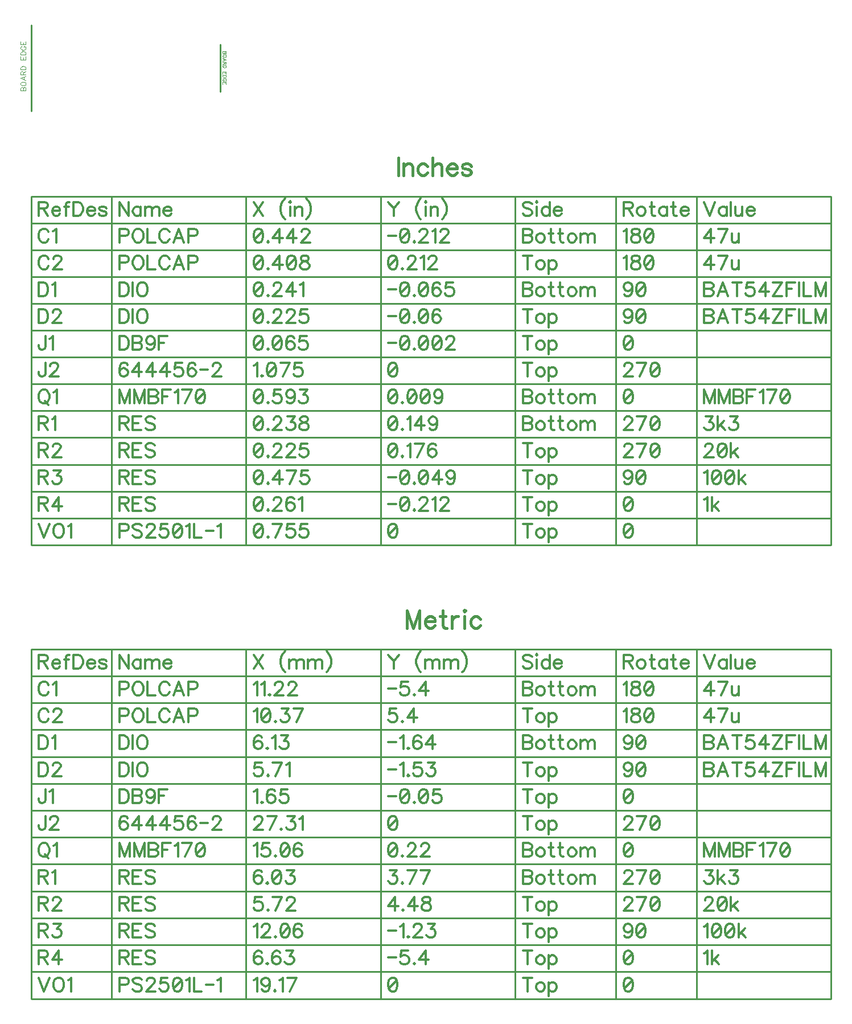
<source format=gbr>
G04 DipTrace 3.0.0.1*
G04 TopAssy.gbr*
%MOIN*%
G04 #@! TF.FileFunction,Drawing,Top*
G04 #@! TF.Part,Single*
%ADD10C,0.009843*%
%ADD57C,0.012351*%
%ADD58C,0.015439*%
%ADD60C,0.004632*%
%ADD61C,0.003088*%
%FSLAX26Y26*%
G04*
G70*
G90*
G75*
G01*
G04 TopAssy*
%LPD*%
X6Y-250976D2*
D10*
Y251000D1*
X1109845Y139370D2*
Y-139370D1*
X0Y-750000D2*
X472441D1*
Y-907000D1*
X0D1*
Y-750000D1*
Y-907000D2*
X472441D1*
Y-1064000D1*
X0D1*
Y-907000D1*
Y-1064000D2*
X472441D1*
Y-1221000D1*
X0D1*
Y-1064000D1*
Y-1221000D2*
X472441D1*
Y-1378000D1*
X0D1*
Y-1221000D1*
Y-1378000D2*
X472441D1*
Y-1535000D1*
X0D1*
Y-1378000D1*
Y-1535000D2*
X472441D1*
Y-1692000D1*
X0D1*
Y-1535000D1*
Y-1692000D2*
X472441D1*
Y-1849000D1*
X0D1*
Y-1692000D1*
Y-1849000D2*
X472441D1*
Y-2006000D1*
X0D1*
Y-1849000D1*
Y-2006000D2*
X472441D1*
Y-2163000D1*
X0D1*
Y-2006000D1*
Y-2163000D2*
X472441D1*
Y-2320000D1*
X0D1*
Y-2163000D1*
Y-2320000D2*
X472441D1*
Y-2477000D1*
X0D1*
Y-2320000D1*
Y-2477000D2*
X472441D1*
Y-2634000D1*
X0D1*
Y-2477000D1*
Y-2634000D2*
X472441D1*
Y-2791000D1*
X0D1*
Y-2634000D1*
X472441Y-750000D2*
X1259843D1*
Y-907000D1*
X472441D1*
Y-750000D1*
Y-907000D2*
X1259843D1*
Y-1064000D1*
X472441D1*
Y-907000D1*
Y-1064000D2*
X1259843D1*
Y-1221000D1*
X472441D1*
Y-1064000D1*
Y-1221000D2*
X1259843D1*
Y-1378000D1*
X472441D1*
Y-1221000D1*
Y-1378000D2*
X1259843D1*
Y-1535000D1*
X472441D1*
Y-1378000D1*
Y-1535000D2*
X1259843D1*
Y-1692000D1*
X472441D1*
Y-1535000D1*
Y-1692000D2*
X1259843D1*
Y-1849000D1*
X472441D1*
Y-1692000D1*
Y-1849000D2*
X1259843D1*
Y-2006000D1*
X472441D1*
Y-1849000D1*
Y-2006000D2*
X1259843D1*
Y-2163000D1*
X472441D1*
Y-2006000D1*
Y-2163000D2*
X1259843D1*
Y-2320000D1*
X472441D1*
Y-2163000D1*
Y-2320000D2*
X1259843D1*
Y-2477000D1*
X472441D1*
Y-2320000D1*
Y-2477000D2*
X1259843D1*
Y-2634000D1*
X472441D1*
Y-2477000D1*
Y-2634000D2*
X1259843D1*
Y-2791000D1*
X472441D1*
Y-2634000D1*
X1259843Y-750000D2*
X2047244D1*
Y-907000D1*
X1259843D1*
Y-750000D1*
Y-907000D2*
X2047244D1*
Y-1064000D1*
X1259843D1*
Y-907000D1*
Y-1064000D2*
X2047244D1*
Y-1221000D1*
X1259843D1*
Y-1064000D1*
Y-1221000D2*
X2047244D1*
Y-1378000D1*
X1259843D1*
Y-1221000D1*
Y-1378000D2*
X2047244D1*
Y-1535000D1*
X1259843D1*
Y-1378000D1*
Y-1535000D2*
X2047244D1*
Y-1692000D1*
X1259843D1*
Y-1535000D1*
Y-1692000D2*
X2047244D1*
Y-1849000D1*
X1259843D1*
Y-1692000D1*
Y-1849000D2*
X2047244D1*
Y-2006000D1*
X1259843D1*
Y-1849000D1*
Y-2006000D2*
X2047244D1*
Y-2163000D1*
X1259843D1*
Y-2006000D1*
Y-2163000D2*
X2047244D1*
Y-2320000D1*
X1259843D1*
Y-2163000D1*
Y-2320000D2*
X2047244D1*
Y-2477000D1*
X1259843D1*
Y-2320000D1*
Y-2477000D2*
X2047244D1*
Y-2634000D1*
X1259843D1*
Y-2477000D1*
Y-2634000D2*
X2047244D1*
Y-2791000D1*
X1259843D1*
Y-2634000D1*
X2047244Y-750000D2*
X2834646D1*
Y-907000D1*
X2047244D1*
Y-750000D1*
Y-907000D2*
X2834646D1*
Y-1064000D1*
X2047244D1*
Y-907000D1*
Y-1064000D2*
X2834646D1*
Y-1221000D1*
X2047244D1*
Y-1064000D1*
Y-1221000D2*
X2834646D1*
Y-1378000D1*
X2047244D1*
Y-1221000D1*
Y-1378000D2*
X2834646D1*
Y-1535000D1*
X2047244D1*
Y-1378000D1*
Y-1535000D2*
X2834646D1*
Y-1692000D1*
X2047244D1*
Y-1535000D1*
Y-1692000D2*
X2834646D1*
Y-1849000D1*
X2047244D1*
Y-1692000D1*
Y-1849000D2*
X2834646D1*
Y-2006000D1*
X2047244D1*
Y-1849000D1*
Y-2006000D2*
X2834646D1*
Y-2163000D1*
X2047244D1*
Y-2006000D1*
Y-2163000D2*
X2834646D1*
Y-2320000D1*
X2047244D1*
Y-2163000D1*
Y-2320000D2*
X2834646D1*
Y-2477000D1*
X2047244D1*
Y-2320000D1*
Y-2477000D2*
X2834646D1*
Y-2634000D1*
X2047244D1*
Y-2477000D1*
Y-2634000D2*
X2834646D1*
Y-2791000D1*
X2047244D1*
Y-2634000D1*
X2834646Y-750000D2*
X3425197D1*
Y-907000D1*
X2834646D1*
Y-750000D1*
Y-907000D2*
X3425197D1*
Y-1064000D1*
X2834646D1*
Y-907000D1*
Y-1064000D2*
X3425197D1*
Y-1221000D1*
X2834646D1*
Y-1064000D1*
Y-1221000D2*
X3425197D1*
Y-1378000D1*
X2834646D1*
Y-1221000D1*
Y-1378000D2*
X3425197D1*
Y-1535000D1*
X2834646D1*
Y-1378000D1*
Y-1535000D2*
X3425197D1*
Y-1692000D1*
X2834646D1*
Y-1535000D1*
Y-1692000D2*
X3425197D1*
Y-1849000D1*
X2834646D1*
Y-1692000D1*
Y-1849000D2*
X3425197D1*
Y-2006000D1*
X2834646D1*
Y-1849000D1*
Y-2006000D2*
X3425197D1*
Y-2163000D1*
X2834646D1*
Y-2006000D1*
Y-2163000D2*
X3425197D1*
Y-2320000D1*
X2834646D1*
Y-2163000D1*
Y-2320000D2*
X3425197D1*
Y-2477000D1*
X2834646D1*
Y-2320000D1*
Y-2477000D2*
X3425197D1*
Y-2634000D1*
X2834646D1*
Y-2477000D1*
Y-2634000D2*
X3425197D1*
Y-2791000D1*
X2834646D1*
Y-2634000D1*
X3425197Y-750000D2*
X3897638D1*
Y-907000D1*
X3425197D1*
Y-750000D1*
Y-907000D2*
X3897638D1*
Y-1064000D1*
X3425197D1*
Y-907000D1*
Y-1064000D2*
X3897638D1*
Y-1221000D1*
X3425197D1*
Y-1064000D1*
Y-1221000D2*
X3897638D1*
Y-1378000D1*
X3425197D1*
Y-1221000D1*
Y-1378000D2*
X3897638D1*
Y-1535000D1*
X3425197D1*
Y-1378000D1*
Y-1535000D2*
X3897638D1*
Y-1692000D1*
X3425197D1*
Y-1535000D1*
Y-1692000D2*
X3897638D1*
Y-1849000D1*
X3425197D1*
Y-1692000D1*
Y-1849000D2*
X3897638D1*
Y-2006000D1*
X3425197D1*
Y-1849000D1*
Y-2006000D2*
X3897638D1*
Y-2163000D1*
X3425197D1*
Y-2006000D1*
Y-2163000D2*
X3897638D1*
Y-2320000D1*
X3425197D1*
Y-2163000D1*
Y-2320000D2*
X3897638D1*
Y-2477000D1*
X3425197D1*
Y-2320000D1*
Y-2477000D2*
X3897638D1*
Y-2634000D1*
X3425197D1*
Y-2477000D1*
Y-2634000D2*
X3897638D1*
Y-2791000D1*
X3425197D1*
Y-2634000D1*
X3897638Y-750000D2*
X4685039D1*
Y-907000D1*
X3897638D1*
Y-750000D1*
Y-907000D2*
X4685039D1*
Y-1064000D1*
X3897638D1*
Y-907000D1*
Y-1064000D2*
X4685039D1*
Y-1221000D1*
X3897638D1*
Y-1064000D1*
Y-1221000D2*
X4685039D1*
Y-1378000D1*
X3897638D1*
Y-1221000D1*
Y-1378000D2*
X4685039D1*
Y-1535000D1*
X3897638D1*
Y-1378000D1*
Y-1535000D2*
X4685039D1*
Y-1692000D1*
X3897638D1*
Y-1535000D1*
Y-1692000D2*
X4685039D1*
Y-1849000D1*
X3897638D1*
Y-1692000D1*
Y-1849000D2*
X4685039D1*
Y-2006000D1*
X3897638D1*
Y-1849000D1*
Y-2006000D2*
X4685039D1*
Y-2163000D1*
X3897638D1*
Y-2006000D1*
Y-2163000D2*
X4685039D1*
Y-2320000D1*
X3897638D1*
Y-2163000D1*
Y-2320000D2*
X4685039D1*
Y-2477000D1*
X3897638D1*
Y-2320000D1*
Y-2477000D2*
X4685039D1*
Y-2634000D1*
X3897638D1*
Y-2477000D1*
Y-2634000D2*
X4685039D1*
Y-2791000D1*
X3897638D1*
Y-2634000D1*
X0Y-3400000D2*
X472441D1*
Y-3557480D1*
X0D1*
Y-3400000D1*
Y-3557480D2*
X472441D1*
Y-3714961D1*
X0D1*
Y-3557480D1*
Y-3714961D2*
X472441D1*
Y-3872441D1*
X0D1*
Y-3714961D1*
Y-3872441D2*
X472441D1*
Y-4029921D1*
X0D1*
Y-3872441D1*
Y-4029921D2*
X472441D1*
Y-4187402D1*
X0D1*
Y-4029921D1*
Y-4187402D2*
X472441D1*
Y-4344882D1*
X0D1*
Y-4187402D1*
Y-4344882D2*
X472441D1*
Y-4502362D1*
X0D1*
Y-4344882D1*
Y-4502362D2*
X472441D1*
Y-4659843D1*
X0D1*
Y-4502362D1*
Y-4659843D2*
X472441D1*
Y-4817323D1*
X0D1*
Y-4659843D1*
Y-4817323D2*
X472441D1*
Y-4974803D1*
X0D1*
Y-4817323D1*
Y-4974803D2*
X472441D1*
Y-5132283D1*
X0D1*
Y-4974803D1*
Y-5132283D2*
X472441D1*
Y-5289764D1*
X0D1*
Y-5132283D1*
Y-5289764D2*
X472441D1*
Y-5447244D1*
X0D1*
Y-5289764D1*
X472441Y-3400000D2*
X1259843D1*
Y-3557480D1*
X472441D1*
Y-3400000D1*
Y-3557480D2*
X1259843D1*
Y-3714961D1*
X472441D1*
Y-3557480D1*
Y-3714961D2*
X1259843D1*
Y-3872441D1*
X472441D1*
Y-3714961D1*
Y-3872441D2*
X1259843D1*
Y-4029921D1*
X472441D1*
Y-3872441D1*
Y-4029921D2*
X1259843D1*
Y-4187402D1*
X472441D1*
Y-4029921D1*
Y-4187402D2*
X1259843D1*
Y-4344882D1*
X472441D1*
Y-4187402D1*
Y-4344882D2*
X1259843D1*
Y-4502362D1*
X472441D1*
Y-4344882D1*
Y-4502362D2*
X1259843D1*
Y-4659843D1*
X472441D1*
Y-4502362D1*
Y-4659843D2*
X1259843D1*
Y-4817323D1*
X472441D1*
Y-4659843D1*
Y-4817323D2*
X1259843D1*
Y-4974803D1*
X472441D1*
Y-4817323D1*
Y-4974803D2*
X1259843D1*
Y-5132283D1*
X472441D1*
Y-4974803D1*
Y-5132283D2*
X1259843D1*
Y-5289764D1*
X472441D1*
Y-5132283D1*
Y-5289764D2*
X1259843D1*
Y-5447244D1*
X472441D1*
Y-5289764D1*
X1259843Y-3400000D2*
X2047244D1*
Y-3557480D1*
X1259843D1*
Y-3400000D1*
Y-3557480D2*
X2047244D1*
Y-3714961D1*
X1259843D1*
Y-3557480D1*
Y-3714961D2*
X2047244D1*
Y-3872441D1*
X1259843D1*
Y-3714961D1*
Y-3872441D2*
X2047244D1*
Y-4029921D1*
X1259843D1*
Y-3872441D1*
Y-4029921D2*
X2047244D1*
Y-4187402D1*
X1259843D1*
Y-4029921D1*
Y-4187402D2*
X2047244D1*
Y-4344882D1*
X1259843D1*
Y-4187402D1*
Y-4344882D2*
X2047244D1*
Y-4502362D1*
X1259843D1*
Y-4344882D1*
Y-4502362D2*
X2047244D1*
Y-4659843D1*
X1259843D1*
Y-4502362D1*
Y-4659843D2*
X2047244D1*
Y-4817323D1*
X1259843D1*
Y-4659843D1*
Y-4817323D2*
X2047244D1*
Y-4974803D1*
X1259843D1*
Y-4817323D1*
Y-4974803D2*
X2047244D1*
Y-5132283D1*
X1259843D1*
Y-4974803D1*
Y-5132283D2*
X2047244D1*
Y-5289764D1*
X1259843D1*
Y-5132283D1*
Y-5289764D2*
X2047244D1*
Y-5447244D1*
X1259843D1*
Y-5289764D1*
X2047244Y-3400000D2*
X2834646D1*
Y-3557480D1*
X2047244D1*
Y-3400000D1*
Y-3557480D2*
X2834646D1*
Y-3714961D1*
X2047244D1*
Y-3557480D1*
Y-3714961D2*
X2834646D1*
Y-3872441D1*
X2047244D1*
Y-3714961D1*
Y-3872441D2*
X2834646D1*
Y-4029921D1*
X2047244D1*
Y-3872441D1*
Y-4029921D2*
X2834646D1*
Y-4187402D1*
X2047244D1*
Y-4029921D1*
Y-4187402D2*
X2834646D1*
Y-4344882D1*
X2047244D1*
Y-4187402D1*
Y-4344882D2*
X2834646D1*
Y-4502362D1*
X2047244D1*
Y-4344882D1*
Y-4502362D2*
X2834646D1*
Y-4659843D1*
X2047244D1*
Y-4502362D1*
Y-4659843D2*
X2834646D1*
Y-4817323D1*
X2047244D1*
Y-4659843D1*
Y-4817323D2*
X2834646D1*
Y-4974803D1*
X2047244D1*
Y-4817323D1*
Y-4974803D2*
X2834646D1*
Y-5132283D1*
X2047244D1*
Y-4974803D1*
Y-5132283D2*
X2834646D1*
Y-5289764D1*
X2047244D1*
Y-5132283D1*
Y-5289764D2*
X2834646D1*
Y-5447244D1*
X2047244D1*
Y-5289764D1*
X2834646Y-3400000D2*
X3425197D1*
Y-3557480D1*
X2834646D1*
Y-3400000D1*
Y-3557480D2*
X3425197D1*
Y-3714961D1*
X2834646D1*
Y-3557480D1*
Y-3714961D2*
X3425197D1*
Y-3872441D1*
X2834646D1*
Y-3714961D1*
Y-3872441D2*
X3425197D1*
Y-4029921D1*
X2834646D1*
Y-3872441D1*
Y-4029921D2*
X3425197D1*
Y-4187402D1*
X2834646D1*
Y-4029921D1*
Y-4187402D2*
X3425197D1*
Y-4344882D1*
X2834646D1*
Y-4187402D1*
Y-4344882D2*
X3425197D1*
Y-4502362D1*
X2834646D1*
Y-4344882D1*
Y-4502362D2*
X3425197D1*
Y-4659843D1*
X2834646D1*
Y-4502362D1*
Y-4659843D2*
X3425197D1*
Y-4817323D1*
X2834646D1*
Y-4659843D1*
Y-4817323D2*
X3425197D1*
Y-4974803D1*
X2834646D1*
Y-4817323D1*
Y-4974803D2*
X3425197D1*
Y-5132283D1*
X2834646D1*
Y-4974803D1*
Y-5132283D2*
X3425197D1*
Y-5289764D1*
X2834646D1*
Y-5132283D1*
Y-5289764D2*
X3425197D1*
Y-5447244D1*
X2834646D1*
Y-5289764D1*
X3425197Y-3400000D2*
X3897638D1*
Y-3557480D1*
X3425197D1*
Y-3400000D1*
Y-3557480D2*
X3897638D1*
Y-3714961D1*
X3425197D1*
Y-3557480D1*
Y-3714961D2*
X3897638D1*
Y-3872441D1*
X3425197D1*
Y-3714961D1*
Y-3872441D2*
X3897638D1*
Y-4029921D1*
X3425197D1*
Y-3872441D1*
Y-4029921D2*
X3897638D1*
Y-4187402D1*
X3425197D1*
Y-4029921D1*
Y-4187402D2*
X3897638D1*
Y-4344882D1*
X3425197D1*
Y-4187402D1*
Y-4344882D2*
X3897638D1*
Y-4502362D1*
X3425197D1*
Y-4344882D1*
Y-4502362D2*
X3897638D1*
Y-4659843D1*
X3425197D1*
Y-4502362D1*
Y-4659843D2*
X3897638D1*
Y-4817323D1*
X3425197D1*
Y-4659843D1*
Y-4817323D2*
X3897638D1*
Y-4974803D1*
X3425197D1*
Y-4817323D1*
Y-4974803D2*
X3897638D1*
Y-5132283D1*
X3425197D1*
Y-4974803D1*
Y-5132283D2*
X3897638D1*
Y-5289764D1*
X3425197D1*
Y-5132283D1*
Y-5289764D2*
X3897638D1*
Y-5447244D1*
X3425197D1*
Y-5289764D1*
X3897638Y-3400000D2*
X4685039D1*
Y-3557480D1*
X3897638D1*
Y-3400000D1*
Y-3557480D2*
X4685039D1*
Y-3714961D1*
X3897638D1*
Y-3557480D1*
Y-3714961D2*
X4685039D1*
Y-3872441D1*
X3897638D1*
Y-3714961D1*
Y-3872441D2*
X4685039D1*
Y-4029921D1*
X3897638D1*
Y-3872441D1*
Y-4029921D2*
X4685039D1*
Y-4187402D1*
X3897638D1*
Y-4029921D1*
Y-4187402D2*
X4685039D1*
Y-4344882D1*
X3897638D1*
Y-4187402D1*
Y-4344882D2*
X4685039D1*
Y-4502362D1*
X3897638D1*
Y-4344882D1*
Y-4502362D2*
X4685039D1*
Y-4659843D1*
X3897638D1*
Y-4502362D1*
Y-4659843D2*
X4685039D1*
Y-4817323D1*
X3897638D1*
Y-4659843D1*
Y-4817323D2*
X4685039D1*
Y-4974803D1*
X3897638D1*
Y-4817323D1*
Y-4974803D2*
X4685039D1*
Y-5132283D1*
X3897638D1*
Y-4974803D1*
Y-5132283D2*
X4685039D1*
Y-5289764D1*
X3897638D1*
Y-5132283D1*
Y-5289764D2*
X4685039D1*
Y-5447244D1*
X3897638D1*
Y-5289764D1*
X45546Y-821779D2*
D57*
X79946D1*
X91442Y-817888D1*
X95333Y-814086D1*
X99135Y-806481D1*
Y-798787D1*
X95333Y-791182D1*
X91442Y-787291D1*
X79946Y-783488D1*
X45546D1*
Y-863873D1*
X72340Y-821779D2*
X99135Y-863873D1*
X123838Y-833275D2*
X169734D1*
Y-825582D1*
X165931Y-817888D1*
X162129Y-814086D1*
X154435Y-810283D1*
X142939D1*
X135334Y-814086D1*
X127640Y-821779D1*
X123838Y-833275D1*
Y-840880D1*
X127640Y-852376D1*
X135334Y-859982D1*
X142939Y-863873D1*
X154435D1*
X162129Y-859982D1*
X169734Y-852376D1*
X225034Y-783488D2*
X217429D1*
X209735Y-787291D1*
X205933Y-798787D1*
Y-863873D1*
X194437Y-810283D2*
X221231D1*
X249737Y-783488D2*
Y-863873D1*
X276531D1*
X288027Y-859982D1*
X295721Y-852376D1*
X299523Y-844683D1*
X303326Y-833275D1*
Y-814086D1*
X299523Y-802590D1*
X295721Y-794985D1*
X288027Y-787291D1*
X276531Y-783488D1*
X249737D1*
X328029Y-833275D2*
X373924D1*
Y-825582D1*
X370122Y-817888D1*
X366319Y-814086D1*
X358626Y-810283D1*
X347130D1*
X339525Y-814086D1*
X331831Y-821779D1*
X328029Y-833275D1*
Y-840880D1*
X331831Y-852376D1*
X339525Y-859982D1*
X347130Y-863873D1*
X358626D1*
X366319Y-859982D1*
X373924Y-852376D1*
X440721Y-821779D2*
X436918Y-814086D1*
X425422Y-810283D1*
X413926D1*
X402430Y-814086D1*
X398627Y-821779D1*
X402430Y-829384D1*
X410123Y-833275D1*
X429224Y-837078D1*
X436918Y-840880D1*
X440721Y-848574D1*
Y-852376D1*
X436918Y-859982D1*
X425422Y-863873D1*
X413926D1*
X402430Y-859982D1*
X398627Y-852376D1*
X102938Y-959590D2*
X99135Y-951985D1*
X91442Y-944291D1*
X83837Y-940488D1*
X68538D1*
X60844Y-944291D1*
X53239Y-951985D1*
X49348Y-959590D1*
X45546Y-971086D1*
Y-990275D1*
X49348Y-1001683D1*
X53239Y-1009376D1*
X60844Y-1016982D1*
X68538Y-1020873D1*
X83837D1*
X91442Y-1016982D1*
X99135Y-1009376D1*
X102938Y-1001683D1*
X127640Y-955876D2*
X135334Y-951985D1*
X146830Y-940577D1*
Y-1020873D1*
X102938Y-1116590D2*
X99135Y-1108985D1*
X91442Y-1101291D1*
X83837Y-1097488D1*
X68538D1*
X60844Y-1101291D1*
X53239Y-1108985D1*
X49348Y-1116590D1*
X45546Y-1128086D1*
Y-1147275D1*
X49348Y-1158683D1*
X53239Y-1166376D1*
X60844Y-1173982D1*
X68538Y-1177873D1*
X83837D1*
X91442Y-1173982D1*
X99135Y-1166376D1*
X102938Y-1158683D1*
X131531Y-1116678D2*
Y-1112876D1*
X135334Y-1105182D1*
X139137Y-1101379D1*
X146830Y-1097577D1*
X162129D1*
X169734Y-1101379D1*
X173536Y-1105182D1*
X177427Y-1112876D1*
Y-1120481D1*
X173536Y-1128174D1*
X165931Y-1139582D1*
X127640Y-1177873D1*
X181230D1*
X45546Y-1254488D2*
Y-1334873D1*
X72340D1*
X83837Y-1330982D1*
X91530Y-1323376D1*
X95333Y-1315683D1*
X99135Y-1304275D1*
Y-1285086D1*
X95333Y-1273590D1*
X91530Y-1265985D1*
X83837Y-1258291D1*
X72340Y-1254488D1*
X45546D1*
X123838Y-1269876D2*
X131531Y-1265985D1*
X143027Y-1254577D1*
Y-1334873D1*
X45546Y-1411488D2*
Y-1491873D1*
X72340D1*
X83837Y-1487982D1*
X91530Y-1480376D1*
X95333Y-1472683D1*
X99135Y-1461275D1*
Y-1442086D1*
X95333Y-1430590D1*
X91530Y-1422985D1*
X83837Y-1415291D1*
X72340Y-1411488D1*
X45546D1*
X127729Y-1430678D2*
Y-1426876D1*
X131531Y-1419182D1*
X135334Y-1415379D1*
X143027Y-1411577D1*
X158326D1*
X165931Y-1415379D1*
X169734Y-1419182D1*
X173625Y-1426876D1*
Y-1434481D1*
X169734Y-1442174D1*
X162129Y-1453582D1*
X123838Y-1491873D1*
X177427D1*
X83837Y-1568488D2*
Y-1629683D1*
X80034Y-1641179D1*
X76143Y-1644982D1*
X68538Y-1648873D1*
X60844D1*
X53239Y-1644982D1*
X49437Y-1641179D1*
X45546Y-1629683D1*
Y-1622078D1*
X108539Y-1583876D2*
X116233Y-1579985D1*
X127729Y-1568577D1*
Y-1648873D1*
X83837Y-1725488D2*
Y-1786683D1*
X80034Y-1798179D1*
X76143Y-1801982D1*
X68538Y-1805873D1*
X60844D1*
X53239Y-1801982D1*
X49437Y-1798179D1*
X45546Y-1786683D1*
Y-1779078D1*
X112430Y-1744678D2*
Y-1740876D1*
X116233Y-1733182D1*
X120035Y-1729379D1*
X127729Y-1725577D1*
X143027D1*
X150633Y-1729379D1*
X154435Y-1733182D1*
X158326Y-1740876D1*
Y-1748481D1*
X154435Y-1756174D1*
X146830Y-1767582D1*
X108539Y-1805873D1*
X162129D1*
X68538Y-1882488D2*
X60933Y-1886203D1*
X53239Y-1893896D1*
X49437Y-1901590D1*
X45546Y-1913086D1*
Y-1932187D1*
X49437Y-1943683D1*
X53239Y-1951288D1*
X60933Y-1958982D1*
X68538Y-1962784D1*
X83837D1*
X91530Y-1958982D1*
X99135Y-1951288D1*
X102938Y-1943683D1*
X106829Y-1932187D1*
Y-1913086D1*
X102938Y-1901590D1*
X99135Y-1893896D1*
X91530Y-1886203D1*
X83837Y-1882488D1*
X68538D1*
X80034Y-1947485D2*
X102938Y-1970478D1*
X131531Y-1897876D2*
X139225Y-1893985D1*
X150721Y-1882577D1*
Y-1962873D1*
X45546Y-2077779D2*
X79946D1*
X91442Y-2073888D1*
X95333Y-2070086D1*
X99135Y-2062481D1*
Y-2054787D1*
X95333Y-2047182D1*
X91442Y-2043291D1*
X79946Y-2039488D1*
X45546D1*
Y-2119873D1*
X72340Y-2077779D2*
X99135Y-2119873D1*
X123838Y-2054876D2*
X131531Y-2050985D1*
X143027Y-2039577D1*
Y-2119873D1*
X45546Y-2234779D2*
X79946D1*
X91442Y-2230888D1*
X95333Y-2227086D1*
X99135Y-2219481D1*
Y-2211787D1*
X95333Y-2204182D1*
X91442Y-2200291D1*
X79946Y-2196488D1*
X45546D1*
Y-2276873D1*
X72340Y-2234779D2*
X99135Y-2276873D1*
X127729Y-2215678D2*
Y-2211876D1*
X131531Y-2204182D1*
X135334Y-2200379D1*
X143027Y-2196577D1*
X158326D1*
X165931Y-2200379D1*
X169734Y-2204182D1*
X173625Y-2211876D1*
Y-2219481D1*
X169734Y-2227174D1*
X162129Y-2238582D1*
X123838Y-2276873D1*
X177427D1*
X45546Y-2391779D2*
X79946D1*
X91442Y-2387888D1*
X95333Y-2384086D1*
X99135Y-2376481D1*
Y-2368787D1*
X95333Y-2361182D1*
X91442Y-2357291D1*
X79946Y-2353488D1*
X45546D1*
Y-2433873D1*
X72340Y-2391779D2*
X99135Y-2433873D1*
X131531Y-2353577D2*
X173536D1*
X150633Y-2384174D1*
X162129D1*
X169734Y-2387977D1*
X173536Y-2391779D1*
X177427Y-2403275D1*
Y-2410880D1*
X173536Y-2422376D1*
X165931Y-2430070D1*
X154435Y-2433873D1*
X142939D1*
X131531Y-2430070D1*
X127729Y-2426179D1*
X123838Y-2418574D1*
X45546Y-2548779D2*
X79946D1*
X91442Y-2544888D1*
X95333Y-2541086D1*
X99135Y-2533481D1*
Y-2525787D1*
X95333Y-2518182D1*
X91442Y-2514291D1*
X79946Y-2510488D1*
X45546D1*
Y-2590873D1*
X72340Y-2548779D2*
X99135Y-2590873D1*
X162129D2*
Y-2510577D1*
X123838Y-2564078D1*
X181230D1*
X45546Y-2667488D2*
X76143Y-2747873D1*
X106740Y-2667488D1*
X154435D2*
X146742Y-2671291D1*
X139137Y-2678985D1*
X135246Y-2686590D1*
X131443Y-2698086D1*
Y-2717275D1*
X135246Y-2728683D1*
X139137Y-2736376D1*
X146742Y-2743982D1*
X154435Y-2747873D1*
X169734D1*
X177339Y-2743982D1*
X185032Y-2736376D1*
X188835Y-2728683D1*
X192637Y-2717275D1*
Y-2698086D1*
X188835Y-2686590D1*
X185032Y-2678985D1*
X177339Y-2671291D1*
X169734Y-2667488D1*
X154435D1*
X217340Y-2682876D2*
X225034Y-2678985D1*
X236530Y-2667577D1*
Y-2747873D1*
X571576Y-783488D2*
Y-863873D1*
X517987Y-783488D1*
Y-863873D1*
X642175Y-810283D2*
Y-863873D1*
Y-821779D2*
X634570Y-814086D1*
X626876Y-810283D1*
X615468D1*
X607775Y-814086D1*
X600170Y-821779D1*
X596279Y-833275D1*
Y-840880D1*
X600170Y-852376D1*
X607775Y-859982D1*
X615468Y-863873D1*
X626876D1*
X634570Y-859982D1*
X642175Y-852376D1*
X666877Y-810283D2*
Y-863873D1*
Y-825582D2*
X678374Y-814086D1*
X686067Y-810283D1*
X697475D1*
X705168Y-814086D1*
X708971Y-825582D1*
Y-863873D1*
Y-825582D2*
X720467Y-814086D1*
X728160Y-810283D1*
X739568D1*
X747261Y-814086D1*
X751152Y-825582D1*
Y-863873D1*
X775855Y-833275D2*
X821751D1*
Y-825582D1*
X817949Y-817888D1*
X814146Y-814086D1*
X806452Y-810283D1*
X794956D1*
X787351Y-814086D1*
X779658Y-821779D1*
X775855Y-833275D1*
Y-840880D1*
X779658Y-852376D1*
X787351Y-859982D1*
X794956Y-863873D1*
X806452D1*
X814146Y-859982D1*
X821751Y-852376D1*
X517987Y-982582D2*
X552475D1*
X563883Y-978779D1*
X567774Y-974888D1*
X571576Y-967283D1*
Y-955787D1*
X567774Y-948182D1*
X563883Y-944291D1*
X552475Y-940488D1*
X517987D1*
Y-1020873D1*
X619271Y-940488D2*
X611577Y-944291D1*
X603972Y-951985D1*
X600081Y-959590D1*
X596279Y-971086D1*
Y-990275D1*
X600081Y-1001683D1*
X603972Y-1009376D1*
X611577Y-1016982D1*
X619271Y-1020873D1*
X634570D1*
X642175Y-1016982D1*
X649868Y-1009376D1*
X653671Y-1001683D1*
X657473Y-990275D1*
Y-971086D1*
X653671Y-959590D1*
X649868Y-951985D1*
X642175Y-944291D1*
X634570Y-940488D1*
X619271D1*
X682176D2*
Y-1020873D1*
X728072D1*
X810167Y-959590D2*
X806364Y-951985D1*
X798671Y-944291D1*
X791065Y-940488D1*
X775767D1*
X768073Y-944291D1*
X760468Y-951985D1*
X756577Y-959590D1*
X752775Y-971086D1*
Y-990275D1*
X756577Y-1001683D1*
X760468Y-1009376D1*
X768073Y-1016982D1*
X775767Y-1020873D1*
X791065D1*
X798671Y-1016982D1*
X806364Y-1009376D1*
X810167Y-1001683D1*
X896152Y-1020873D2*
X865467Y-940488D1*
X834869Y-1020873D1*
X846365Y-994078D2*
X884656D1*
X920855Y-982582D2*
X955343D1*
X966751Y-978779D1*
X970642Y-974888D1*
X974444Y-967283D1*
Y-955787D1*
X970642Y-948182D1*
X966751Y-944291D1*
X955343Y-940488D1*
X920855D1*
Y-1020873D1*
X517987Y-1139582D2*
X552475D1*
X563883Y-1135779D1*
X567774Y-1131888D1*
X571576Y-1124283D1*
Y-1112787D1*
X567774Y-1105182D1*
X563883Y-1101291D1*
X552475Y-1097488D1*
X517987D1*
Y-1177873D1*
X619271Y-1097488D2*
X611577Y-1101291D1*
X603972Y-1108985D1*
X600081Y-1116590D1*
X596279Y-1128086D1*
Y-1147275D1*
X600081Y-1158683D1*
X603972Y-1166376D1*
X611577Y-1173982D1*
X619271Y-1177873D1*
X634570D1*
X642175Y-1173982D1*
X649868Y-1166376D1*
X653671Y-1158683D1*
X657473Y-1147275D1*
Y-1128086D1*
X653671Y-1116590D1*
X649868Y-1108985D1*
X642175Y-1101291D1*
X634570Y-1097488D1*
X619271D1*
X682176D2*
Y-1177873D1*
X728072D1*
X810167Y-1116590D2*
X806364Y-1108985D1*
X798671Y-1101291D1*
X791065Y-1097488D1*
X775767D1*
X768073Y-1101291D1*
X760468Y-1108985D1*
X756577Y-1116590D1*
X752775Y-1128086D1*
Y-1147275D1*
X756577Y-1158683D1*
X760468Y-1166376D1*
X768073Y-1173982D1*
X775767Y-1177873D1*
X791065D1*
X798671Y-1173982D1*
X806364Y-1166376D1*
X810167Y-1158683D1*
X896152Y-1177873D2*
X865467Y-1097488D1*
X834869Y-1177873D1*
X846365Y-1151078D2*
X884656D1*
X920855Y-1139582D2*
X955343D1*
X966751Y-1135779D1*
X970642Y-1131888D1*
X974444Y-1124283D1*
Y-1112787D1*
X970642Y-1105182D1*
X966751Y-1101291D1*
X955343Y-1097488D1*
X920855D1*
Y-1177873D1*
X517987Y-1254488D2*
Y-1334873D1*
X544781D1*
X556277Y-1330982D1*
X563971Y-1323376D1*
X567774Y-1315683D1*
X571576Y-1304275D1*
Y-1285086D1*
X567774Y-1273590D1*
X563971Y-1265985D1*
X556277Y-1258291D1*
X544781Y-1254488D1*
X517987D1*
X596279D2*
Y-1334873D1*
X643974Y-1254488D2*
X636280Y-1258291D1*
X628675Y-1265985D1*
X624784Y-1273590D1*
X620982Y-1285086D1*
Y-1304275D1*
X624784Y-1315683D1*
X628675Y-1323376D1*
X636280Y-1330982D1*
X643974Y-1334873D1*
X659272D1*
X666877Y-1330982D1*
X674571Y-1323376D1*
X678374Y-1315683D1*
X682176Y-1304275D1*
Y-1285086D1*
X678374Y-1273590D1*
X674571Y-1265985D1*
X666877Y-1258291D1*
X659272Y-1254488D1*
X643974D1*
X517987Y-1411488D2*
Y-1491873D1*
X544781D1*
X556277Y-1487982D1*
X563971Y-1480376D1*
X567774Y-1472683D1*
X571576Y-1461275D1*
Y-1442086D1*
X567774Y-1430590D1*
X563971Y-1422985D1*
X556277Y-1415291D1*
X544781Y-1411488D1*
X517987D1*
X596279D2*
Y-1491873D1*
X643974Y-1411488D2*
X636280Y-1415291D1*
X628675Y-1422985D1*
X624784Y-1430590D1*
X620982Y-1442086D1*
Y-1461275D1*
X624784Y-1472683D1*
X628675Y-1480376D1*
X636280Y-1487982D1*
X643974Y-1491873D1*
X659272D1*
X666877Y-1487982D1*
X674571Y-1480376D1*
X678374Y-1472683D1*
X682176Y-1461275D1*
Y-1442086D1*
X678374Y-1430590D1*
X674571Y-1422985D1*
X666877Y-1415291D1*
X659272Y-1411488D1*
X643974D1*
X517987Y-1568488D2*
Y-1648873D1*
X544781D1*
X556277Y-1644982D1*
X563971Y-1637376D1*
X567774Y-1629683D1*
X571576Y-1618275D1*
Y-1599086D1*
X567774Y-1587590D1*
X563971Y-1579985D1*
X556277Y-1572291D1*
X544781Y-1568488D1*
X517987D1*
X596279D2*
Y-1648873D1*
X630767D1*
X642263Y-1644982D1*
X646066Y-1641179D1*
X649868Y-1633574D1*
Y-1622078D1*
X646066Y-1614384D1*
X642263Y-1610582D1*
X630767Y-1606779D1*
X642263Y-1602888D1*
X646066Y-1599086D1*
X649868Y-1591481D1*
Y-1583787D1*
X646066Y-1576182D1*
X642263Y-1572291D1*
X630767Y-1568488D1*
X596279D1*
Y-1606779D2*
X630767D1*
X724358Y-1595283D2*
X720467Y-1606779D1*
X712862Y-1614473D1*
X701366Y-1618275D1*
X697563D1*
X686067Y-1614473D1*
X678462Y-1606779D1*
X674571Y-1595283D1*
Y-1591481D1*
X678462Y-1579985D1*
X686067Y-1572379D1*
X697563Y-1568577D1*
X701366D1*
X712862Y-1572379D1*
X720467Y-1579985D1*
X724358Y-1595283D1*
Y-1614473D1*
X720467Y-1633574D1*
X712862Y-1645070D1*
X701366Y-1648873D1*
X693761D1*
X682265Y-1645070D1*
X678462Y-1637376D1*
X798847Y-1568488D2*
X749061D1*
Y-1648873D1*
Y-1606779D2*
X779658D1*
X563883Y-1736985D2*
X560080Y-1729379D1*
X548584Y-1725577D1*
X540979D1*
X529483Y-1729379D1*
X521789Y-1740876D1*
X517987Y-1759977D1*
Y-1779078D1*
X521789Y-1794376D1*
X529483Y-1802070D1*
X540979Y-1805873D1*
X544781D1*
X556189Y-1802070D1*
X563883Y-1794376D1*
X567685Y-1782880D1*
Y-1779078D1*
X563883Y-1767582D1*
X556189Y-1759977D1*
X544781Y-1756174D1*
X540979D1*
X529483Y-1759977D1*
X521789Y-1767582D1*
X517987Y-1779078D1*
X630679Y-1805873D2*
Y-1725577D1*
X592388Y-1779078D1*
X649780D1*
X712773Y-1805873D2*
Y-1725577D1*
X674483Y-1779078D1*
X731874D1*
X794868Y-1805873D2*
Y-1725577D1*
X756577Y-1779078D1*
X813969D1*
X884568Y-1725577D2*
X846365D1*
X842563Y-1759977D1*
X846365Y-1756174D1*
X857861Y-1752283D1*
X869269D1*
X880765Y-1756174D1*
X888459Y-1763779D1*
X892261Y-1775275D1*
Y-1782880D1*
X888459Y-1794376D1*
X880765Y-1802070D1*
X869269Y-1805873D1*
X857861D1*
X846365Y-1802070D1*
X842563Y-1798179D1*
X838672Y-1790574D1*
X962860Y-1736985D2*
X959057Y-1729379D1*
X947561Y-1725577D1*
X939956D1*
X928460Y-1729379D1*
X920767Y-1740876D1*
X916964Y-1759977D1*
Y-1779078D1*
X920767Y-1794376D1*
X928460Y-1802070D1*
X939956Y-1805873D1*
X943759D1*
X955166Y-1802070D1*
X962860Y-1794376D1*
X966662Y-1782880D1*
Y-1779078D1*
X962860Y-1767582D1*
X955166Y-1759977D1*
X943759Y-1756174D1*
X939956D1*
X928460Y-1759977D1*
X920767Y-1767582D1*
X916964Y-1779078D1*
X991365Y-1765725D2*
X1035581D1*
X1064175Y-1744678D2*
Y-1740876D1*
X1067977Y-1733182D1*
X1071780Y-1729379D1*
X1079473Y-1725577D1*
X1094772D1*
X1102377Y-1729379D1*
X1106179Y-1733182D1*
X1110070Y-1740876D1*
Y-1748481D1*
X1106179Y-1756174D1*
X1098574Y-1767582D1*
X1060284Y-1805873D1*
X1113873D1*
X579181Y-1962873D2*
Y-1882488D1*
X548584Y-1962873D1*
X517987Y-1882488D1*
Y-1962873D1*
X665078D2*
Y-1882488D1*
X634481Y-1962873D1*
X603884Y-1882488D1*
Y-1962873D1*
X689781Y-1882488D2*
Y-1962873D1*
X724269D1*
X735765Y-1958982D1*
X739568Y-1955179D1*
X743371Y-1947574D1*
Y-1936078D1*
X739568Y-1928384D1*
X735765Y-1924582D1*
X724269Y-1920779D1*
X735765Y-1916888D1*
X739568Y-1913086D1*
X743371Y-1905481D1*
Y-1897787D1*
X739568Y-1890182D1*
X735765Y-1886291D1*
X724269Y-1882488D1*
X689781D1*
Y-1920779D2*
X724269D1*
X817860Y-1882488D2*
X768073D1*
Y-1962873D1*
Y-1920779D2*
X798671D1*
X842563Y-1897876D2*
X850256Y-1893985D1*
X861752Y-1882577D1*
Y-1962873D1*
X901754D2*
X940045Y-1882577D1*
X886455D1*
X987740D2*
X976243Y-1886379D1*
X968550Y-1897876D1*
X964747Y-1916977D1*
Y-1928473D1*
X968550Y-1947574D1*
X976243Y-1959070D1*
X987740Y-1962873D1*
X995345D1*
X1006841Y-1959070D1*
X1014446Y-1947574D1*
X1018337Y-1928473D1*
Y-1916977D1*
X1014446Y-1897876D1*
X1006841Y-1886379D1*
X995345Y-1882577D1*
X987740D1*
X1014446Y-1897876D2*
X968550Y-1947574D1*
X517987Y-2077779D2*
X552386D1*
X563883Y-2073888D1*
X567774Y-2070086D1*
X571576Y-2062481D1*
Y-2054787D1*
X567774Y-2047182D1*
X563883Y-2043291D1*
X552386Y-2039488D1*
X517987D1*
Y-2119873D1*
X544781Y-2077779D2*
X571576Y-2119873D1*
X645977Y-2039488D2*
X596279D1*
Y-2119873D1*
X645977D1*
X596279Y-2077779D2*
X626876D1*
X724269Y-2050985D2*
X716664Y-2043291D1*
X705168Y-2039488D1*
X689870D1*
X678374Y-2043291D1*
X670680Y-2050985D1*
Y-2058590D1*
X674571Y-2066283D1*
X678374Y-2070086D1*
X685979Y-2073888D1*
X708971Y-2081582D1*
X716664Y-2085384D1*
X720467Y-2089275D1*
X724269Y-2096880D1*
Y-2108376D1*
X716664Y-2115982D1*
X705168Y-2119873D1*
X689870D1*
X678374Y-2115982D1*
X670680Y-2108376D1*
X517987Y-2234779D2*
X552386D1*
X563883Y-2230888D1*
X567774Y-2227086D1*
X571576Y-2219481D1*
Y-2211787D1*
X567774Y-2204182D1*
X563883Y-2200291D1*
X552386Y-2196488D1*
X517987D1*
Y-2276873D1*
X544781Y-2234779D2*
X571576Y-2276873D1*
X645977Y-2196488D2*
X596279D1*
Y-2276873D1*
X645977D1*
X596279Y-2234779D2*
X626876D1*
X724269Y-2207985D2*
X716664Y-2200291D1*
X705168Y-2196488D1*
X689870D1*
X678374Y-2200291D1*
X670680Y-2207985D1*
Y-2215590D1*
X674571Y-2223283D1*
X678374Y-2227086D1*
X685979Y-2230888D1*
X708971Y-2238582D1*
X716664Y-2242384D1*
X720467Y-2246275D1*
X724269Y-2253880D1*
Y-2265376D1*
X716664Y-2272982D1*
X705168Y-2276873D1*
X689870D1*
X678374Y-2272982D1*
X670680Y-2265376D1*
X517987Y-2391779D2*
X552386D1*
X563883Y-2387888D1*
X567774Y-2384086D1*
X571576Y-2376481D1*
Y-2368787D1*
X567774Y-2361182D1*
X563883Y-2357291D1*
X552386Y-2353488D1*
X517987D1*
Y-2433873D1*
X544781Y-2391779D2*
X571576Y-2433873D1*
X645977Y-2353488D2*
X596279D1*
Y-2433873D1*
X645977D1*
X596279Y-2391779D2*
X626876D1*
X724269Y-2364985D2*
X716664Y-2357291D1*
X705168Y-2353488D1*
X689870D1*
X678374Y-2357291D1*
X670680Y-2364985D1*
Y-2372590D1*
X674571Y-2380283D1*
X678374Y-2384086D1*
X685979Y-2387888D1*
X708971Y-2395582D1*
X716664Y-2399384D1*
X720467Y-2403275D1*
X724269Y-2410880D1*
Y-2422376D1*
X716664Y-2429982D1*
X705168Y-2433873D1*
X689870D1*
X678374Y-2429982D1*
X670680Y-2422376D1*
X517987Y-2548779D2*
X552386D1*
X563883Y-2544888D1*
X567774Y-2541086D1*
X571576Y-2533481D1*
Y-2525787D1*
X567774Y-2518182D1*
X563883Y-2514291D1*
X552386Y-2510488D1*
X517987D1*
Y-2590873D1*
X544781Y-2548779D2*
X571576Y-2590873D1*
X645977Y-2510488D2*
X596279D1*
Y-2590873D1*
X645977D1*
X596279Y-2548779D2*
X626876D1*
X724269Y-2521985D2*
X716664Y-2514291D1*
X705168Y-2510488D1*
X689870D1*
X678374Y-2514291D1*
X670680Y-2521985D1*
Y-2529590D1*
X674571Y-2537283D1*
X678374Y-2541086D1*
X685979Y-2544888D1*
X708971Y-2552582D1*
X716664Y-2556384D1*
X720467Y-2560275D1*
X724269Y-2567880D1*
Y-2579376D1*
X716664Y-2586982D1*
X705168Y-2590873D1*
X689870D1*
X678374Y-2586982D1*
X670680Y-2579376D1*
X517987Y-2709582D2*
X552475D1*
X563883Y-2705779D1*
X567774Y-2701888D1*
X571576Y-2694283D1*
Y-2682787D1*
X567774Y-2675182D1*
X563883Y-2671291D1*
X552475Y-2667488D1*
X517987D1*
Y-2747873D1*
X649868Y-2678985D2*
X642263Y-2671291D1*
X630767Y-2667488D1*
X615468D1*
X603972Y-2671291D1*
X596279Y-2678985D1*
Y-2686590D1*
X600170Y-2694283D1*
X603972Y-2698086D1*
X611577Y-2701888D1*
X634570Y-2709582D1*
X642263Y-2713384D1*
X646066Y-2717275D1*
X649868Y-2724880D1*
Y-2736376D1*
X642263Y-2743982D1*
X630767Y-2747873D1*
X615468D1*
X603972Y-2743982D1*
X596279Y-2736376D1*
X678462Y-2686678D2*
Y-2682876D1*
X682265Y-2675182D1*
X686067Y-2671379D1*
X693761Y-2667577D1*
X709059D1*
X716664Y-2671379D1*
X720467Y-2675182D1*
X724358Y-2682876D1*
Y-2690481D1*
X720467Y-2698174D1*
X712862Y-2709582D1*
X674571Y-2747873D1*
X728160D1*
X798759Y-2667577D2*
X760557D1*
X756754Y-2701977D1*
X760557Y-2698174D1*
X772053Y-2694283D1*
X783460D1*
X794956Y-2698174D1*
X802650Y-2705779D1*
X806452Y-2717275D1*
Y-2724880D1*
X802650Y-2736376D1*
X794956Y-2744070D1*
X783460Y-2747873D1*
X772053D1*
X760557Y-2744070D1*
X756754Y-2740179D1*
X752863Y-2732574D1*
X854147Y-2667577D2*
X842651Y-2671379D1*
X834958Y-2682876D1*
X831155Y-2701977D1*
Y-2713473D1*
X834958Y-2732574D1*
X842651Y-2744070D1*
X854147Y-2747873D1*
X861752D1*
X873249Y-2744070D1*
X880854Y-2732574D1*
X884745Y-2713473D1*
Y-2701977D1*
X880854Y-2682876D1*
X873249Y-2671379D1*
X861752Y-2667577D1*
X854147D1*
X880854Y-2682876D2*
X834958Y-2732574D1*
X909447Y-2682876D2*
X917141Y-2678985D1*
X928637Y-2667577D1*
Y-2747873D1*
X953340Y-2667488D2*
Y-2747873D1*
X999236D1*
X1023938Y-2707725D2*
X1068154D1*
X1092857Y-2682876D2*
X1100550Y-2678985D1*
X1112046Y-2667577D1*
Y-2747873D1*
X1305388Y-783488D2*
X1358978Y-863873D1*
Y-783488D2*
X1305388Y-863873D1*
X1488237Y-762530D2*
X1480543Y-770135D1*
X1472938Y-781631D1*
X1465245Y-796930D1*
X1461442Y-816120D1*
Y-831418D1*
X1465245Y-850519D1*
X1472938Y-865818D1*
X1480543Y-877314D1*
X1488237Y-884919D1*
X1512939Y-783488D2*
X1516742Y-787291D1*
X1520633Y-783488D1*
X1516742Y-779598D1*
X1512939Y-783488D1*
X1516742Y-810283D2*
Y-863873D1*
X1545336Y-810283D2*
Y-863873D1*
Y-825582D2*
X1556832Y-814086D1*
X1564525Y-810283D1*
X1575933D1*
X1583626Y-814086D1*
X1587429Y-825582D1*
Y-863873D1*
X1612132Y-762530D2*
X1619825Y-770135D1*
X1627430Y-781631D1*
X1635124Y-796930D1*
X1638926Y-816120D1*
Y-831418D1*
X1635124Y-850519D1*
X1627430Y-865818D1*
X1619825Y-877314D1*
X1612132Y-884919D1*
X1328380Y-940577D2*
X1316884Y-944379D1*
X1309191Y-955876D1*
X1305388Y-974977D1*
Y-986473D1*
X1309191Y-1005574D1*
X1316884Y-1017070D1*
X1328380Y-1020873D1*
X1335986D1*
X1347482Y-1017070D1*
X1355087Y-1005574D1*
X1358978Y-986473D1*
Y-974977D1*
X1355087Y-955876D1*
X1347482Y-944379D1*
X1335986Y-940577D1*
X1328380D1*
X1355087Y-955876D2*
X1309191Y-1005574D1*
X1387483Y-1013179D2*
X1383680Y-1017070D1*
X1387483Y-1020873D1*
X1391374Y-1017070D1*
X1387483Y-1013179D1*
X1454367Y-1020873D2*
Y-940577D1*
X1416077Y-994078D1*
X1473469D1*
X1536462Y-1020873D2*
Y-940577D1*
X1498171Y-994078D1*
X1555563D1*
X1584157Y-959678D2*
Y-955876D1*
X1587960Y-948182D1*
X1591762Y-944379D1*
X1599456Y-940577D1*
X1614754D1*
X1622359Y-944379D1*
X1626162Y-948182D1*
X1630053Y-955876D1*
Y-963481D1*
X1626162Y-971174D1*
X1618557Y-982582D1*
X1580266Y-1020873D1*
X1633855D1*
X1328380Y-1097577D2*
X1316884Y-1101379D1*
X1309191Y-1112876D1*
X1305388Y-1131977D1*
Y-1143473D1*
X1309191Y-1162574D1*
X1316884Y-1174070D1*
X1328380Y-1177873D1*
X1335986D1*
X1347482Y-1174070D1*
X1355087Y-1162574D1*
X1358978Y-1143473D1*
Y-1131977D1*
X1355087Y-1112876D1*
X1347482Y-1101379D1*
X1335986Y-1097577D1*
X1328380D1*
X1355087Y-1112876D2*
X1309191Y-1162574D1*
X1387483Y-1170179D2*
X1383680Y-1174070D1*
X1387483Y-1177873D1*
X1391374Y-1174070D1*
X1387483Y-1170179D1*
X1454367Y-1177873D2*
Y-1097577D1*
X1416077Y-1151078D1*
X1473469D1*
X1521164Y-1097577D2*
X1509667Y-1101379D1*
X1501974Y-1112876D1*
X1498171Y-1131977D1*
Y-1143473D1*
X1501974Y-1162574D1*
X1509667Y-1174070D1*
X1521164Y-1177873D1*
X1528769D1*
X1540265Y-1174070D1*
X1547870Y-1162574D1*
X1551761Y-1143473D1*
Y-1131977D1*
X1547870Y-1112876D1*
X1540265Y-1101379D1*
X1528769Y-1097577D1*
X1521164D1*
X1547870Y-1112876D2*
X1501974Y-1162574D1*
X1595565Y-1097577D2*
X1584157Y-1101379D1*
X1580266Y-1108985D1*
Y-1116678D1*
X1584157Y-1124283D1*
X1591762Y-1128174D1*
X1607061Y-1131977D1*
X1618557Y-1135779D1*
X1626162Y-1143473D1*
X1629964Y-1151078D1*
Y-1162574D1*
X1626162Y-1170179D1*
X1622359Y-1174070D1*
X1610863Y-1177873D1*
X1595565D1*
X1584157Y-1174070D1*
X1580266Y-1170179D1*
X1576464Y-1162574D1*
Y-1151078D1*
X1580266Y-1143473D1*
X1587960Y-1135779D1*
X1599367Y-1131977D1*
X1614666Y-1128174D1*
X1622359Y-1124283D1*
X1626162Y-1116678D1*
Y-1108985D1*
X1622359Y-1101379D1*
X1610863Y-1097577D1*
X1595565D1*
X1328380Y-1254577D2*
X1316884Y-1258379D1*
X1309191Y-1269876D1*
X1305388Y-1288977D1*
Y-1300473D1*
X1309191Y-1319574D1*
X1316884Y-1331070D1*
X1328380Y-1334873D1*
X1335986D1*
X1347482Y-1331070D1*
X1355087Y-1319574D1*
X1358978Y-1300473D1*
Y-1288977D1*
X1355087Y-1269876D1*
X1347482Y-1258379D1*
X1335986Y-1254577D1*
X1328380D1*
X1355087Y-1269876D2*
X1309191Y-1319574D1*
X1387483Y-1327179D2*
X1383680Y-1331070D1*
X1387483Y-1334873D1*
X1391374Y-1331070D1*
X1387483Y-1327179D1*
X1419968Y-1273678D2*
Y-1269876D1*
X1423770Y-1262182D1*
X1427573Y-1258379D1*
X1435266Y-1254577D1*
X1450565D1*
X1458170Y-1258379D1*
X1461973Y-1262182D1*
X1465864Y-1269876D1*
Y-1277481D1*
X1461973Y-1285174D1*
X1454367Y-1296582D1*
X1416077Y-1334873D1*
X1469666D1*
X1532660D2*
Y-1254577D1*
X1494369Y-1308078D1*
X1551761D1*
X1576464Y-1269876D2*
X1584157Y-1265985D1*
X1595653Y-1254577D1*
Y-1334873D1*
X1328380Y-1411577D2*
X1316884Y-1415379D1*
X1309191Y-1426876D1*
X1305388Y-1445977D1*
Y-1457473D1*
X1309191Y-1476574D1*
X1316884Y-1488070D1*
X1328380Y-1491873D1*
X1335986D1*
X1347482Y-1488070D1*
X1355087Y-1476574D1*
X1358978Y-1457473D1*
Y-1445977D1*
X1355087Y-1426876D1*
X1347482Y-1415379D1*
X1335986Y-1411577D1*
X1328380D1*
X1355087Y-1426876D2*
X1309191Y-1476574D1*
X1387483Y-1484179D2*
X1383680Y-1488070D1*
X1387483Y-1491873D1*
X1391374Y-1488070D1*
X1387483Y-1484179D1*
X1419968Y-1430678D2*
Y-1426876D1*
X1423770Y-1419182D1*
X1427573Y-1415379D1*
X1435266Y-1411577D1*
X1450565D1*
X1458170Y-1415379D1*
X1461973Y-1419182D1*
X1465864Y-1426876D1*
Y-1434481D1*
X1461973Y-1442174D1*
X1454367Y-1453582D1*
X1416077Y-1491873D1*
X1469666D1*
X1498260Y-1430678D2*
Y-1426876D1*
X1502062Y-1419182D1*
X1505865Y-1415379D1*
X1513558Y-1411577D1*
X1528857D1*
X1536462Y-1415379D1*
X1540265Y-1419182D1*
X1544156Y-1426876D1*
Y-1434481D1*
X1540265Y-1442174D1*
X1532660Y-1453582D1*
X1494369Y-1491873D1*
X1547958D1*
X1618557Y-1411577D2*
X1580355D1*
X1576552Y-1445977D1*
X1580355Y-1442174D1*
X1591851Y-1438283D1*
X1603258D1*
X1614754Y-1442174D1*
X1622448Y-1449779D1*
X1626250Y-1461275D1*
Y-1468880D1*
X1622448Y-1480376D1*
X1614754Y-1488070D1*
X1603258Y-1491873D1*
X1591851D1*
X1580355Y-1488070D1*
X1576552Y-1484179D1*
X1572661Y-1476574D1*
X1328380Y-1568577D2*
X1316884Y-1572379D1*
X1309191Y-1583876D1*
X1305388Y-1602977D1*
Y-1614473D1*
X1309191Y-1633574D1*
X1316884Y-1645070D1*
X1328380Y-1648873D1*
X1335986D1*
X1347482Y-1645070D1*
X1355087Y-1633574D1*
X1358978Y-1614473D1*
Y-1602977D1*
X1355087Y-1583876D1*
X1347482Y-1572379D1*
X1335986Y-1568577D1*
X1328380D1*
X1355087Y-1583876D2*
X1309191Y-1633574D1*
X1387483Y-1641179D2*
X1383680Y-1645070D1*
X1387483Y-1648873D1*
X1391374Y-1645070D1*
X1387483Y-1641179D1*
X1439069Y-1568577D2*
X1427573Y-1572379D1*
X1419879Y-1583876D1*
X1416077Y-1602977D1*
Y-1614473D1*
X1419879Y-1633574D1*
X1427573Y-1645070D1*
X1439069Y-1648873D1*
X1446674D1*
X1458170Y-1645070D1*
X1465775Y-1633574D1*
X1469666Y-1614473D1*
Y-1602977D1*
X1465775Y-1583876D1*
X1458170Y-1572379D1*
X1446674Y-1568577D1*
X1439069D1*
X1465775Y-1583876D2*
X1419879Y-1633574D1*
X1540265Y-1579985D2*
X1536462Y-1572379D1*
X1524966Y-1568577D1*
X1517361D1*
X1505865Y-1572379D1*
X1498171Y-1583876D1*
X1494369Y-1602977D1*
Y-1622078D1*
X1498171Y-1637376D1*
X1505865Y-1645070D1*
X1517361Y-1648873D1*
X1521164D1*
X1532571Y-1645070D1*
X1540265Y-1637376D1*
X1544067Y-1625880D1*
Y-1622078D1*
X1540265Y-1610582D1*
X1532571Y-1602977D1*
X1521164Y-1599174D1*
X1517361D1*
X1505865Y-1602977D1*
X1498171Y-1610582D1*
X1494369Y-1622078D1*
X1614666Y-1568577D2*
X1576464D1*
X1572661Y-1602977D1*
X1576464Y-1599174D1*
X1587960Y-1595283D1*
X1599367D1*
X1610863Y-1599174D1*
X1618557Y-1606779D1*
X1622359Y-1618275D1*
Y-1625880D1*
X1618557Y-1637376D1*
X1610863Y-1645070D1*
X1599367Y-1648873D1*
X1587960D1*
X1576464Y-1645070D1*
X1572661Y-1641179D1*
X1568770Y-1633574D1*
X1305388Y-1740876D2*
X1313082Y-1736985D1*
X1324578Y-1725577D1*
Y-1805873D1*
X1353083Y-1798179D2*
X1349281Y-1802070D1*
X1353083Y-1805873D1*
X1356974Y-1802070D1*
X1353083Y-1798179D1*
X1404669Y-1725577D2*
X1393173Y-1729379D1*
X1385480Y-1740876D1*
X1381677Y-1759977D1*
Y-1771473D1*
X1385480Y-1790574D1*
X1393173Y-1802070D1*
X1404669Y-1805873D1*
X1412274D1*
X1423770Y-1802070D1*
X1431375Y-1790574D1*
X1435266Y-1771473D1*
Y-1759977D1*
X1431375Y-1740876D1*
X1423770Y-1729379D1*
X1412274Y-1725577D1*
X1404669D1*
X1431375Y-1740876D2*
X1385480Y-1790574D1*
X1475268Y-1805873D2*
X1513558Y-1725577D1*
X1459969D1*
X1584157D2*
X1545955D1*
X1542152Y-1759977D1*
X1545955Y-1756174D1*
X1557451Y-1752283D1*
X1568858D1*
X1580355Y-1756174D1*
X1588048Y-1763779D1*
X1591851Y-1775275D1*
Y-1782880D1*
X1588048Y-1794376D1*
X1580355Y-1802070D1*
X1568858Y-1805873D1*
X1557451D1*
X1545955Y-1802070D1*
X1542152Y-1798179D1*
X1538261Y-1790574D1*
X1328380Y-1882577D2*
X1316884Y-1886379D1*
X1309191Y-1897876D1*
X1305388Y-1916977D1*
Y-1928473D1*
X1309191Y-1947574D1*
X1316884Y-1959070D1*
X1328380Y-1962873D1*
X1335986D1*
X1347482Y-1959070D1*
X1355087Y-1947574D1*
X1358978Y-1928473D1*
Y-1916977D1*
X1355087Y-1897876D1*
X1347482Y-1886379D1*
X1335986Y-1882577D1*
X1328380D1*
X1355087Y-1897876D2*
X1309191Y-1947574D1*
X1387483Y-1955179D2*
X1383680Y-1959070D1*
X1387483Y-1962873D1*
X1391374Y-1959070D1*
X1387483Y-1955179D1*
X1461973Y-1882577D2*
X1423770D1*
X1419968Y-1916977D1*
X1423770Y-1913174D1*
X1435266Y-1909283D1*
X1446674D1*
X1458170Y-1913174D1*
X1465864Y-1920779D1*
X1469666Y-1932275D1*
Y-1939880D1*
X1465864Y-1951376D1*
X1458170Y-1959070D1*
X1446674Y-1962873D1*
X1435266D1*
X1423770Y-1959070D1*
X1419968Y-1955179D1*
X1416077Y-1947574D1*
X1544156Y-1909283D2*
X1540265Y-1920779D1*
X1532660Y-1928473D1*
X1521164Y-1932275D1*
X1517361D1*
X1505865Y-1928473D1*
X1498260Y-1920779D1*
X1494369Y-1909283D1*
Y-1905481D1*
X1498260Y-1893985D1*
X1505865Y-1886379D1*
X1517361Y-1882577D1*
X1521164D1*
X1532660Y-1886379D1*
X1540265Y-1893985D1*
X1544156Y-1909283D1*
Y-1928473D1*
X1540265Y-1947574D1*
X1532660Y-1959070D1*
X1521164Y-1962873D1*
X1513558D1*
X1502062Y-1959070D1*
X1498260Y-1951376D1*
X1576552Y-1882577D2*
X1618557D1*
X1595653Y-1913174D1*
X1607149D1*
X1614754Y-1916977D1*
X1618557Y-1920779D1*
X1622448Y-1932275D1*
Y-1939880D1*
X1618557Y-1951376D1*
X1610952Y-1959070D1*
X1599456Y-1962873D1*
X1587960D1*
X1576552Y-1959070D1*
X1572749Y-1955179D1*
X1568858Y-1947574D1*
X1328380Y-2039577D2*
X1316884Y-2043379D1*
X1309191Y-2054876D1*
X1305388Y-2073977D1*
Y-2085473D1*
X1309191Y-2104574D1*
X1316884Y-2116070D1*
X1328380Y-2119873D1*
X1335986D1*
X1347482Y-2116070D1*
X1355087Y-2104574D1*
X1358978Y-2085473D1*
Y-2073977D1*
X1355087Y-2054876D1*
X1347482Y-2043379D1*
X1335986Y-2039577D1*
X1328380D1*
X1355087Y-2054876D2*
X1309191Y-2104574D1*
X1387483Y-2112179D2*
X1383680Y-2116070D1*
X1387483Y-2119873D1*
X1391374Y-2116070D1*
X1387483Y-2112179D1*
X1419968Y-2058678D2*
Y-2054876D1*
X1423770Y-2047182D1*
X1427573Y-2043379D1*
X1435266Y-2039577D1*
X1450565D1*
X1458170Y-2043379D1*
X1461973Y-2047182D1*
X1465864Y-2054876D1*
Y-2062481D1*
X1461973Y-2070174D1*
X1454367Y-2081582D1*
X1416077Y-2119873D1*
X1469666D1*
X1502062Y-2039577D2*
X1544067D1*
X1521164Y-2070174D1*
X1532660D1*
X1540265Y-2073977D1*
X1544067Y-2077779D1*
X1547958Y-2089275D1*
Y-2096880D1*
X1544067Y-2108376D1*
X1536462Y-2116070D1*
X1524966Y-2119873D1*
X1513470D1*
X1502062Y-2116070D1*
X1498260Y-2112179D1*
X1494369Y-2104574D1*
X1591762Y-2039577D2*
X1580355Y-2043379D1*
X1576464Y-2050985D1*
Y-2058678D1*
X1580355Y-2066283D1*
X1587960Y-2070174D1*
X1603258Y-2073977D1*
X1614754Y-2077779D1*
X1622359Y-2085473D1*
X1626162Y-2093078D1*
Y-2104574D1*
X1622359Y-2112179D1*
X1618557Y-2116070D1*
X1607061Y-2119873D1*
X1591762D1*
X1580355Y-2116070D1*
X1576464Y-2112179D1*
X1572661Y-2104574D1*
Y-2093078D1*
X1576464Y-2085473D1*
X1584157Y-2077779D1*
X1595565Y-2073977D1*
X1610863Y-2070174D1*
X1618557Y-2066283D1*
X1622359Y-2058678D1*
Y-2050985D1*
X1618557Y-2043379D1*
X1607061Y-2039577D1*
X1591762D1*
X1328380Y-2196577D2*
X1316884Y-2200379D1*
X1309191Y-2211876D1*
X1305388Y-2230977D1*
Y-2242473D1*
X1309191Y-2261574D1*
X1316884Y-2273070D1*
X1328380Y-2276873D1*
X1335986D1*
X1347482Y-2273070D1*
X1355087Y-2261574D1*
X1358978Y-2242473D1*
Y-2230977D1*
X1355087Y-2211876D1*
X1347482Y-2200379D1*
X1335986Y-2196577D1*
X1328380D1*
X1355087Y-2211876D2*
X1309191Y-2261574D1*
X1387483Y-2269179D2*
X1383680Y-2273070D1*
X1387483Y-2276873D1*
X1391374Y-2273070D1*
X1387483Y-2269179D1*
X1419968Y-2215678D2*
Y-2211876D1*
X1423770Y-2204182D1*
X1427573Y-2200379D1*
X1435266Y-2196577D1*
X1450565D1*
X1458170Y-2200379D1*
X1461973Y-2204182D1*
X1465864Y-2211876D1*
Y-2219481D1*
X1461973Y-2227174D1*
X1454367Y-2238582D1*
X1416077Y-2276873D1*
X1469666D1*
X1498260Y-2215678D2*
Y-2211876D1*
X1502062Y-2204182D1*
X1505865Y-2200379D1*
X1513558Y-2196577D1*
X1528857D1*
X1536462Y-2200379D1*
X1540265Y-2204182D1*
X1544156Y-2211876D1*
Y-2219481D1*
X1540265Y-2227174D1*
X1532660Y-2238582D1*
X1494369Y-2276873D1*
X1547958D1*
X1618557Y-2196577D2*
X1580355D1*
X1576552Y-2230977D1*
X1580355Y-2227174D1*
X1591851Y-2223283D1*
X1603258D1*
X1614754Y-2227174D1*
X1622448Y-2234779D1*
X1626250Y-2246275D1*
Y-2253880D1*
X1622448Y-2265376D1*
X1614754Y-2273070D1*
X1603258Y-2276873D1*
X1591851D1*
X1580355Y-2273070D1*
X1576552Y-2269179D1*
X1572661Y-2261574D1*
X1328380Y-2353577D2*
X1316884Y-2357379D1*
X1309191Y-2368876D1*
X1305388Y-2387977D1*
Y-2399473D1*
X1309191Y-2418574D1*
X1316884Y-2430070D1*
X1328380Y-2433873D1*
X1335986D1*
X1347482Y-2430070D1*
X1355087Y-2418574D1*
X1358978Y-2399473D1*
Y-2387977D1*
X1355087Y-2368876D1*
X1347482Y-2357379D1*
X1335986Y-2353577D1*
X1328380D1*
X1355087Y-2368876D2*
X1309191Y-2418574D1*
X1387483Y-2426179D2*
X1383680Y-2430070D1*
X1387483Y-2433873D1*
X1391374Y-2430070D1*
X1387483Y-2426179D1*
X1454367Y-2433873D2*
Y-2353577D1*
X1416077Y-2407078D1*
X1473469D1*
X1513470Y-2433873D2*
X1551761Y-2353577D1*
X1498171D1*
X1622359D2*
X1584157D1*
X1580355Y-2387977D1*
X1584157Y-2384174D1*
X1595653Y-2380283D1*
X1607061D1*
X1618557Y-2384174D1*
X1626250Y-2391779D1*
X1630053Y-2403275D1*
Y-2410880D1*
X1626250Y-2422376D1*
X1618557Y-2430070D1*
X1607061Y-2433873D1*
X1595653D1*
X1584157Y-2430070D1*
X1580355Y-2426179D1*
X1576464Y-2418574D1*
X1328380Y-2510577D2*
X1316884Y-2514379D1*
X1309191Y-2525876D1*
X1305388Y-2544977D1*
Y-2556473D1*
X1309191Y-2575574D1*
X1316884Y-2587070D1*
X1328380Y-2590873D1*
X1335986D1*
X1347482Y-2587070D1*
X1355087Y-2575574D1*
X1358978Y-2556473D1*
Y-2544977D1*
X1355087Y-2525876D1*
X1347482Y-2514379D1*
X1335986Y-2510577D1*
X1328380D1*
X1355087Y-2525876D2*
X1309191Y-2575574D1*
X1387483Y-2583179D2*
X1383680Y-2587070D1*
X1387483Y-2590873D1*
X1391374Y-2587070D1*
X1387483Y-2583179D1*
X1419968Y-2529678D2*
Y-2525876D1*
X1423770Y-2518182D1*
X1427573Y-2514379D1*
X1435266Y-2510577D1*
X1450565D1*
X1458170Y-2514379D1*
X1461973Y-2518182D1*
X1465864Y-2525876D1*
Y-2533481D1*
X1461973Y-2541174D1*
X1454367Y-2552582D1*
X1416077Y-2590873D1*
X1469666D1*
X1540265Y-2521985D2*
X1536462Y-2514379D1*
X1524966Y-2510577D1*
X1517361D1*
X1505865Y-2514379D1*
X1498171Y-2525876D1*
X1494369Y-2544977D1*
Y-2564078D1*
X1498171Y-2579376D1*
X1505865Y-2587070D1*
X1517361Y-2590873D1*
X1521164D1*
X1532571Y-2587070D1*
X1540265Y-2579376D1*
X1544067Y-2567880D1*
Y-2564078D1*
X1540265Y-2552582D1*
X1532571Y-2544977D1*
X1521164Y-2541174D1*
X1517361D1*
X1505865Y-2544977D1*
X1498171Y-2552582D1*
X1494369Y-2564078D1*
X1568770Y-2525876D2*
X1576464Y-2521985D1*
X1587960Y-2510577D1*
Y-2590873D1*
X1328380Y-2667577D2*
X1316884Y-2671379D1*
X1309191Y-2682876D1*
X1305388Y-2701977D1*
Y-2713473D1*
X1309191Y-2732574D1*
X1316884Y-2744070D1*
X1328380Y-2747873D1*
X1335986D1*
X1347482Y-2744070D1*
X1355087Y-2732574D1*
X1358978Y-2713473D1*
Y-2701977D1*
X1355087Y-2682876D1*
X1347482Y-2671379D1*
X1335986Y-2667577D1*
X1328380D1*
X1355087Y-2682876D2*
X1309191Y-2732574D1*
X1387483Y-2740179D2*
X1383680Y-2744070D1*
X1387483Y-2747873D1*
X1391374Y-2744070D1*
X1387483Y-2740179D1*
X1431375Y-2747873D2*
X1469666Y-2667577D1*
X1416077D1*
X1540265D2*
X1502062D1*
X1498260Y-2701977D1*
X1502062Y-2698174D1*
X1513558Y-2694283D1*
X1524966D1*
X1536462Y-2698174D1*
X1544156Y-2705779D1*
X1547958Y-2717275D1*
Y-2724880D1*
X1544156Y-2736376D1*
X1536462Y-2744070D1*
X1524966Y-2747873D1*
X1513558D1*
X1502062Y-2744070D1*
X1498260Y-2740179D1*
X1494369Y-2732574D1*
X1618557Y-2667577D2*
X1580355D1*
X1576552Y-2701977D1*
X1580355Y-2698174D1*
X1591851Y-2694283D1*
X1603258D1*
X1614754Y-2698174D1*
X1622448Y-2705779D1*
X1626250Y-2717275D1*
Y-2724880D1*
X1622448Y-2736376D1*
X1614754Y-2744070D1*
X1603258Y-2747873D1*
X1591851D1*
X1580355Y-2744070D1*
X1576552Y-2740179D1*
X1572661Y-2732574D1*
X2092790Y-783488D2*
X2123387Y-821779D1*
Y-863873D1*
X2153984Y-783488D2*
X2123387Y-821779D1*
X2283243Y-762530D2*
X2275550Y-770135D1*
X2267945Y-781631D1*
X2260251Y-796930D1*
X2256449Y-816120D1*
Y-831418D1*
X2260251Y-850519D1*
X2267945Y-865818D1*
X2275550Y-877314D1*
X2283243Y-884919D1*
X2307946Y-783488D2*
X2311749Y-787291D1*
X2315640Y-783488D1*
X2311749Y-779598D1*
X2307946Y-783488D1*
X2311749Y-810283D2*
Y-863873D1*
X2340342Y-810283D2*
Y-863873D1*
Y-825582D2*
X2351838Y-814086D1*
X2359532Y-810283D1*
X2370940D1*
X2378633Y-814086D1*
X2382436Y-825582D1*
Y-863873D1*
X2407138Y-762530D2*
X2414832Y-770135D1*
X2422437Y-781631D1*
X2430131Y-796930D1*
X2433933Y-816120D1*
Y-831418D1*
X2430131Y-850519D1*
X2422437Y-865818D1*
X2414832Y-877314D1*
X2407138Y-884919D1*
X2092790Y-980725D2*
X2137005D1*
X2184700Y-940577D2*
X2173204Y-944379D1*
X2165511Y-955876D1*
X2161708Y-974977D1*
Y-986473D1*
X2165511Y-1005574D1*
X2173204Y-1017070D1*
X2184700Y-1020873D1*
X2192306D1*
X2203802Y-1017070D1*
X2211407Y-1005574D1*
X2215298Y-986473D1*
Y-974977D1*
X2211407Y-955876D1*
X2203802Y-944379D1*
X2192306Y-940577D1*
X2184700D1*
X2211407Y-955876D2*
X2165511Y-1005574D1*
X2243803Y-1013179D2*
X2240000Y-1017070D1*
X2243803Y-1020873D1*
X2247694Y-1017070D1*
X2243803Y-1013179D1*
X2276288Y-959678D2*
Y-955876D1*
X2280090Y-948182D1*
X2283893Y-944379D1*
X2291586Y-940577D1*
X2306885D1*
X2314490Y-944379D1*
X2318293Y-948182D1*
X2322184Y-955876D1*
Y-963481D1*
X2318293Y-971174D1*
X2310687Y-982582D1*
X2272397Y-1020873D1*
X2325986D1*
X2350689Y-955876D2*
X2358382Y-951985D1*
X2369878Y-940577D1*
Y-1020873D1*
X2398472Y-959678D2*
Y-955876D1*
X2402275Y-948182D1*
X2406077Y-944379D1*
X2413771Y-940577D1*
X2429069D1*
X2436675Y-944379D1*
X2440477Y-948182D1*
X2444368Y-955876D1*
Y-963481D1*
X2440477Y-971174D1*
X2432872Y-982582D1*
X2394581Y-1020873D1*
X2448171D1*
X2115782Y-1097577D2*
X2104286Y-1101379D1*
X2096592Y-1112876D1*
X2092790Y-1131977D1*
Y-1143473D1*
X2096592Y-1162574D1*
X2104286Y-1174070D1*
X2115782Y-1177873D1*
X2123387D1*
X2134883Y-1174070D1*
X2142488Y-1162574D1*
X2146379Y-1143473D1*
Y-1131977D1*
X2142488Y-1112876D1*
X2134883Y-1101379D1*
X2123387Y-1097577D1*
X2115782D1*
X2142488Y-1112876D2*
X2096592Y-1162574D1*
X2174885Y-1170179D2*
X2171082Y-1174070D1*
X2174885Y-1177873D1*
X2178776Y-1174070D1*
X2174885Y-1170179D1*
X2207369Y-1116678D2*
Y-1112876D1*
X2211172Y-1105182D1*
X2214974Y-1101379D1*
X2222668Y-1097577D1*
X2237967D1*
X2245572Y-1101379D1*
X2249374Y-1105182D1*
X2253265Y-1112876D1*
Y-1120481D1*
X2249374Y-1128174D1*
X2241769Y-1139582D1*
X2203478Y-1177873D1*
X2257068D1*
X2281770Y-1112876D2*
X2289464Y-1108985D1*
X2300960Y-1097577D1*
Y-1177873D1*
X2329554Y-1116678D2*
Y-1112876D1*
X2333356Y-1105182D1*
X2337159Y-1101379D1*
X2344852Y-1097577D1*
X2360151D1*
X2367756Y-1101379D1*
X2371559Y-1105182D1*
X2375450Y-1112876D1*
Y-1120481D1*
X2371559Y-1128174D1*
X2363954Y-1139582D1*
X2325663Y-1177873D1*
X2379252D1*
X2092790Y-1294725D2*
X2137005D1*
X2184700Y-1254577D2*
X2173204Y-1258379D1*
X2165511Y-1269876D1*
X2161708Y-1288977D1*
Y-1300473D1*
X2165511Y-1319574D1*
X2173204Y-1331070D1*
X2184700Y-1334873D1*
X2192306D1*
X2203802Y-1331070D1*
X2211407Y-1319574D1*
X2215298Y-1300473D1*
Y-1288977D1*
X2211407Y-1269876D1*
X2203802Y-1258379D1*
X2192306Y-1254577D1*
X2184700D1*
X2211407Y-1269876D2*
X2165511Y-1319574D1*
X2243803Y-1327179D2*
X2240000Y-1331070D1*
X2243803Y-1334873D1*
X2247694Y-1331070D1*
X2243803Y-1327179D1*
X2295389Y-1254577D2*
X2283893Y-1258379D1*
X2276199Y-1269876D1*
X2272397Y-1288977D1*
Y-1300473D1*
X2276199Y-1319574D1*
X2283893Y-1331070D1*
X2295389Y-1334873D1*
X2302994D1*
X2314490Y-1331070D1*
X2322095Y-1319574D1*
X2325986Y-1300473D1*
Y-1288977D1*
X2322095Y-1269876D1*
X2314490Y-1258379D1*
X2302994Y-1254577D1*
X2295389D1*
X2322095Y-1269876D2*
X2276199Y-1319574D1*
X2396585Y-1265985D2*
X2392782Y-1258379D1*
X2381286Y-1254577D1*
X2373681D1*
X2362185Y-1258379D1*
X2354491Y-1269876D1*
X2350689Y-1288977D1*
Y-1308078D1*
X2354491Y-1323376D1*
X2362185Y-1331070D1*
X2373681Y-1334873D1*
X2377484D1*
X2388891Y-1331070D1*
X2396585Y-1323376D1*
X2400387Y-1311880D1*
Y-1308078D1*
X2396585Y-1296582D1*
X2388891Y-1288977D1*
X2377484Y-1285174D1*
X2373681D1*
X2362185Y-1288977D1*
X2354491Y-1296582D1*
X2350689Y-1308078D1*
X2470986Y-1254577D2*
X2432784D1*
X2428981Y-1288977D1*
X2432784Y-1285174D1*
X2444280Y-1281283D1*
X2455687D1*
X2467183Y-1285174D1*
X2474877Y-1292779D1*
X2478679Y-1304275D1*
Y-1311880D1*
X2474877Y-1323376D1*
X2467183Y-1331070D1*
X2455687Y-1334873D1*
X2444280D1*
X2432784Y-1331070D1*
X2428981Y-1327179D1*
X2425090Y-1319574D1*
X2092790Y-1451725D2*
X2137005D1*
X2184700Y-1411577D2*
X2173204Y-1415379D1*
X2165511Y-1426876D1*
X2161708Y-1445977D1*
Y-1457473D1*
X2165511Y-1476574D1*
X2173204Y-1488070D1*
X2184700Y-1491873D1*
X2192306D1*
X2203802Y-1488070D1*
X2211407Y-1476574D1*
X2215298Y-1457473D1*
Y-1445977D1*
X2211407Y-1426876D1*
X2203802Y-1415379D1*
X2192306Y-1411577D1*
X2184700D1*
X2211407Y-1426876D2*
X2165511Y-1476574D1*
X2243803Y-1484179D2*
X2240000Y-1488070D1*
X2243803Y-1491873D1*
X2247694Y-1488070D1*
X2243803Y-1484179D1*
X2295389Y-1411577D2*
X2283893Y-1415379D1*
X2276199Y-1426876D1*
X2272397Y-1445977D1*
Y-1457473D1*
X2276199Y-1476574D1*
X2283893Y-1488070D1*
X2295389Y-1491873D1*
X2302994D1*
X2314490Y-1488070D1*
X2322095Y-1476574D1*
X2325986Y-1457473D1*
Y-1445977D1*
X2322095Y-1426876D1*
X2314490Y-1415379D1*
X2302994Y-1411577D1*
X2295389D1*
X2322095Y-1426876D2*
X2276199Y-1476574D1*
X2396585Y-1422985D2*
X2392782Y-1415379D1*
X2381286Y-1411577D1*
X2373681D1*
X2362185Y-1415379D1*
X2354491Y-1426876D1*
X2350689Y-1445977D1*
Y-1465078D1*
X2354491Y-1480376D1*
X2362185Y-1488070D1*
X2373681Y-1491873D1*
X2377484D1*
X2388891Y-1488070D1*
X2396585Y-1480376D1*
X2400387Y-1468880D1*
Y-1465078D1*
X2396585Y-1453582D1*
X2388891Y-1445977D1*
X2377484Y-1442174D1*
X2373681D1*
X2362185Y-1445977D1*
X2354491Y-1453582D1*
X2350689Y-1465078D1*
X2092790Y-1608725D2*
X2137005D1*
X2184700Y-1568577D2*
X2173204Y-1572379D1*
X2165511Y-1583876D1*
X2161708Y-1602977D1*
Y-1614473D1*
X2165511Y-1633574D1*
X2173204Y-1645070D1*
X2184700Y-1648873D1*
X2192306D1*
X2203802Y-1645070D1*
X2211407Y-1633574D1*
X2215298Y-1614473D1*
Y-1602977D1*
X2211407Y-1583876D1*
X2203802Y-1572379D1*
X2192306Y-1568577D1*
X2184700D1*
X2211407Y-1583876D2*
X2165511Y-1633574D1*
X2243803Y-1641179D2*
X2240000Y-1645070D1*
X2243803Y-1648873D1*
X2247694Y-1645070D1*
X2243803Y-1641179D1*
X2295389Y-1568577D2*
X2283893Y-1572379D1*
X2276199Y-1583876D1*
X2272397Y-1602977D1*
Y-1614473D1*
X2276199Y-1633574D1*
X2283893Y-1645070D1*
X2295389Y-1648873D1*
X2302994D1*
X2314490Y-1645070D1*
X2322095Y-1633574D1*
X2325986Y-1614473D1*
Y-1602977D1*
X2322095Y-1583876D1*
X2314490Y-1572379D1*
X2302994Y-1568577D1*
X2295389D1*
X2322095Y-1583876D2*
X2276199Y-1633574D1*
X2373681Y-1568577D2*
X2362185Y-1572379D1*
X2354491Y-1583876D1*
X2350689Y-1602977D1*
Y-1614473D1*
X2354491Y-1633574D1*
X2362185Y-1645070D1*
X2373681Y-1648873D1*
X2381286D1*
X2392782Y-1645070D1*
X2400387Y-1633574D1*
X2404278Y-1614473D1*
Y-1602977D1*
X2400387Y-1583876D1*
X2392782Y-1572379D1*
X2381286Y-1568577D1*
X2373681D1*
X2400387Y-1583876D2*
X2354491Y-1633574D1*
X2432872Y-1587678D2*
Y-1583876D1*
X2436675Y-1576182D1*
X2440477Y-1572379D1*
X2448171Y-1568577D1*
X2463469D1*
X2471074Y-1572379D1*
X2474877Y-1576182D1*
X2478768Y-1583876D1*
Y-1591481D1*
X2474877Y-1599174D1*
X2467272Y-1610582D1*
X2428981Y-1648873D1*
X2482570D1*
X2115782Y-1725577D2*
X2104286Y-1729379D1*
X2096592Y-1740876D1*
X2092790Y-1759977D1*
Y-1771473D1*
X2096592Y-1790574D1*
X2104286Y-1802070D1*
X2115782Y-1805873D1*
X2123387D1*
X2134883Y-1802070D1*
X2142488Y-1790574D1*
X2146379Y-1771473D1*
Y-1759977D1*
X2142488Y-1740876D1*
X2134883Y-1729379D1*
X2123387Y-1725577D1*
X2115782D1*
X2142488Y-1740876D2*
X2096592Y-1790574D1*
X2115782Y-1882577D2*
X2104286Y-1886379D1*
X2096592Y-1897876D1*
X2092790Y-1916977D1*
Y-1928473D1*
X2096592Y-1947574D1*
X2104286Y-1959070D1*
X2115782Y-1962873D1*
X2123387D1*
X2134883Y-1959070D1*
X2142488Y-1947574D1*
X2146379Y-1928473D1*
Y-1916977D1*
X2142488Y-1897876D1*
X2134883Y-1886379D1*
X2123387Y-1882577D1*
X2115782D1*
X2142488Y-1897876D2*
X2096592Y-1947574D1*
X2174885Y-1955179D2*
X2171082Y-1959070D1*
X2174885Y-1962873D1*
X2178776Y-1959070D1*
X2174885Y-1955179D1*
X2226470Y-1882577D2*
X2214974Y-1886379D1*
X2207281Y-1897876D1*
X2203478Y-1916977D1*
Y-1928473D1*
X2207281Y-1947574D1*
X2214974Y-1959070D1*
X2226470Y-1962873D1*
X2234076D1*
X2245572Y-1959070D1*
X2253177Y-1947574D1*
X2257068Y-1928473D1*
Y-1916977D1*
X2253177Y-1897876D1*
X2245572Y-1886379D1*
X2234076Y-1882577D1*
X2226470D1*
X2253177Y-1897876D2*
X2207281Y-1947574D1*
X2304763Y-1882577D2*
X2293267Y-1886379D1*
X2285573Y-1897876D1*
X2281770Y-1916977D1*
Y-1928473D1*
X2285573Y-1947574D1*
X2293267Y-1959070D1*
X2304763Y-1962873D1*
X2312368D1*
X2323864Y-1959070D1*
X2331469Y-1947574D1*
X2335360Y-1928473D1*
Y-1916977D1*
X2331469Y-1897876D1*
X2323864Y-1886379D1*
X2312368Y-1882577D1*
X2304763D1*
X2331469Y-1897876D2*
X2285573Y-1947574D1*
X2409849Y-1909283D2*
X2405958Y-1920779D1*
X2398353Y-1928473D1*
X2386857Y-1932275D1*
X2383055D1*
X2371559Y-1928473D1*
X2363954Y-1920779D1*
X2360063Y-1909283D1*
Y-1905481D1*
X2363954Y-1893985D1*
X2371559Y-1886379D1*
X2383055Y-1882577D1*
X2386857D1*
X2398353Y-1886379D1*
X2405958Y-1893985D1*
X2409849Y-1909283D1*
Y-1928473D1*
X2405958Y-1947574D1*
X2398353Y-1959070D1*
X2386857Y-1962873D1*
X2379252D1*
X2367756Y-1959070D1*
X2363954Y-1951376D1*
X2115782Y-2039577D2*
X2104286Y-2043379D1*
X2096592Y-2054876D1*
X2092790Y-2073977D1*
Y-2085473D1*
X2096592Y-2104574D1*
X2104286Y-2116070D1*
X2115782Y-2119873D1*
X2123387D1*
X2134883Y-2116070D1*
X2142488Y-2104574D1*
X2146379Y-2085473D1*
Y-2073977D1*
X2142488Y-2054876D1*
X2134883Y-2043379D1*
X2123387Y-2039577D1*
X2115782D1*
X2142488Y-2054876D2*
X2096592Y-2104574D1*
X2174885Y-2112179D2*
X2171082Y-2116070D1*
X2174885Y-2119873D1*
X2178776Y-2116070D1*
X2174885Y-2112179D1*
X2203478Y-2054876D2*
X2211172Y-2050985D1*
X2222668Y-2039577D1*
Y-2119873D1*
X2285661D2*
Y-2039577D1*
X2247371Y-2093078D1*
X2304763D1*
X2379252Y-2066283D2*
X2375361Y-2077779D1*
X2367756Y-2085473D1*
X2356260Y-2089275D1*
X2352458D1*
X2340961Y-2085473D1*
X2333356Y-2077779D1*
X2329465Y-2066283D1*
Y-2062481D1*
X2333356Y-2050985D1*
X2340961Y-2043379D1*
X2352458Y-2039577D1*
X2356260D1*
X2367756Y-2043379D1*
X2375361Y-2050985D1*
X2379252Y-2066283D1*
Y-2085473D1*
X2375361Y-2104574D1*
X2367756Y-2116070D1*
X2356260Y-2119873D1*
X2348655D1*
X2337159Y-2116070D1*
X2333356Y-2108376D1*
X2115782Y-2196577D2*
X2104286Y-2200379D1*
X2096592Y-2211876D1*
X2092790Y-2230977D1*
Y-2242473D1*
X2096592Y-2261574D1*
X2104286Y-2273070D1*
X2115782Y-2276873D1*
X2123387D1*
X2134883Y-2273070D1*
X2142488Y-2261574D1*
X2146379Y-2242473D1*
Y-2230977D1*
X2142488Y-2211876D1*
X2134883Y-2200379D1*
X2123387Y-2196577D1*
X2115782D1*
X2142488Y-2211876D2*
X2096592Y-2261574D1*
X2174885Y-2269179D2*
X2171082Y-2273070D1*
X2174885Y-2276873D1*
X2178776Y-2273070D1*
X2174885Y-2269179D1*
X2203478Y-2211876D2*
X2211172Y-2207985D1*
X2222668Y-2196577D1*
Y-2276873D1*
X2262669D2*
X2300960Y-2196577D1*
X2247371D1*
X2371559Y-2207985D2*
X2367756Y-2200379D1*
X2356260Y-2196577D1*
X2348655D1*
X2337159Y-2200379D1*
X2329465Y-2211876D1*
X2325663Y-2230977D1*
Y-2250078D1*
X2329465Y-2265376D1*
X2337159Y-2273070D1*
X2348655Y-2276873D1*
X2352458D1*
X2363865Y-2273070D1*
X2371559Y-2265376D1*
X2375361Y-2253880D1*
Y-2250078D1*
X2371559Y-2238582D1*
X2363865Y-2230977D1*
X2352458Y-2227174D1*
X2348655D1*
X2337159Y-2230977D1*
X2329465Y-2238582D1*
X2325663Y-2250078D1*
X2092790Y-2393725D2*
X2137005D1*
X2184700Y-2353577D2*
X2173204Y-2357379D1*
X2165511Y-2368876D1*
X2161708Y-2387977D1*
Y-2399473D1*
X2165511Y-2418574D1*
X2173204Y-2430070D1*
X2184700Y-2433873D1*
X2192306D1*
X2203802Y-2430070D1*
X2211407Y-2418574D1*
X2215298Y-2399473D1*
Y-2387977D1*
X2211407Y-2368876D1*
X2203802Y-2357379D1*
X2192306Y-2353577D1*
X2184700D1*
X2211407Y-2368876D2*
X2165511Y-2418574D1*
X2243803Y-2426179D2*
X2240000Y-2430070D1*
X2243803Y-2433873D1*
X2247694Y-2430070D1*
X2243803Y-2426179D1*
X2295389Y-2353577D2*
X2283893Y-2357379D1*
X2276199Y-2368876D1*
X2272397Y-2387977D1*
Y-2399473D1*
X2276199Y-2418574D1*
X2283893Y-2430070D1*
X2295389Y-2433873D1*
X2302994D1*
X2314490Y-2430070D1*
X2322095Y-2418574D1*
X2325986Y-2399473D1*
Y-2387977D1*
X2322095Y-2368876D1*
X2314490Y-2357379D1*
X2302994Y-2353577D1*
X2295389D1*
X2322095Y-2368876D2*
X2276199Y-2418574D1*
X2388980Y-2433873D2*
Y-2353577D1*
X2350689Y-2407078D1*
X2408081D1*
X2482570Y-2380283D2*
X2478679Y-2391779D1*
X2471074Y-2399473D1*
X2459578Y-2403275D1*
X2455776D1*
X2444280Y-2399473D1*
X2436675Y-2391779D1*
X2432784Y-2380283D1*
Y-2376481D1*
X2436675Y-2364985D1*
X2444280Y-2357379D1*
X2455776Y-2353577D1*
X2459578D1*
X2471074Y-2357379D1*
X2478679Y-2364985D1*
X2482570Y-2380283D1*
Y-2399473D1*
X2478679Y-2418574D1*
X2471074Y-2430070D1*
X2459578Y-2433873D1*
X2451973D1*
X2440477Y-2430070D1*
X2436675Y-2422376D1*
X2092790Y-2550725D2*
X2137005D1*
X2184700Y-2510577D2*
X2173204Y-2514379D1*
X2165511Y-2525876D1*
X2161708Y-2544977D1*
Y-2556473D1*
X2165511Y-2575574D1*
X2173204Y-2587070D1*
X2184700Y-2590873D1*
X2192306D1*
X2203802Y-2587070D1*
X2211407Y-2575574D1*
X2215298Y-2556473D1*
Y-2544977D1*
X2211407Y-2525876D1*
X2203802Y-2514379D1*
X2192306Y-2510577D1*
X2184700D1*
X2211407Y-2525876D2*
X2165511Y-2575574D1*
X2243803Y-2583179D2*
X2240000Y-2587070D1*
X2243803Y-2590873D1*
X2247694Y-2587070D1*
X2243803Y-2583179D1*
X2276288Y-2529678D2*
Y-2525876D1*
X2280090Y-2518182D1*
X2283893Y-2514379D1*
X2291586Y-2510577D1*
X2306885D1*
X2314490Y-2514379D1*
X2318293Y-2518182D1*
X2322184Y-2525876D1*
Y-2533481D1*
X2318293Y-2541174D1*
X2310687Y-2552582D1*
X2272397Y-2590873D1*
X2325986D1*
X2350689Y-2525876D2*
X2358382Y-2521985D1*
X2369878Y-2510577D1*
Y-2590873D1*
X2398472Y-2529678D2*
Y-2525876D1*
X2402275Y-2518182D1*
X2406077Y-2514379D1*
X2413771Y-2510577D1*
X2429069D1*
X2436675Y-2514379D1*
X2440477Y-2518182D1*
X2444368Y-2525876D1*
Y-2533481D1*
X2440477Y-2541174D1*
X2432872Y-2552582D1*
X2394581Y-2590873D1*
X2448171D1*
X2115782Y-2667577D2*
X2104286Y-2671379D1*
X2096592Y-2682876D1*
X2092790Y-2701977D1*
Y-2713473D1*
X2096592Y-2732574D1*
X2104286Y-2744070D1*
X2115782Y-2747873D1*
X2123387D1*
X2134883Y-2744070D1*
X2142488Y-2732574D1*
X2146379Y-2713473D1*
Y-2701977D1*
X2142488Y-2682876D1*
X2134883Y-2671379D1*
X2123387Y-2667577D1*
X2115782D1*
X2142488Y-2682876D2*
X2096592Y-2732574D1*
X2933781Y-794985D2*
X2926176Y-787291D1*
X2914680Y-783488D1*
X2899381D1*
X2887885Y-787291D1*
X2880191Y-794985D1*
Y-802590D1*
X2884082Y-810283D1*
X2887885Y-814086D1*
X2895490Y-817888D1*
X2918482Y-825582D1*
X2926176Y-829384D1*
X2929978Y-833275D1*
X2933781Y-840880D1*
Y-852376D1*
X2926176Y-859982D1*
X2914680Y-863873D1*
X2899381D1*
X2887885Y-859982D1*
X2880191Y-852376D1*
X2958484Y-783488D2*
X2962286Y-787291D1*
X2966177Y-783488D1*
X2962286Y-779598D1*
X2958484Y-783488D1*
X2962286Y-810283D2*
Y-863873D1*
X3036776Y-783488D2*
Y-863873D1*
Y-821779D2*
X3029171Y-814086D1*
X3021477Y-810283D1*
X3009981D1*
X3002376Y-814086D1*
X2994682Y-821779D1*
X2990880Y-833275D1*
Y-840880D1*
X2994682Y-852376D1*
X3002376Y-859982D1*
X3009981Y-863873D1*
X3021477D1*
X3029171Y-859982D1*
X3036776Y-852376D1*
X3061479Y-833275D2*
X3107374D1*
Y-825582D1*
X3103572Y-817888D1*
X3099769Y-814086D1*
X3092076Y-810283D1*
X3080580D1*
X3072975Y-814086D1*
X3065281Y-821779D1*
X3061479Y-833275D1*
Y-840880D1*
X3065281Y-852376D1*
X3072975Y-859982D1*
X3080580Y-863873D1*
X3092076D1*
X3099769Y-859982D1*
X3107374Y-852376D1*
X2880191Y-940488D2*
Y-1020873D1*
X2914680D1*
X2926176Y-1016982D1*
X2929978Y-1013179D1*
X2933781Y-1005574D1*
Y-994078D1*
X2929978Y-986384D1*
X2926176Y-982582D1*
X2914680Y-978779D1*
X2926176Y-974888D1*
X2929978Y-971086D1*
X2933781Y-963481D1*
Y-955787D1*
X2929978Y-948182D1*
X2926176Y-944291D1*
X2914680Y-940488D1*
X2880191D1*
Y-978779D2*
X2914680D1*
X2977585Y-967283D2*
X2969980Y-971086D1*
X2962286Y-978779D1*
X2958484Y-990275D1*
Y-997880D1*
X2962286Y-1009376D1*
X2969980Y-1016982D1*
X2977585Y-1020873D1*
X2989081D1*
X2996774Y-1016982D1*
X3004379Y-1009376D1*
X3008270Y-997880D1*
Y-990275D1*
X3004379Y-978779D1*
X2996774Y-971086D1*
X2989081Y-967283D1*
X2977585D1*
X3044469Y-940488D2*
Y-1005574D1*
X3048272Y-1016982D1*
X3055965Y-1020873D1*
X3063570D1*
X3032973Y-967283D2*
X3059768D1*
X3099769Y-940488D2*
Y-1005574D1*
X3103572Y-1016982D1*
X3111265Y-1020873D1*
X3118870D1*
X3088273Y-967283D2*
X3115068D1*
X3162674D2*
X3155069Y-971086D1*
X3147376Y-978779D1*
X3143573Y-990275D1*
Y-997880D1*
X3147376Y-1009376D1*
X3155069Y-1016982D1*
X3162674Y-1020873D1*
X3174170D1*
X3181864Y-1016982D1*
X3189469Y-1009376D1*
X3193360Y-997880D1*
Y-990275D1*
X3189469Y-978779D1*
X3181864Y-971086D1*
X3174170Y-967283D1*
X3162674D1*
X3218063D2*
Y-1020873D1*
Y-982582D2*
X3229559Y-971086D1*
X3237252Y-967283D1*
X3248660D1*
X3256354Y-971086D1*
X3260156Y-982582D1*
Y-1020873D1*
Y-982582D2*
X3271652Y-971086D1*
X3279346Y-967283D1*
X3290753D1*
X3298447Y-971086D1*
X3302338Y-982582D1*
Y-1020873D1*
X2906986Y-1097488D2*
Y-1177873D1*
X2880191Y-1097488D2*
X2933781D1*
X2977585Y-1124283D2*
X2969980Y-1128086D1*
X2962286Y-1135779D1*
X2958484Y-1147275D1*
Y-1154880D1*
X2962286Y-1166376D1*
X2969980Y-1173982D1*
X2977585Y-1177873D1*
X2989081D1*
X2996774Y-1173982D1*
X3004379Y-1166376D1*
X3008270Y-1154880D1*
Y-1147275D1*
X3004379Y-1135779D1*
X2996774Y-1128086D1*
X2989081Y-1124283D1*
X2977585D1*
X3032973D2*
Y-1204667D1*
Y-1135779D2*
X3040667Y-1128174D1*
X3048272Y-1124283D1*
X3059768D1*
X3067461Y-1128174D1*
X3075066Y-1135779D1*
X3078957Y-1147275D1*
Y-1154969D1*
X3075066Y-1166376D1*
X3067461Y-1174070D1*
X3059768Y-1177873D1*
X3048272D1*
X3040667Y-1174070D1*
X3032973Y-1166376D1*
X2880191Y-1254488D2*
Y-1334873D1*
X2914680D1*
X2926176Y-1330982D1*
X2929978Y-1327179D1*
X2933781Y-1319574D1*
Y-1308078D1*
X2929978Y-1300384D1*
X2926176Y-1296582D1*
X2914680Y-1292779D1*
X2926176Y-1288888D1*
X2929978Y-1285086D1*
X2933781Y-1277481D1*
Y-1269787D1*
X2929978Y-1262182D1*
X2926176Y-1258291D1*
X2914680Y-1254488D1*
X2880191D1*
Y-1292779D2*
X2914680D1*
X2977585Y-1281283D2*
X2969980Y-1285086D1*
X2962286Y-1292779D1*
X2958484Y-1304275D1*
Y-1311880D1*
X2962286Y-1323376D1*
X2969980Y-1330982D1*
X2977585Y-1334873D1*
X2989081D1*
X2996774Y-1330982D1*
X3004379Y-1323376D1*
X3008270Y-1311880D1*
Y-1304275D1*
X3004379Y-1292779D1*
X2996774Y-1285086D1*
X2989081Y-1281283D1*
X2977585D1*
X3044469Y-1254488D2*
Y-1319574D1*
X3048272Y-1330982D1*
X3055965Y-1334873D1*
X3063570D1*
X3032973Y-1281283D2*
X3059768D1*
X3099769Y-1254488D2*
Y-1319574D1*
X3103572Y-1330982D1*
X3111265Y-1334873D1*
X3118870D1*
X3088273Y-1281283D2*
X3115068D1*
X3162674D2*
X3155069Y-1285086D1*
X3147376Y-1292779D1*
X3143573Y-1304275D1*
Y-1311880D1*
X3147376Y-1323376D1*
X3155069Y-1330982D1*
X3162674Y-1334873D1*
X3174170D1*
X3181864Y-1330982D1*
X3189469Y-1323376D1*
X3193360Y-1311880D1*
Y-1304275D1*
X3189469Y-1292779D1*
X3181864Y-1285086D1*
X3174170Y-1281283D1*
X3162674D1*
X3218063D2*
Y-1334873D1*
Y-1296582D2*
X3229559Y-1285086D1*
X3237252Y-1281283D1*
X3248660D1*
X3256354Y-1285086D1*
X3260156Y-1296582D1*
Y-1334873D1*
Y-1296582D2*
X3271652Y-1285086D1*
X3279346Y-1281283D1*
X3290753D1*
X3298447Y-1285086D1*
X3302338Y-1296582D1*
Y-1334873D1*
X2906986Y-1411488D2*
Y-1491873D1*
X2880191Y-1411488D2*
X2933781D1*
X2977585Y-1438283D2*
X2969980Y-1442086D1*
X2962286Y-1449779D1*
X2958484Y-1461275D1*
Y-1468880D1*
X2962286Y-1480376D1*
X2969980Y-1487982D1*
X2977585Y-1491873D1*
X2989081D1*
X2996774Y-1487982D1*
X3004379Y-1480376D1*
X3008270Y-1468880D1*
Y-1461275D1*
X3004379Y-1449779D1*
X2996774Y-1442086D1*
X2989081Y-1438283D1*
X2977585D1*
X3032973D2*
Y-1518667D1*
Y-1449779D2*
X3040667Y-1442174D1*
X3048272Y-1438283D1*
X3059768D1*
X3067461Y-1442174D1*
X3075066Y-1449779D1*
X3078957Y-1461275D1*
Y-1468969D1*
X3075066Y-1480376D1*
X3067461Y-1488070D1*
X3059768Y-1491873D1*
X3048272D1*
X3040667Y-1488070D1*
X3032973Y-1480376D1*
X2906986Y-1568488D2*
Y-1648873D1*
X2880191Y-1568488D2*
X2933781D1*
X2977585Y-1595283D2*
X2969980Y-1599086D1*
X2962286Y-1606779D1*
X2958484Y-1618275D1*
Y-1625880D1*
X2962286Y-1637376D1*
X2969980Y-1644982D1*
X2977585Y-1648873D1*
X2989081D1*
X2996774Y-1644982D1*
X3004379Y-1637376D1*
X3008270Y-1625880D1*
Y-1618275D1*
X3004379Y-1606779D1*
X2996774Y-1599086D1*
X2989081Y-1595283D1*
X2977585D1*
X3032973D2*
Y-1675667D1*
Y-1606779D2*
X3040667Y-1599174D1*
X3048272Y-1595283D1*
X3059768D1*
X3067461Y-1599174D1*
X3075066Y-1606779D1*
X3078957Y-1618275D1*
Y-1625969D1*
X3075066Y-1637376D1*
X3067461Y-1645070D1*
X3059768Y-1648873D1*
X3048272D1*
X3040667Y-1645070D1*
X3032973Y-1637376D1*
X2906986Y-1725488D2*
Y-1805873D1*
X2880191Y-1725488D2*
X2933781D1*
X2977585Y-1752283D2*
X2969980Y-1756086D1*
X2962286Y-1763779D1*
X2958484Y-1775275D1*
Y-1782880D1*
X2962286Y-1794376D1*
X2969980Y-1801982D1*
X2977585Y-1805873D1*
X2989081D1*
X2996774Y-1801982D1*
X3004379Y-1794376D1*
X3008270Y-1782880D1*
Y-1775275D1*
X3004379Y-1763779D1*
X2996774Y-1756086D1*
X2989081Y-1752283D1*
X2977585D1*
X3032973D2*
Y-1832667D1*
Y-1763779D2*
X3040667Y-1756174D1*
X3048272Y-1752283D1*
X3059768D1*
X3067461Y-1756174D1*
X3075066Y-1763779D1*
X3078957Y-1775275D1*
Y-1782969D1*
X3075066Y-1794376D1*
X3067461Y-1802070D1*
X3059768Y-1805873D1*
X3048272D1*
X3040667Y-1802070D1*
X3032973Y-1794376D1*
X2880191Y-1882488D2*
Y-1962873D1*
X2914680D1*
X2926176Y-1958982D1*
X2929978Y-1955179D1*
X2933781Y-1947574D1*
Y-1936078D1*
X2929978Y-1928384D1*
X2926176Y-1924582D1*
X2914680Y-1920779D1*
X2926176Y-1916888D1*
X2929978Y-1913086D1*
X2933781Y-1905481D1*
Y-1897787D1*
X2929978Y-1890182D1*
X2926176Y-1886291D1*
X2914680Y-1882488D1*
X2880191D1*
Y-1920779D2*
X2914680D1*
X2977585Y-1909283D2*
X2969980Y-1913086D1*
X2962286Y-1920779D1*
X2958484Y-1932275D1*
Y-1939880D1*
X2962286Y-1951376D1*
X2969980Y-1958982D1*
X2977585Y-1962873D1*
X2989081D1*
X2996774Y-1958982D1*
X3004379Y-1951376D1*
X3008270Y-1939880D1*
Y-1932275D1*
X3004379Y-1920779D1*
X2996774Y-1913086D1*
X2989081Y-1909283D1*
X2977585D1*
X3044469Y-1882488D2*
Y-1947574D1*
X3048272Y-1958982D1*
X3055965Y-1962873D1*
X3063570D1*
X3032973Y-1909283D2*
X3059768D1*
X3099769Y-1882488D2*
Y-1947574D1*
X3103572Y-1958982D1*
X3111265Y-1962873D1*
X3118870D1*
X3088273Y-1909283D2*
X3115068D1*
X3162674D2*
X3155069Y-1913086D1*
X3147376Y-1920779D1*
X3143573Y-1932275D1*
Y-1939880D1*
X3147376Y-1951376D1*
X3155069Y-1958982D1*
X3162674Y-1962873D1*
X3174170D1*
X3181864Y-1958982D1*
X3189469Y-1951376D1*
X3193360Y-1939880D1*
Y-1932275D1*
X3189469Y-1920779D1*
X3181864Y-1913086D1*
X3174170Y-1909283D1*
X3162674D1*
X3218063D2*
Y-1962873D1*
Y-1924582D2*
X3229559Y-1913086D1*
X3237252Y-1909283D1*
X3248660D1*
X3256354Y-1913086D1*
X3260156Y-1924582D1*
Y-1962873D1*
Y-1924582D2*
X3271652Y-1913086D1*
X3279346Y-1909283D1*
X3290753D1*
X3298447Y-1913086D1*
X3302338Y-1924582D1*
Y-1962873D1*
X2880191Y-2039488D2*
Y-2119873D1*
X2914680D1*
X2926176Y-2115982D1*
X2929978Y-2112179D1*
X2933781Y-2104574D1*
Y-2093078D1*
X2929978Y-2085384D1*
X2926176Y-2081582D1*
X2914680Y-2077779D1*
X2926176Y-2073888D1*
X2929978Y-2070086D1*
X2933781Y-2062481D1*
Y-2054787D1*
X2929978Y-2047182D1*
X2926176Y-2043291D1*
X2914680Y-2039488D1*
X2880191D1*
Y-2077779D2*
X2914680D1*
X2977585Y-2066283D2*
X2969980Y-2070086D1*
X2962286Y-2077779D1*
X2958484Y-2089275D1*
Y-2096880D1*
X2962286Y-2108376D1*
X2969980Y-2115982D1*
X2977585Y-2119873D1*
X2989081D1*
X2996774Y-2115982D1*
X3004379Y-2108376D1*
X3008270Y-2096880D1*
Y-2089275D1*
X3004379Y-2077779D1*
X2996774Y-2070086D1*
X2989081Y-2066283D1*
X2977585D1*
X3044469Y-2039488D2*
Y-2104574D1*
X3048272Y-2115982D1*
X3055965Y-2119873D1*
X3063570D1*
X3032973Y-2066283D2*
X3059768D1*
X3099769Y-2039488D2*
Y-2104574D1*
X3103572Y-2115982D1*
X3111265Y-2119873D1*
X3118870D1*
X3088273Y-2066283D2*
X3115068D1*
X3162674D2*
X3155069Y-2070086D1*
X3147376Y-2077779D1*
X3143573Y-2089275D1*
Y-2096880D1*
X3147376Y-2108376D1*
X3155069Y-2115982D1*
X3162674Y-2119873D1*
X3174170D1*
X3181864Y-2115982D1*
X3189469Y-2108376D1*
X3193360Y-2096880D1*
Y-2089275D1*
X3189469Y-2077779D1*
X3181864Y-2070086D1*
X3174170Y-2066283D1*
X3162674D1*
X3218063D2*
Y-2119873D1*
Y-2081582D2*
X3229559Y-2070086D1*
X3237252Y-2066283D1*
X3248660D1*
X3256354Y-2070086D1*
X3260156Y-2081582D1*
Y-2119873D1*
Y-2081582D2*
X3271652Y-2070086D1*
X3279346Y-2066283D1*
X3290753D1*
X3298447Y-2070086D1*
X3302338Y-2081582D1*
Y-2119873D1*
X2906986Y-2196488D2*
Y-2276873D1*
X2880191Y-2196488D2*
X2933781D1*
X2977585Y-2223283D2*
X2969980Y-2227086D1*
X2962286Y-2234779D1*
X2958484Y-2246275D1*
Y-2253880D1*
X2962286Y-2265376D1*
X2969980Y-2272982D1*
X2977585Y-2276873D1*
X2989081D1*
X2996774Y-2272982D1*
X3004379Y-2265376D1*
X3008270Y-2253880D1*
Y-2246275D1*
X3004379Y-2234779D1*
X2996774Y-2227086D1*
X2989081Y-2223283D1*
X2977585D1*
X3032973D2*
Y-2303667D1*
Y-2234779D2*
X3040667Y-2227174D1*
X3048272Y-2223283D1*
X3059768D1*
X3067461Y-2227174D1*
X3075066Y-2234779D1*
X3078957Y-2246275D1*
Y-2253969D1*
X3075066Y-2265376D1*
X3067461Y-2273070D1*
X3059768Y-2276873D1*
X3048272D1*
X3040667Y-2273070D1*
X3032973Y-2265376D1*
X2906986Y-2353488D2*
Y-2433873D1*
X2880191Y-2353488D2*
X2933781D1*
X2977585Y-2380283D2*
X2969980Y-2384086D1*
X2962286Y-2391779D1*
X2958484Y-2403275D1*
Y-2410880D1*
X2962286Y-2422376D1*
X2969980Y-2429982D1*
X2977585Y-2433873D1*
X2989081D1*
X2996774Y-2429982D1*
X3004379Y-2422376D1*
X3008270Y-2410880D1*
Y-2403275D1*
X3004379Y-2391779D1*
X2996774Y-2384086D1*
X2989081Y-2380283D1*
X2977585D1*
X3032973D2*
Y-2460667D1*
Y-2391779D2*
X3040667Y-2384174D1*
X3048272Y-2380283D1*
X3059768D1*
X3067461Y-2384174D1*
X3075066Y-2391779D1*
X3078957Y-2403275D1*
Y-2410969D1*
X3075066Y-2422376D1*
X3067461Y-2430070D1*
X3059768Y-2433873D1*
X3048272D1*
X3040667Y-2430070D1*
X3032973Y-2422376D1*
X2906986Y-2510488D2*
Y-2590873D1*
X2880191Y-2510488D2*
X2933781D1*
X2977585Y-2537283D2*
X2969980Y-2541086D1*
X2962286Y-2548779D1*
X2958484Y-2560275D1*
Y-2567880D1*
X2962286Y-2579376D1*
X2969980Y-2586982D1*
X2977585Y-2590873D1*
X2989081D1*
X2996774Y-2586982D1*
X3004379Y-2579376D1*
X3008270Y-2567880D1*
Y-2560275D1*
X3004379Y-2548779D1*
X2996774Y-2541086D1*
X2989081Y-2537283D1*
X2977585D1*
X3032973D2*
Y-2617667D1*
Y-2548779D2*
X3040667Y-2541174D1*
X3048272Y-2537283D1*
X3059768D1*
X3067461Y-2541174D1*
X3075066Y-2548779D1*
X3078957Y-2560275D1*
Y-2567969D1*
X3075066Y-2579376D1*
X3067461Y-2587070D1*
X3059768Y-2590873D1*
X3048272D1*
X3040667Y-2587070D1*
X3032973Y-2579376D1*
X2906986Y-2667488D2*
Y-2747873D1*
X2880191Y-2667488D2*
X2933781D1*
X2977585Y-2694283D2*
X2969980Y-2698086D1*
X2962286Y-2705779D1*
X2958484Y-2717275D1*
Y-2724880D1*
X2962286Y-2736376D1*
X2969980Y-2743982D1*
X2977585Y-2747873D1*
X2989081D1*
X2996774Y-2743982D1*
X3004379Y-2736376D1*
X3008270Y-2724880D1*
Y-2717275D1*
X3004379Y-2705779D1*
X2996774Y-2698086D1*
X2989081Y-2694283D1*
X2977585D1*
X3032973D2*
Y-2774667D1*
Y-2705779D2*
X3040667Y-2698174D1*
X3048272Y-2694283D1*
X3059768D1*
X3067461Y-2698174D1*
X3075066Y-2705779D1*
X3078957Y-2717275D1*
Y-2724969D1*
X3075066Y-2736376D1*
X3067461Y-2744070D1*
X3059768Y-2747873D1*
X3048272D1*
X3040667Y-2744070D1*
X3032973Y-2736376D1*
X3470743Y-821779D2*
X3505142D1*
X3516638Y-817888D1*
X3520529Y-814086D1*
X3524332Y-806481D1*
Y-798787D1*
X3520529Y-791182D1*
X3516638Y-787291D1*
X3505142Y-783488D1*
X3470743D1*
Y-863873D1*
X3497537Y-821779D2*
X3524332Y-863873D1*
X3568136Y-810283D2*
X3560531Y-814086D1*
X3552837Y-821779D1*
X3549035Y-833275D1*
Y-840880D1*
X3552837Y-852376D1*
X3560531Y-859982D1*
X3568136Y-863873D1*
X3579632D1*
X3587325Y-859982D1*
X3594931Y-852376D1*
X3598822Y-840880D1*
Y-833275D1*
X3594931Y-821779D1*
X3587325Y-814086D1*
X3579632Y-810283D1*
X3568136D1*
X3635020Y-783488D2*
Y-848574D1*
X3638823Y-859982D1*
X3646516Y-863873D1*
X3654122D1*
X3623524Y-810283D2*
X3650319D1*
X3724720D2*
Y-863873D1*
Y-821779D2*
X3717115Y-814086D1*
X3709422Y-810283D1*
X3698014D1*
X3690320Y-814086D1*
X3682715Y-821779D1*
X3678824Y-833275D1*
Y-840880D1*
X3682715Y-852376D1*
X3690320Y-859982D1*
X3698014Y-863873D1*
X3709422D1*
X3717115Y-859982D1*
X3724720Y-852376D1*
X3760919Y-783488D2*
Y-848574D1*
X3764722Y-859982D1*
X3772415Y-863873D1*
X3780020D1*
X3749423Y-810283D2*
X3776218D1*
X3804723Y-833275D2*
X3850619D1*
Y-825582D1*
X3846816Y-817888D1*
X3843014Y-814086D1*
X3835320Y-810283D1*
X3823824D1*
X3816219Y-814086D1*
X3808526Y-821779D1*
X3804723Y-833275D1*
Y-840880D1*
X3808526Y-852376D1*
X3816219Y-859982D1*
X3823824Y-863873D1*
X3835320D1*
X3843014Y-859982D1*
X3850619Y-852376D1*
X3470743Y-955876D2*
X3478436Y-951985D1*
X3489932Y-940577D1*
Y-1020873D1*
X3533736Y-940577D2*
X3522329Y-944379D1*
X3518438Y-951985D1*
Y-959678D1*
X3522329Y-967283D1*
X3529934Y-971174D1*
X3545232Y-974977D1*
X3556728Y-978779D1*
X3564333Y-986473D1*
X3568136Y-994078D1*
Y-1005574D1*
X3564333Y-1013179D1*
X3560531Y-1017070D1*
X3549035Y-1020873D1*
X3533736D1*
X3522329Y-1017070D1*
X3518438Y-1013179D1*
X3514635Y-1005574D1*
Y-994078D1*
X3518438Y-986473D1*
X3526131Y-978779D1*
X3537539Y-974977D1*
X3552837Y-971174D1*
X3560531Y-967283D1*
X3564333Y-959678D1*
Y-951985D1*
X3560531Y-944379D1*
X3549035Y-940577D1*
X3533736D1*
X3615831D2*
X3604335Y-944379D1*
X3596641Y-955876D1*
X3592839Y-974977D1*
Y-986473D1*
X3596641Y-1005574D1*
X3604335Y-1017070D1*
X3615831Y-1020873D1*
X3623436D1*
X3634932Y-1017070D1*
X3642537Y-1005574D1*
X3646428Y-986473D1*
Y-974977D1*
X3642537Y-955876D1*
X3634932Y-944379D1*
X3623436Y-940577D1*
X3615831D1*
X3642537Y-955876D2*
X3596641Y-1005574D1*
X3470743Y-1112876D2*
X3478436Y-1108985D1*
X3489932Y-1097577D1*
Y-1177873D1*
X3533736Y-1097577D2*
X3522329Y-1101379D1*
X3518438Y-1108985D1*
Y-1116678D1*
X3522329Y-1124283D1*
X3529934Y-1128174D1*
X3545232Y-1131977D1*
X3556728Y-1135779D1*
X3564333Y-1143473D1*
X3568136Y-1151078D1*
Y-1162574D1*
X3564333Y-1170179D1*
X3560531Y-1174070D1*
X3549035Y-1177873D1*
X3533736D1*
X3522329Y-1174070D1*
X3518438Y-1170179D1*
X3514635Y-1162574D1*
Y-1151078D1*
X3518438Y-1143473D1*
X3526131Y-1135779D1*
X3537539Y-1131977D1*
X3552837Y-1128174D1*
X3560531Y-1124283D1*
X3564333Y-1116678D1*
Y-1108985D1*
X3560531Y-1101379D1*
X3549035Y-1097577D1*
X3533736D1*
X3615831D2*
X3604335Y-1101379D1*
X3596641Y-1112876D1*
X3592839Y-1131977D1*
Y-1143473D1*
X3596641Y-1162574D1*
X3604335Y-1174070D1*
X3615831Y-1177873D1*
X3623436D1*
X3634932Y-1174070D1*
X3642537Y-1162574D1*
X3646428Y-1143473D1*
Y-1131977D1*
X3642537Y-1112876D1*
X3634932Y-1101379D1*
X3623436Y-1097577D1*
X3615831D1*
X3642537Y-1112876D2*
X3596641Y-1162574D1*
X3520529Y-1281283D2*
X3516638Y-1292779D1*
X3509033Y-1300473D1*
X3497537Y-1304275D1*
X3493735D1*
X3482239Y-1300473D1*
X3474634Y-1292779D1*
X3470743Y-1281283D1*
Y-1277481D1*
X3474634Y-1265985D1*
X3482239Y-1258379D1*
X3493735Y-1254577D1*
X3497537D1*
X3509033Y-1258379D1*
X3516638Y-1265985D1*
X3520529Y-1281283D1*
Y-1300473D1*
X3516638Y-1319574D1*
X3509033Y-1331070D1*
X3497537Y-1334873D1*
X3489932D1*
X3478436Y-1331070D1*
X3474634Y-1323376D1*
X3568224Y-1254577D2*
X3556728Y-1258379D1*
X3549035Y-1269876D1*
X3545232Y-1288977D1*
Y-1300473D1*
X3549035Y-1319574D1*
X3556728Y-1331070D1*
X3568224Y-1334873D1*
X3575829D1*
X3587325Y-1331070D1*
X3594931Y-1319574D1*
X3598822Y-1300473D1*
Y-1288977D1*
X3594931Y-1269876D1*
X3587325Y-1258379D1*
X3575829Y-1254577D1*
X3568224D1*
X3594931Y-1269876D2*
X3549035Y-1319574D1*
X3520529Y-1438283D2*
X3516638Y-1449779D1*
X3509033Y-1457473D1*
X3497537Y-1461275D1*
X3493735D1*
X3482239Y-1457473D1*
X3474634Y-1449779D1*
X3470743Y-1438283D1*
Y-1434481D1*
X3474634Y-1422985D1*
X3482239Y-1415379D1*
X3493735Y-1411577D1*
X3497537D1*
X3509033Y-1415379D1*
X3516638Y-1422985D1*
X3520529Y-1438283D1*
Y-1457473D1*
X3516638Y-1476574D1*
X3509033Y-1488070D1*
X3497537Y-1491873D1*
X3489932D1*
X3478436Y-1488070D1*
X3474634Y-1480376D1*
X3568224Y-1411577D2*
X3556728Y-1415379D1*
X3549035Y-1426876D1*
X3545232Y-1445977D1*
Y-1457473D1*
X3549035Y-1476574D1*
X3556728Y-1488070D1*
X3568224Y-1491873D1*
X3575829D1*
X3587325Y-1488070D1*
X3594931Y-1476574D1*
X3598822Y-1457473D1*
Y-1445977D1*
X3594931Y-1426876D1*
X3587325Y-1415379D1*
X3575829Y-1411577D1*
X3568224D1*
X3594931Y-1426876D2*
X3549035Y-1476574D1*
X3493735Y-1568577D2*
X3482239Y-1572379D1*
X3474545Y-1583876D1*
X3470743Y-1602977D1*
Y-1614473D1*
X3474545Y-1633574D1*
X3482239Y-1645070D1*
X3493735Y-1648873D1*
X3501340D1*
X3512836Y-1645070D1*
X3520441Y-1633574D1*
X3524332Y-1614473D1*
Y-1602977D1*
X3520441Y-1583876D1*
X3512836Y-1572379D1*
X3501340Y-1568577D1*
X3493735D1*
X3520441Y-1583876D2*
X3474545Y-1633574D1*
X3474634Y-1744678D2*
Y-1740876D1*
X3478436Y-1733182D1*
X3482239Y-1729379D1*
X3489932Y-1725577D1*
X3505231D1*
X3512836Y-1729379D1*
X3516638Y-1733182D1*
X3520529Y-1740876D1*
Y-1748481D1*
X3516638Y-1756174D1*
X3509033Y-1767582D1*
X3470743Y-1805873D1*
X3524332D1*
X3564333D2*
X3602624Y-1725577D1*
X3549035D1*
X3650319D2*
X3638823Y-1729379D1*
X3631129Y-1740876D1*
X3627327Y-1759977D1*
Y-1771473D1*
X3631129Y-1790574D1*
X3638823Y-1802070D1*
X3650319Y-1805873D1*
X3657924D1*
X3669420Y-1802070D1*
X3677025Y-1790574D1*
X3680916Y-1771473D1*
Y-1759977D1*
X3677025Y-1740876D1*
X3669420Y-1729379D1*
X3657924Y-1725577D1*
X3650319D1*
X3677025Y-1740876D2*
X3631129Y-1790574D1*
X3493735Y-1882577D2*
X3482239Y-1886379D1*
X3474545Y-1897876D1*
X3470743Y-1916977D1*
Y-1928473D1*
X3474545Y-1947574D1*
X3482239Y-1959070D1*
X3493735Y-1962873D1*
X3501340D1*
X3512836Y-1959070D1*
X3520441Y-1947574D1*
X3524332Y-1928473D1*
Y-1916977D1*
X3520441Y-1897876D1*
X3512836Y-1886379D1*
X3501340Y-1882577D1*
X3493735D1*
X3520441Y-1897876D2*
X3474545Y-1947574D1*
X3474634Y-2058678D2*
Y-2054876D1*
X3478436Y-2047182D1*
X3482239Y-2043379D1*
X3489932Y-2039577D1*
X3505231D1*
X3512836Y-2043379D1*
X3516638Y-2047182D1*
X3520529Y-2054876D1*
Y-2062481D1*
X3516638Y-2070174D1*
X3509033Y-2081582D1*
X3470743Y-2119873D1*
X3524332D1*
X3564333D2*
X3602624Y-2039577D1*
X3549035D1*
X3650319D2*
X3638823Y-2043379D1*
X3631129Y-2054876D1*
X3627327Y-2073977D1*
Y-2085473D1*
X3631129Y-2104574D1*
X3638823Y-2116070D1*
X3650319Y-2119873D1*
X3657924D1*
X3669420Y-2116070D1*
X3677025Y-2104574D1*
X3680916Y-2085473D1*
Y-2073977D1*
X3677025Y-2054876D1*
X3669420Y-2043379D1*
X3657924Y-2039577D1*
X3650319D1*
X3677025Y-2054876D2*
X3631129Y-2104574D1*
X3474634Y-2215678D2*
Y-2211876D1*
X3478436Y-2204182D1*
X3482239Y-2200379D1*
X3489932Y-2196577D1*
X3505231D1*
X3512836Y-2200379D1*
X3516638Y-2204182D1*
X3520529Y-2211876D1*
Y-2219481D1*
X3516638Y-2227174D1*
X3509033Y-2238582D1*
X3470743Y-2276873D1*
X3524332D1*
X3564333D2*
X3602624Y-2196577D1*
X3549035D1*
X3650319D2*
X3638823Y-2200379D1*
X3631129Y-2211876D1*
X3627327Y-2230977D1*
Y-2242473D1*
X3631129Y-2261574D1*
X3638823Y-2273070D1*
X3650319Y-2276873D1*
X3657924D1*
X3669420Y-2273070D1*
X3677025Y-2261574D1*
X3680916Y-2242473D1*
Y-2230977D1*
X3677025Y-2211876D1*
X3669420Y-2200379D1*
X3657924Y-2196577D1*
X3650319D1*
X3677025Y-2211876D2*
X3631129Y-2261574D1*
X3520529Y-2380283D2*
X3516638Y-2391779D1*
X3509033Y-2399473D1*
X3497537Y-2403275D1*
X3493735D1*
X3482239Y-2399473D1*
X3474634Y-2391779D1*
X3470743Y-2380283D1*
Y-2376481D1*
X3474634Y-2364985D1*
X3482239Y-2357379D1*
X3493735Y-2353577D1*
X3497537D1*
X3509033Y-2357379D1*
X3516638Y-2364985D1*
X3520529Y-2380283D1*
Y-2399473D1*
X3516638Y-2418574D1*
X3509033Y-2430070D1*
X3497537Y-2433873D1*
X3489932D1*
X3478436Y-2430070D1*
X3474634Y-2422376D1*
X3568224Y-2353577D2*
X3556728Y-2357379D1*
X3549035Y-2368876D1*
X3545232Y-2387977D1*
Y-2399473D1*
X3549035Y-2418574D1*
X3556728Y-2430070D1*
X3568224Y-2433873D1*
X3575829D1*
X3587325Y-2430070D1*
X3594931Y-2418574D1*
X3598822Y-2399473D1*
Y-2387977D1*
X3594931Y-2368876D1*
X3587325Y-2357379D1*
X3575829Y-2353577D1*
X3568224D1*
X3594931Y-2368876D2*
X3549035Y-2418574D1*
X3493735Y-2510577D2*
X3482239Y-2514379D1*
X3474545Y-2525876D1*
X3470743Y-2544977D1*
Y-2556473D1*
X3474545Y-2575574D1*
X3482239Y-2587070D1*
X3493735Y-2590873D1*
X3501340D1*
X3512836Y-2587070D1*
X3520441Y-2575574D1*
X3524332Y-2556473D1*
Y-2544977D1*
X3520441Y-2525876D1*
X3512836Y-2514379D1*
X3501340Y-2510577D1*
X3493735D1*
X3520441Y-2525876D2*
X3474545Y-2575574D1*
X3493735Y-2667577D2*
X3482239Y-2671379D1*
X3474545Y-2682876D1*
X3470743Y-2701977D1*
Y-2713473D1*
X3474545Y-2732574D1*
X3482239Y-2744070D1*
X3493735Y-2747873D1*
X3501340D1*
X3512836Y-2744070D1*
X3520441Y-2732574D1*
X3524332Y-2713473D1*
Y-2701977D1*
X3520441Y-2682876D1*
X3512836Y-2671379D1*
X3501340Y-2667577D1*
X3493735D1*
X3520441Y-2682876D2*
X3474545Y-2732574D1*
X3943184Y-783488D2*
X3973781Y-863873D1*
X4004378Y-783488D1*
X4074977Y-810283D2*
Y-863873D1*
Y-821779D2*
X4067372Y-814086D1*
X4059678Y-810283D1*
X4048270D1*
X4040577Y-814086D1*
X4032972Y-821779D1*
X4029081Y-833275D1*
Y-840880D1*
X4032972Y-852376D1*
X4040577Y-859982D1*
X4048270Y-863873D1*
X4059678D1*
X4067372Y-859982D1*
X4074977Y-852376D1*
X4099679Y-783488D2*
Y-863873D1*
X4124382Y-810283D2*
Y-848574D1*
X4128185Y-859982D1*
X4135878Y-863873D1*
X4147374D1*
X4154979Y-859982D1*
X4166475Y-848574D1*
Y-810283D2*
Y-863873D1*
X4191178Y-833275D2*
X4237074D1*
Y-825582D1*
X4233272Y-817888D1*
X4229469Y-814086D1*
X4221775Y-810283D1*
X4210279D1*
X4202674Y-814086D1*
X4194981Y-821779D1*
X4191178Y-833275D1*
Y-840880D1*
X4194981Y-852376D1*
X4202674Y-859982D1*
X4210279Y-863873D1*
X4221775D1*
X4229469Y-859982D1*
X4237074Y-852376D1*
X3981474Y-1020873D2*
Y-940577D1*
X3943184Y-994078D1*
X4000575D1*
X4040577Y-1020873D2*
X4078868Y-940577D1*
X4025278D1*
X4103570Y-967283D2*
Y-1005574D1*
X4107373Y-1016982D1*
X4115066Y-1020873D1*
X4126563D1*
X4134168Y-1016982D1*
X4145664Y-1005574D1*
Y-967283D2*
Y-1020873D1*
X3981474Y-1177873D2*
Y-1097577D1*
X3943184Y-1151078D1*
X4000575D1*
X4040577Y-1177873D2*
X4078868Y-1097577D1*
X4025278D1*
X4103570Y-1124283D2*
Y-1162574D1*
X4107373Y-1173982D1*
X4115066Y-1177873D1*
X4126563D1*
X4134168Y-1173982D1*
X4145664Y-1162574D1*
Y-1124283D2*
Y-1177873D1*
X3943184Y-1254488D2*
Y-1334873D1*
X3977672D1*
X3989168Y-1330982D1*
X3992970Y-1327179D1*
X3996773Y-1319574D1*
Y-1308078D1*
X3992970Y-1300384D1*
X3989168Y-1296582D1*
X3977672Y-1292779D1*
X3989168Y-1288888D1*
X3992970Y-1285086D1*
X3996773Y-1277481D1*
Y-1269787D1*
X3992970Y-1262182D1*
X3989168Y-1258291D1*
X3977672Y-1254488D1*
X3943184D1*
Y-1292779D2*
X3977672D1*
X4082759Y-1334873D2*
X4052073Y-1254488D1*
X4021476Y-1334873D1*
X4032972Y-1308078D2*
X4071263D1*
X4134256Y-1254488D2*
Y-1334873D1*
X4107461Y-1254488D2*
X4161051D1*
X4231649Y-1254577D2*
X4193447D1*
X4189644Y-1288977D1*
X4193447Y-1285174D1*
X4204943Y-1281283D1*
X4216351D1*
X4227847Y-1285174D1*
X4235540Y-1292779D1*
X4239343Y-1304275D1*
Y-1311880D1*
X4235540Y-1323376D1*
X4227847Y-1331070D1*
X4216351Y-1334873D1*
X4204943D1*
X4193447Y-1331070D1*
X4189644Y-1327179D1*
X4185753Y-1319574D1*
X4302336Y-1334873D2*
Y-1254577D1*
X4264046Y-1308078D1*
X4321438D1*
X4346140Y-1254488D2*
X4399730D1*
X4346140Y-1334873D1*
X4399730D1*
X4474219Y-1254488D2*
X4424432D1*
Y-1334873D1*
Y-1292779D2*
X4455030D1*
X4498922Y-1254488D2*
Y-1334873D1*
X4523625Y-1254488D2*
Y-1334873D1*
X4569521D1*
X4655418D2*
Y-1254488D1*
X4624821Y-1334873D1*
X4594223Y-1254488D1*
Y-1334873D1*
X3943184Y-1411488D2*
Y-1491873D1*
X3977672D1*
X3989168Y-1487982D1*
X3992970Y-1484179D1*
X3996773Y-1476574D1*
Y-1465078D1*
X3992970Y-1457384D1*
X3989168Y-1453582D1*
X3977672Y-1449779D1*
X3989168Y-1445888D1*
X3992970Y-1442086D1*
X3996773Y-1434481D1*
Y-1426787D1*
X3992970Y-1419182D1*
X3989168Y-1415291D1*
X3977672Y-1411488D1*
X3943184D1*
Y-1449779D2*
X3977672D1*
X4082759Y-1491873D2*
X4052073Y-1411488D1*
X4021476Y-1491873D1*
X4032972Y-1465078D2*
X4071263D1*
X4134256Y-1411488D2*
Y-1491873D1*
X4107461Y-1411488D2*
X4161051D1*
X4231649Y-1411577D2*
X4193447D1*
X4189644Y-1445977D1*
X4193447Y-1442174D1*
X4204943Y-1438283D1*
X4216351D1*
X4227847Y-1442174D1*
X4235540Y-1449779D1*
X4239343Y-1461275D1*
Y-1468880D1*
X4235540Y-1480376D1*
X4227847Y-1488070D1*
X4216351Y-1491873D1*
X4204943D1*
X4193447Y-1488070D1*
X4189644Y-1484179D1*
X4185753Y-1476574D1*
X4302336Y-1491873D2*
Y-1411577D1*
X4264046Y-1465078D1*
X4321438D1*
X4346140Y-1411488D2*
X4399730D1*
X4346140Y-1491873D1*
X4399730D1*
X4474219Y-1411488D2*
X4424432D1*
Y-1491873D1*
Y-1449779D2*
X4455030D1*
X4498922Y-1411488D2*
Y-1491873D1*
X4523625Y-1411488D2*
Y-1491873D1*
X4569521D1*
X4655418D2*
Y-1411488D1*
X4624821Y-1491873D1*
X4594223Y-1411488D1*
Y-1491873D1*
X4004378Y-1962873D2*
Y-1882488D1*
X3973781Y-1962873D1*
X3943184Y-1882488D1*
Y-1962873D1*
X4090275D2*
Y-1882488D1*
X4059678Y-1962873D1*
X4029081Y-1882488D1*
Y-1962873D1*
X4114978Y-1882488D2*
Y-1962873D1*
X4149466D1*
X4160962Y-1958982D1*
X4164765Y-1955179D1*
X4168567Y-1947574D1*
Y-1936078D1*
X4164765Y-1928384D1*
X4160962Y-1924582D1*
X4149466Y-1920779D1*
X4160962Y-1916888D1*
X4164765Y-1913086D1*
X4168567Y-1905481D1*
Y-1897787D1*
X4164765Y-1890182D1*
X4160962Y-1886291D1*
X4149466Y-1882488D1*
X4114978D1*
Y-1920779D2*
X4149466D1*
X4243057Y-1882488D2*
X4193270D1*
Y-1962873D1*
Y-1920779D2*
X4223867D1*
X4267760Y-1897876D2*
X4275453Y-1893985D1*
X4286949Y-1882577D1*
Y-1962873D1*
X4326951D2*
X4365241Y-1882577D1*
X4311652D1*
X4412936D2*
X4401440Y-1886379D1*
X4393747Y-1897876D1*
X4389944Y-1916977D1*
Y-1928473D1*
X4393747Y-1947574D1*
X4401440Y-1959070D1*
X4412936Y-1962873D1*
X4420541D1*
X4432038Y-1959070D1*
X4439643Y-1947574D1*
X4443534Y-1928473D1*
Y-1916977D1*
X4439643Y-1897876D1*
X4432038Y-1886379D1*
X4420541Y-1882577D1*
X4412936D1*
X4439643Y-1897876D2*
X4393747Y-1947574D1*
X3950877Y-2039577D2*
X3992882D1*
X3969978Y-2070174D1*
X3981474D1*
X3989079Y-2073977D1*
X3992882Y-2077779D1*
X3996773Y-2089275D1*
Y-2096880D1*
X3992882Y-2108376D1*
X3985277Y-2116070D1*
X3973781Y-2119873D1*
X3962285D1*
X3950877Y-2116070D1*
X3947075Y-2112179D1*
X3943184Y-2104574D1*
X4021476Y-2039488D2*
Y-2119873D1*
X4059766Y-2066283D2*
X4021476Y-2104574D1*
X4036774Y-2089275D2*
X4063569Y-2119873D1*
X4095965Y-2039577D2*
X4137970D1*
X4115066Y-2070174D1*
X4126563D1*
X4134168Y-2073977D1*
X4137970Y-2077779D1*
X4141861Y-2089275D1*
Y-2096880D1*
X4137970Y-2108376D1*
X4130365Y-2116070D1*
X4118869Y-2119873D1*
X4107373D1*
X4095965Y-2116070D1*
X4092163Y-2112179D1*
X4088272Y-2104574D1*
X3947075Y-2215678D2*
Y-2211876D1*
X3950877Y-2204182D1*
X3954680Y-2200379D1*
X3962373Y-2196577D1*
X3977672D1*
X3985277Y-2200379D1*
X3989079Y-2204182D1*
X3992970Y-2211876D1*
Y-2219481D1*
X3989079Y-2227174D1*
X3981474Y-2238582D1*
X3943184Y-2276873D1*
X3996773D1*
X4044468Y-2196577D2*
X4032972Y-2200379D1*
X4025278Y-2211876D1*
X4021476Y-2230977D1*
Y-2242473D1*
X4025278Y-2261574D1*
X4032972Y-2273070D1*
X4044468Y-2276873D1*
X4052073D1*
X4063569Y-2273070D1*
X4071174Y-2261574D1*
X4075065Y-2242473D1*
Y-2230977D1*
X4071174Y-2211876D1*
X4063569Y-2200379D1*
X4052073Y-2196577D1*
X4044468D1*
X4071174Y-2211876D2*
X4025278Y-2261574D1*
X4099768Y-2196488D2*
Y-2276873D1*
X4138059Y-2223283D2*
X4099768Y-2261574D1*
X4115066Y-2246275D2*
X4141861Y-2276873D1*
X3943184Y-2368876D2*
X3950877Y-2364985D1*
X3962373Y-2353577D1*
Y-2433873D1*
X4010068Y-2353577D2*
X3998572Y-2357379D1*
X3990878Y-2368876D1*
X3987076Y-2387977D1*
Y-2399473D1*
X3990878Y-2418574D1*
X3998572Y-2430070D1*
X4010068Y-2433873D1*
X4017673D1*
X4029169Y-2430070D1*
X4036774Y-2418574D1*
X4040665Y-2399473D1*
Y-2387977D1*
X4036774Y-2368876D1*
X4029169Y-2357379D1*
X4017673Y-2353577D1*
X4010068D1*
X4036774Y-2368876D2*
X3990878Y-2418574D1*
X4088360Y-2353577D2*
X4076864Y-2357379D1*
X4069171Y-2368876D1*
X4065368Y-2387977D1*
Y-2399473D1*
X4069171Y-2418574D1*
X4076864Y-2430070D1*
X4088360Y-2433873D1*
X4095965D1*
X4107461Y-2430070D1*
X4115066Y-2418574D1*
X4118957Y-2399473D1*
Y-2387977D1*
X4115066Y-2368876D1*
X4107461Y-2357379D1*
X4095965Y-2353577D1*
X4088360D1*
X4115066Y-2368876D2*
X4069171Y-2418574D1*
X4143660Y-2353488D2*
Y-2433873D1*
X4181951Y-2380283D2*
X4143660Y-2418574D1*
X4158959Y-2403275D2*
X4185753Y-2433873D1*
X3943184Y-2525876D2*
X3950877Y-2521985D1*
X3962373Y-2510577D1*
Y-2590873D1*
X3987076Y-2510488D2*
Y-2590873D1*
X4025367Y-2537283D2*
X3987076Y-2575574D1*
X4002375Y-2560275D2*
X4029169Y-2590873D1*
X45546Y-3472019D2*
X79946D1*
X91442Y-3468128D1*
X95333Y-3464326D1*
X99135Y-3456721D1*
Y-3449027D1*
X95333Y-3441422D1*
X91442Y-3437531D1*
X79946Y-3433729D1*
X45546D1*
Y-3514113D1*
X72340Y-3472019D2*
X99135Y-3514113D1*
X123838Y-3483515D2*
X169734D1*
Y-3475822D1*
X165931Y-3468128D1*
X162129Y-3464326D1*
X154435Y-3460523D1*
X142939D1*
X135334Y-3464326D1*
X127640Y-3472019D1*
X123838Y-3483515D1*
Y-3491121D1*
X127640Y-3502617D1*
X135334Y-3510222D1*
X142939Y-3514113D1*
X154435D1*
X162129Y-3510222D1*
X169734Y-3502617D1*
X225034Y-3433729D2*
X217429D1*
X209735Y-3437531D1*
X205933Y-3449027D1*
Y-3514113D1*
X194437Y-3460523D2*
X221231D1*
X249737Y-3433729D2*
Y-3514113D1*
X276531D1*
X288027Y-3510222D1*
X295721Y-3502617D1*
X299523Y-3494923D1*
X303326Y-3483515D1*
Y-3464326D1*
X299523Y-3452830D1*
X295721Y-3445225D1*
X288027Y-3437531D1*
X276531Y-3433729D1*
X249737D1*
X328029Y-3483515D2*
X373924D1*
Y-3475822D1*
X370122Y-3468128D1*
X366319Y-3464326D1*
X358626Y-3460523D1*
X347130D1*
X339525Y-3464326D1*
X331831Y-3472019D1*
X328029Y-3483515D1*
Y-3491121D1*
X331831Y-3502617D1*
X339525Y-3510222D1*
X347130Y-3514113D1*
X358626D1*
X366319Y-3510222D1*
X373924Y-3502617D1*
X440721Y-3472019D2*
X436918Y-3464326D1*
X425422Y-3460523D1*
X413926D1*
X402430Y-3464326D1*
X398627Y-3472019D1*
X402430Y-3479624D1*
X410123Y-3483515D1*
X429224Y-3487318D1*
X436918Y-3491121D1*
X440721Y-3498814D1*
Y-3502617D1*
X436918Y-3510222D1*
X425422Y-3514113D1*
X413926D1*
X402430Y-3510222D1*
X398627Y-3502617D1*
X102938Y-3610310D2*
X99135Y-3602705D1*
X91442Y-3595012D1*
X83837Y-3591209D1*
X68538D1*
X60844Y-3595012D1*
X53239Y-3602705D1*
X49348Y-3610310D1*
X45546Y-3621806D1*
Y-3640996D1*
X49348Y-3652403D1*
X53239Y-3660097D1*
X60844Y-3667702D1*
X68538Y-3671593D1*
X83837D1*
X91442Y-3667702D1*
X99135Y-3660097D1*
X102938Y-3652403D1*
X127640Y-3606596D2*
X135334Y-3602705D1*
X146830Y-3591297D1*
Y-3671593D1*
X102938Y-3767790D2*
X99135Y-3760185D1*
X91442Y-3752492D1*
X83837Y-3748689D1*
X68538D1*
X60844Y-3752492D1*
X53239Y-3760185D1*
X49348Y-3767790D1*
X45546Y-3779286D1*
Y-3798476D1*
X49348Y-3809884D1*
X53239Y-3817577D1*
X60844Y-3825182D1*
X68538Y-3829073D1*
X83837D1*
X91442Y-3825182D1*
X99135Y-3817577D1*
X102938Y-3809884D1*
X131531Y-3767879D2*
Y-3764076D1*
X135334Y-3756383D1*
X139137Y-3752580D1*
X146830Y-3748778D1*
X162129D1*
X169734Y-3752580D1*
X173536Y-3756383D1*
X177427Y-3764076D1*
Y-3771681D1*
X173536Y-3779375D1*
X165931Y-3790783D1*
X127640Y-3829073D1*
X181230D1*
X45546Y-3906170D2*
Y-3986554D1*
X72340D1*
X83837Y-3982663D1*
X91530Y-3975058D1*
X95333Y-3967364D1*
X99135Y-3955956D1*
Y-3936767D1*
X95333Y-3925271D1*
X91530Y-3917666D1*
X83837Y-3909972D1*
X72340Y-3906170D1*
X45546D1*
X123838Y-3921557D2*
X131531Y-3917666D1*
X143027Y-3906258D1*
Y-3986554D1*
X45546Y-4063650D2*
Y-4144034D1*
X72340D1*
X83837Y-4140143D1*
X91530Y-4132538D1*
X95333Y-4124844D1*
X99135Y-4113437D1*
Y-4094247D1*
X95333Y-4082751D1*
X91530Y-4075146D1*
X83837Y-4067452D1*
X72340Y-4063650D1*
X45546D1*
X127729Y-4082839D2*
Y-4079037D1*
X131531Y-4071343D1*
X135334Y-4067541D1*
X143027Y-4063738D1*
X158326D1*
X165931Y-4067541D1*
X169734Y-4071343D1*
X173625Y-4079037D1*
Y-4086642D1*
X169734Y-4094336D1*
X162129Y-4105743D1*
X123838Y-4144034D1*
X177427D1*
X83837Y-4221130D2*
Y-4282325D1*
X80034Y-4293821D1*
X76143Y-4297623D1*
X68538Y-4301514D1*
X60844D1*
X53239Y-4297623D1*
X49437Y-4293821D1*
X45546Y-4282325D1*
Y-4274720D1*
X108539Y-4236517D2*
X116233Y-4232626D1*
X127729Y-4221219D1*
Y-4301514D1*
X83837Y-4378611D2*
Y-4439805D1*
X80034Y-4451301D1*
X76143Y-4455104D1*
X68538Y-4458995D1*
X60844D1*
X53239Y-4455104D1*
X49437Y-4451301D1*
X45546Y-4439805D1*
Y-4432200D1*
X112430Y-4397800D2*
Y-4393998D1*
X116233Y-4386304D1*
X120035Y-4382502D1*
X127729Y-4378699D1*
X143027D1*
X150633Y-4382502D1*
X154435Y-4386304D1*
X158326Y-4393998D1*
Y-4401603D1*
X154435Y-4409296D1*
X146830Y-4420704D1*
X108539Y-4458995D1*
X162129D1*
X68538Y-4536091D2*
X60933Y-4539805D1*
X53239Y-4547498D1*
X49437Y-4555192D1*
X45546Y-4566688D1*
Y-4585789D1*
X49437Y-4597285D1*
X53239Y-4604890D1*
X60933Y-4612584D1*
X68538Y-4616386D1*
X83837D1*
X91530Y-4612584D1*
X99135Y-4604890D1*
X102938Y-4597285D1*
X106829Y-4585789D1*
Y-4566688D1*
X102938Y-4555192D1*
X99135Y-4547498D1*
X91530Y-4539805D1*
X83837Y-4536091D1*
X68538D1*
X80034Y-4601088D2*
X102938Y-4624080D1*
X131531Y-4551478D2*
X139225Y-4547587D1*
X150721Y-4536179D1*
Y-4616475D1*
X45546Y-4731862D2*
X79946D1*
X91442Y-4727971D1*
X95333Y-4724168D1*
X99135Y-4716563D1*
Y-4708870D1*
X95333Y-4701265D1*
X91442Y-4697374D1*
X79946Y-4693571D1*
X45546D1*
Y-4773955D1*
X72340Y-4731862D2*
X99135Y-4773955D1*
X123838Y-4708958D2*
X131531Y-4705067D1*
X143027Y-4693660D1*
Y-4773955D1*
X45546Y-4889342D2*
X79946D1*
X91442Y-4885451D1*
X95333Y-4881649D1*
X99135Y-4874044D1*
Y-4866350D1*
X95333Y-4858745D1*
X91442Y-4854854D1*
X79946Y-4851051D1*
X45546D1*
Y-4931435D1*
X72340Y-4889342D2*
X99135Y-4931435D1*
X127729Y-4870241D2*
Y-4866439D1*
X131531Y-4858745D1*
X135334Y-4854942D1*
X143027Y-4851140D1*
X158326D1*
X165931Y-4854942D1*
X169734Y-4858745D1*
X173625Y-4866439D1*
Y-4874044D1*
X169734Y-4881737D1*
X162129Y-4893145D1*
X123838Y-4931435D1*
X177427D1*
X45546Y-5046823D2*
X79946D1*
X91442Y-5042932D1*
X95333Y-5039129D1*
X99135Y-5031524D1*
Y-5023830D1*
X95333Y-5016225D1*
X91442Y-5012334D1*
X79946Y-5008532D1*
X45546D1*
Y-5088916D1*
X72340Y-5046823D2*
X99135Y-5088916D1*
X131531Y-5008620D2*
X173536D1*
X150633Y-5039217D1*
X162129D1*
X169734Y-5043020D1*
X173536Y-5046823D1*
X177427Y-5058319D1*
Y-5065924D1*
X173536Y-5077420D1*
X165931Y-5085113D1*
X154435Y-5088916D1*
X142939D1*
X131531Y-5085113D1*
X127729Y-5081222D1*
X123838Y-5073617D1*
X45546Y-5204303D2*
X79946D1*
X91442Y-5200412D1*
X95333Y-5196609D1*
X99135Y-5189004D1*
Y-5181311D1*
X95333Y-5173706D1*
X91442Y-5169815D1*
X79946Y-5166012D1*
X45546D1*
Y-5246396D1*
X72340Y-5204303D2*
X99135Y-5246396D1*
X162129D2*
Y-5166101D1*
X123838Y-5219601D1*
X181230D1*
X45546Y-5323492D2*
X76143Y-5403876D1*
X106740Y-5323492D1*
X154435D2*
X146742Y-5327295D1*
X139137Y-5334988D1*
X135246Y-5342594D1*
X131443Y-5354090D1*
Y-5373279D1*
X135246Y-5384687D1*
X139137Y-5392380D1*
X146742Y-5399985D1*
X154435Y-5403876D1*
X169734D1*
X177339Y-5399985D1*
X185032Y-5392380D1*
X188835Y-5384687D1*
X192637Y-5373279D1*
Y-5354090D1*
X188835Y-5342594D1*
X185032Y-5334988D1*
X177339Y-5327295D1*
X169734Y-5323492D1*
X154435D1*
X217340Y-5338879D2*
X225034Y-5334988D1*
X236530Y-5323581D1*
Y-5403876D1*
X571576Y-3433729D2*
Y-3514113D1*
X517987Y-3433729D1*
Y-3514113D1*
X642175Y-3460523D2*
Y-3514113D1*
Y-3472019D2*
X634570Y-3464326D1*
X626876Y-3460523D1*
X615468D1*
X607775Y-3464326D1*
X600170Y-3472019D1*
X596279Y-3483515D1*
Y-3491121D1*
X600170Y-3502617D1*
X607775Y-3510222D1*
X615468Y-3514113D1*
X626876D1*
X634570Y-3510222D1*
X642175Y-3502617D1*
X666877Y-3460523D2*
Y-3514113D1*
Y-3475822D2*
X678374Y-3464326D1*
X686067Y-3460523D1*
X697475D1*
X705168Y-3464326D1*
X708971Y-3475822D1*
Y-3514113D1*
Y-3475822D2*
X720467Y-3464326D1*
X728160Y-3460523D1*
X739568D1*
X747261Y-3464326D1*
X751152Y-3475822D1*
Y-3514113D1*
X775855Y-3483515D2*
X821751D1*
Y-3475822D1*
X817949Y-3468128D1*
X814146Y-3464326D1*
X806452Y-3460523D1*
X794956D1*
X787351Y-3464326D1*
X779658Y-3472019D1*
X775855Y-3483515D1*
Y-3491121D1*
X779658Y-3502617D1*
X787351Y-3510222D1*
X794956Y-3514113D1*
X806452D1*
X814146Y-3510222D1*
X821751Y-3502617D1*
X517987Y-3633302D2*
X552475D1*
X563883Y-3629500D1*
X567774Y-3625609D1*
X571576Y-3618004D1*
Y-3606508D1*
X567774Y-3598902D1*
X563883Y-3595012D1*
X552475Y-3591209D1*
X517987D1*
Y-3671593D1*
X619271Y-3591209D2*
X611577Y-3595012D1*
X603972Y-3602705D1*
X600081Y-3610310D1*
X596279Y-3621806D1*
Y-3640996D1*
X600081Y-3652403D1*
X603972Y-3660097D1*
X611577Y-3667702D1*
X619271Y-3671593D1*
X634570D1*
X642175Y-3667702D1*
X649868Y-3660097D1*
X653671Y-3652403D1*
X657473Y-3640996D1*
Y-3621806D1*
X653671Y-3610310D1*
X649868Y-3602705D1*
X642175Y-3595012D1*
X634570Y-3591209D1*
X619271D1*
X682176D2*
Y-3671593D1*
X728072D1*
X810167Y-3610310D2*
X806364Y-3602705D1*
X798671Y-3595012D1*
X791065Y-3591209D1*
X775767D1*
X768073Y-3595012D1*
X760468Y-3602705D1*
X756577Y-3610310D1*
X752775Y-3621806D1*
Y-3640996D1*
X756577Y-3652403D1*
X760468Y-3660097D1*
X768073Y-3667702D1*
X775767Y-3671593D1*
X791065D1*
X798671Y-3667702D1*
X806364Y-3660097D1*
X810167Y-3652403D1*
X896152Y-3671593D2*
X865467Y-3591209D1*
X834869Y-3671593D1*
X846365Y-3644798D2*
X884656D1*
X920855Y-3633302D2*
X955343D1*
X966751Y-3629500D1*
X970642Y-3625609D1*
X974444Y-3618004D1*
Y-3606508D1*
X970642Y-3598902D1*
X966751Y-3595012D1*
X955343Y-3591209D1*
X920855D1*
Y-3671593D1*
X517987Y-3790783D2*
X552475D1*
X563883Y-3786980D1*
X567774Y-3783089D1*
X571576Y-3775484D1*
Y-3763988D1*
X567774Y-3756383D1*
X563883Y-3752492D1*
X552475Y-3748689D1*
X517987D1*
Y-3829073D1*
X619271Y-3748689D2*
X611577Y-3752492D1*
X603972Y-3760185D1*
X600081Y-3767790D1*
X596279Y-3779286D1*
Y-3798476D1*
X600081Y-3809884D1*
X603972Y-3817577D1*
X611577Y-3825182D1*
X619271Y-3829073D1*
X634570D1*
X642175Y-3825182D1*
X649868Y-3817577D1*
X653671Y-3809884D1*
X657473Y-3798476D1*
Y-3779286D1*
X653671Y-3767790D1*
X649868Y-3760185D1*
X642175Y-3752492D1*
X634570Y-3748689D1*
X619271D1*
X682176D2*
Y-3829073D1*
X728072D1*
X810167Y-3767790D2*
X806364Y-3760185D1*
X798671Y-3752492D1*
X791065Y-3748689D1*
X775767D1*
X768073Y-3752492D1*
X760468Y-3760185D1*
X756577Y-3767790D1*
X752775Y-3779286D1*
Y-3798476D1*
X756577Y-3809884D1*
X760468Y-3817577D1*
X768073Y-3825182D1*
X775767Y-3829073D1*
X791065D1*
X798671Y-3825182D1*
X806364Y-3817577D1*
X810167Y-3809884D1*
X896152Y-3829073D2*
X865467Y-3748689D1*
X834869Y-3829073D1*
X846365Y-3802279D2*
X884656D1*
X920855Y-3790783D2*
X955343D1*
X966751Y-3786980D1*
X970642Y-3783089D1*
X974444Y-3775484D1*
Y-3763988D1*
X970642Y-3756383D1*
X966751Y-3752492D1*
X955343Y-3748689D1*
X920855D1*
Y-3829073D1*
X517987Y-3906170D2*
Y-3986554D1*
X544781D1*
X556277Y-3982663D1*
X563971Y-3975058D1*
X567774Y-3967364D1*
X571576Y-3955956D1*
Y-3936767D1*
X567774Y-3925271D1*
X563971Y-3917666D1*
X556277Y-3909972D1*
X544781Y-3906170D1*
X517987D1*
X596279D2*
Y-3986554D1*
X643974Y-3906170D2*
X636280Y-3909972D1*
X628675Y-3917666D1*
X624784Y-3925271D1*
X620982Y-3936767D1*
Y-3955956D1*
X624784Y-3967364D1*
X628675Y-3975058D1*
X636280Y-3982663D1*
X643974Y-3986554D1*
X659272D1*
X666877Y-3982663D1*
X674571Y-3975058D1*
X678374Y-3967364D1*
X682176Y-3955956D1*
Y-3936767D1*
X678374Y-3925271D1*
X674571Y-3917666D1*
X666877Y-3909972D1*
X659272Y-3906170D1*
X643974D1*
X517987Y-4063650D2*
Y-4144034D1*
X544781D1*
X556277Y-4140143D1*
X563971Y-4132538D1*
X567774Y-4124844D1*
X571576Y-4113437D1*
Y-4094247D1*
X567774Y-4082751D1*
X563971Y-4075146D1*
X556277Y-4067452D1*
X544781Y-4063650D1*
X517987D1*
X596279D2*
Y-4144034D1*
X643974Y-4063650D2*
X636280Y-4067452D1*
X628675Y-4075146D1*
X624784Y-4082751D1*
X620982Y-4094247D1*
Y-4113437D1*
X624784Y-4124844D1*
X628675Y-4132538D1*
X636280Y-4140143D1*
X643974Y-4144034D1*
X659272D1*
X666877Y-4140143D1*
X674571Y-4132538D1*
X678374Y-4124844D1*
X682176Y-4113437D1*
Y-4094247D1*
X678374Y-4082751D1*
X674571Y-4075146D1*
X666877Y-4067452D1*
X659272Y-4063650D1*
X643974D1*
X517987Y-4221130D2*
Y-4301514D1*
X544781D1*
X556277Y-4297623D1*
X563971Y-4290018D1*
X567774Y-4282325D1*
X571576Y-4270917D1*
Y-4251727D1*
X567774Y-4240231D1*
X563971Y-4232626D1*
X556277Y-4224933D1*
X544781Y-4221130D1*
X517987D1*
X596279D2*
Y-4301514D1*
X630767D1*
X642263Y-4297623D1*
X646066Y-4293821D1*
X649868Y-4286216D1*
Y-4274720D1*
X646066Y-4267026D1*
X642263Y-4263224D1*
X630767Y-4259421D1*
X642263Y-4255530D1*
X646066Y-4251727D1*
X649868Y-4244122D1*
Y-4236429D1*
X646066Y-4228824D1*
X642263Y-4224933D1*
X630767Y-4221130D1*
X596279D1*
Y-4259421D2*
X630767D1*
X724358Y-4247925D2*
X720467Y-4259421D1*
X712862Y-4267114D1*
X701366Y-4270917D1*
X697563D1*
X686067Y-4267114D1*
X678462Y-4259421D1*
X674571Y-4247925D1*
Y-4244122D1*
X678462Y-4232626D1*
X686067Y-4225021D1*
X697563Y-4221219D1*
X701366D1*
X712862Y-4225021D1*
X720467Y-4232626D1*
X724358Y-4247925D1*
Y-4267114D1*
X720467Y-4286216D1*
X712862Y-4297712D1*
X701366Y-4301514D1*
X693761D1*
X682265Y-4297712D1*
X678462Y-4290018D1*
X798847Y-4221130D2*
X749061D1*
Y-4301514D1*
Y-4259421D2*
X779658D1*
X563883Y-4390107D2*
X560080Y-4382502D1*
X548584Y-4378699D1*
X540979D1*
X529483Y-4382502D1*
X521789Y-4393998D1*
X517987Y-4413099D1*
Y-4432200D1*
X521789Y-4447498D1*
X529483Y-4455192D1*
X540979Y-4458995D1*
X544781D1*
X556189Y-4455192D1*
X563883Y-4447498D1*
X567685Y-4436002D1*
Y-4432200D1*
X563883Y-4420704D1*
X556189Y-4413099D1*
X544781Y-4409296D1*
X540979D1*
X529483Y-4413099D1*
X521789Y-4420704D1*
X517987Y-4432200D1*
X630679Y-4458995D2*
Y-4378699D1*
X592388Y-4432200D1*
X649780D1*
X712773Y-4458995D2*
Y-4378699D1*
X674483Y-4432200D1*
X731874D1*
X794868Y-4458995D2*
Y-4378699D1*
X756577Y-4432200D1*
X813969D1*
X884568Y-4378699D2*
X846365D1*
X842563Y-4413099D1*
X846365Y-4409296D1*
X857861Y-4405405D1*
X869269D1*
X880765Y-4409296D1*
X888459Y-4416901D1*
X892261Y-4428397D1*
Y-4436002D1*
X888459Y-4447498D1*
X880765Y-4455192D1*
X869269Y-4458995D1*
X857861D1*
X846365Y-4455192D1*
X842563Y-4451301D1*
X838672Y-4443696D1*
X962860Y-4390107D2*
X959057Y-4382502D1*
X947561Y-4378699D1*
X939956D1*
X928460Y-4382502D1*
X920767Y-4393998D1*
X916964Y-4413099D1*
Y-4432200D1*
X920767Y-4447498D1*
X928460Y-4455192D1*
X939956Y-4458995D1*
X943759D1*
X955166Y-4455192D1*
X962860Y-4447498D1*
X966662Y-4436002D1*
Y-4432200D1*
X962860Y-4420704D1*
X955166Y-4413099D1*
X943759Y-4409296D1*
X939956D1*
X928460Y-4413099D1*
X920767Y-4420704D1*
X916964Y-4432200D1*
X991365Y-4418847D2*
X1035581D1*
X1064175Y-4397800D2*
Y-4393998D1*
X1067977Y-4386304D1*
X1071780Y-4382502D1*
X1079473Y-4378699D1*
X1094772D1*
X1102377Y-4382502D1*
X1106179Y-4386304D1*
X1110070Y-4393998D1*
Y-4401603D1*
X1106179Y-4409296D1*
X1098574Y-4420704D1*
X1060284Y-4458995D1*
X1113873D1*
X579181Y-4616475D2*
Y-4536091D1*
X548584Y-4616475D1*
X517987Y-4536091D1*
Y-4616475D1*
X665078D2*
Y-4536091D1*
X634481Y-4616475D1*
X603884Y-4536091D1*
Y-4616475D1*
X689781Y-4536091D2*
Y-4616475D1*
X724269D1*
X735765Y-4612584D1*
X739568Y-4608781D1*
X743371Y-4601176D1*
Y-4589680D1*
X739568Y-4581987D1*
X735765Y-4578184D1*
X724269Y-4574382D1*
X735765Y-4570491D1*
X739568Y-4566688D1*
X743371Y-4559083D1*
Y-4551389D1*
X739568Y-4543784D1*
X735765Y-4539893D1*
X724269Y-4536091D1*
X689781D1*
Y-4574382D2*
X724269D1*
X817860Y-4536091D2*
X768073D1*
Y-4616475D1*
Y-4574382D2*
X798671D1*
X842563Y-4551478D2*
X850256Y-4547587D1*
X861752Y-4536179D1*
Y-4616475D1*
X901754D2*
X940045Y-4536179D1*
X886455D1*
X987740D2*
X976243Y-4539982D1*
X968550Y-4551478D1*
X964747Y-4570579D1*
Y-4582075D1*
X968550Y-4601176D1*
X976243Y-4612672D1*
X987740Y-4616475D1*
X995345D1*
X1006841Y-4612672D1*
X1014446Y-4601176D1*
X1018337Y-4582075D1*
Y-4570579D1*
X1014446Y-4551478D1*
X1006841Y-4539982D1*
X995345Y-4536179D1*
X987740D1*
X1014446Y-4551478D2*
X968550Y-4601176D1*
X517987Y-4731862D2*
X552386D1*
X563883Y-4727971D1*
X567774Y-4724168D1*
X571576Y-4716563D1*
Y-4708870D1*
X567774Y-4701265D1*
X563883Y-4697374D1*
X552386Y-4693571D1*
X517987D1*
Y-4773955D1*
X544781Y-4731862D2*
X571576Y-4773955D1*
X645977Y-4693571D2*
X596279D1*
Y-4773955D1*
X645977D1*
X596279Y-4731862D2*
X626876D1*
X724269Y-4705067D2*
X716664Y-4697374D1*
X705168Y-4693571D1*
X689870D1*
X678374Y-4697374D1*
X670680Y-4705067D1*
Y-4712672D1*
X674571Y-4720366D1*
X678374Y-4724168D1*
X685979Y-4727971D1*
X708971Y-4735664D1*
X716664Y-4739467D1*
X720467Y-4743358D1*
X724269Y-4750963D1*
Y-4762459D1*
X716664Y-4770064D1*
X705168Y-4773955D1*
X689870D1*
X678374Y-4770064D1*
X670680Y-4762459D1*
X517987Y-4889342D2*
X552386D1*
X563883Y-4885451D1*
X567774Y-4881649D1*
X571576Y-4874044D1*
Y-4866350D1*
X567774Y-4858745D1*
X563883Y-4854854D1*
X552386Y-4851051D1*
X517987D1*
Y-4931435D1*
X544781Y-4889342D2*
X571576Y-4931435D1*
X645977Y-4851051D2*
X596279D1*
Y-4931435D1*
X645977D1*
X596279Y-4889342D2*
X626876D1*
X724269Y-4862548D2*
X716664Y-4854854D1*
X705168Y-4851051D1*
X689870D1*
X678374Y-4854854D1*
X670680Y-4862548D1*
Y-4870153D1*
X674571Y-4877846D1*
X678374Y-4881649D1*
X685979Y-4885451D1*
X708971Y-4893145D1*
X716664Y-4896947D1*
X720467Y-4900838D1*
X724269Y-4908443D1*
Y-4919939D1*
X716664Y-4927545D1*
X705168Y-4931435D1*
X689870D1*
X678374Y-4927545D1*
X670680Y-4919939D1*
X517987Y-5046823D2*
X552386D1*
X563883Y-5042932D1*
X567774Y-5039129D1*
X571576Y-5031524D1*
Y-5023830D1*
X567774Y-5016225D1*
X563883Y-5012334D1*
X552386Y-5008532D1*
X517987D1*
Y-5088916D1*
X544781Y-5046823D2*
X571576Y-5088916D1*
X645977Y-5008532D2*
X596279D1*
Y-5088916D1*
X645977D1*
X596279Y-5046823D2*
X626876D1*
X724269Y-5020028D2*
X716664Y-5012334D1*
X705168Y-5008532D1*
X689870D1*
X678374Y-5012334D1*
X670680Y-5020028D1*
Y-5027633D1*
X674571Y-5035326D1*
X678374Y-5039129D1*
X685979Y-5042932D1*
X708971Y-5050625D1*
X716664Y-5054428D1*
X720467Y-5058319D1*
X724269Y-5065924D1*
Y-5077420D1*
X716664Y-5085025D1*
X705168Y-5088916D1*
X689870D1*
X678374Y-5085025D1*
X670680Y-5077420D1*
X517987Y-5204303D2*
X552386D1*
X563883Y-5200412D1*
X567774Y-5196609D1*
X571576Y-5189004D1*
Y-5181311D1*
X567774Y-5173706D1*
X563883Y-5169815D1*
X552386Y-5166012D1*
X517987D1*
Y-5246396D1*
X544781Y-5204303D2*
X571576Y-5246396D1*
X645977Y-5166012D2*
X596279D1*
Y-5246396D1*
X645977D1*
X596279Y-5204303D2*
X626876D1*
X724269Y-5177508D2*
X716664Y-5169815D1*
X705168Y-5166012D1*
X689870D1*
X678374Y-5169815D1*
X670680Y-5177508D1*
Y-5185113D1*
X674571Y-5192807D1*
X678374Y-5196609D1*
X685979Y-5200412D1*
X708971Y-5208105D1*
X716664Y-5211908D1*
X720467Y-5215799D1*
X724269Y-5223404D1*
Y-5234900D1*
X716664Y-5242505D1*
X705168Y-5246396D1*
X689870D1*
X678374Y-5242505D1*
X670680Y-5234900D1*
X517987Y-5365586D2*
X552475D1*
X563883Y-5361783D1*
X567774Y-5357892D1*
X571576Y-5350287D1*
Y-5338791D1*
X567774Y-5331186D1*
X563883Y-5327295D1*
X552475Y-5323492D1*
X517987D1*
Y-5403876D1*
X649868Y-5334988D2*
X642263Y-5327295D1*
X630767Y-5323492D1*
X615468D1*
X603972Y-5327295D1*
X596279Y-5334988D1*
Y-5342594D1*
X600170Y-5350287D1*
X603972Y-5354090D1*
X611577Y-5357892D1*
X634570Y-5365586D1*
X642263Y-5369388D1*
X646066Y-5373279D1*
X649868Y-5380884D1*
Y-5392380D1*
X642263Y-5399985D1*
X630767Y-5403876D1*
X615468D1*
X603972Y-5399985D1*
X596279Y-5392380D1*
X678462Y-5342682D2*
Y-5338879D1*
X682265Y-5331186D1*
X686067Y-5327383D1*
X693761Y-5323581D1*
X709059D1*
X716664Y-5327383D1*
X720467Y-5331186D1*
X724358Y-5338879D1*
Y-5346485D1*
X720467Y-5354178D1*
X712862Y-5365586D1*
X674571Y-5403876D1*
X728160D1*
X798759Y-5323581D2*
X760557D1*
X756754Y-5357981D1*
X760557Y-5354178D1*
X772053Y-5350287D1*
X783460D1*
X794956Y-5354178D1*
X802650Y-5361783D1*
X806452Y-5373279D1*
Y-5380884D1*
X802650Y-5392380D1*
X794956Y-5400074D1*
X783460Y-5403876D1*
X772053D1*
X760557Y-5400074D1*
X756754Y-5396183D1*
X752863Y-5388578D1*
X854147Y-5323581D2*
X842651Y-5327383D1*
X834958Y-5338879D1*
X831155Y-5357981D1*
Y-5369477D1*
X834958Y-5388578D1*
X842651Y-5400074D1*
X854147Y-5403876D1*
X861752D1*
X873249Y-5400074D1*
X880854Y-5388578D1*
X884745Y-5369477D1*
Y-5357981D1*
X880854Y-5338879D1*
X873249Y-5327383D1*
X861752Y-5323581D1*
X854147D1*
X880854Y-5338879D2*
X834958Y-5388578D1*
X909447Y-5338879D2*
X917141Y-5334988D1*
X928637Y-5323581D1*
Y-5403876D1*
X953340Y-5323492D2*
Y-5403876D1*
X999236D1*
X1023938Y-5363729D2*
X1068154D1*
X1092857Y-5338879D2*
X1100550Y-5334988D1*
X1112046Y-5323581D1*
Y-5403876D1*
X1305388Y-3433729D2*
X1358978Y-3514113D1*
Y-3433729D2*
X1305388Y-3514113D1*
X1488237Y-3412770D2*
X1480543Y-3420376D1*
X1472938Y-3431872D1*
X1465245Y-3447170D1*
X1461442Y-3466360D1*
Y-3481658D1*
X1465245Y-3500760D1*
X1472938Y-3516058D1*
X1480543Y-3527554D1*
X1488237Y-3535159D1*
X1512939Y-3460523D2*
Y-3514113D1*
Y-3475822D2*
X1524436Y-3464326D1*
X1532129Y-3460523D1*
X1543537D1*
X1551230Y-3464326D1*
X1555033Y-3475822D1*
Y-3514113D1*
Y-3475822D2*
X1566529Y-3464326D1*
X1574222Y-3460523D1*
X1585630D1*
X1593323Y-3464326D1*
X1597214Y-3475822D1*
Y-3514113D1*
X1621917Y-3460523D2*
Y-3514113D1*
Y-3475822D2*
X1633413Y-3464326D1*
X1641107Y-3460523D1*
X1652514D1*
X1660208Y-3464326D1*
X1664010Y-3475822D1*
Y-3514113D1*
Y-3475822D2*
X1675507Y-3464326D1*
X1683200Y-3460523D1*
X1694608D1*
X1702301Y-3464326D1*
X1706192Y-3475822D1*
Y-3514113D1*
X1730895Y-3412770D2*
X1738589Y-3420376D1*
X1746194Y-3431872D1*
X1753887Y-3447170D1*
X1757690Y-3466360D1*
Y-3481658D1*
X1753887Y-3500760D1*
X1746194Y-3516058D1*
X1738589Y-3527554D1*
X1730895Y-3535159D1*
X1305388Y-3606596D2*
X1313082Y-3602705D1*
X1324578Y-3591297D1*
Y-3671593D1*
X1349281Y-3606596D2*
X1356974Y-3602705D1*
X1368470Y-3591297D1*
Y-3671593D1*
X1396976Y-3663899D2*
X1393173Y-3667790D1*
X1396976Y-3671593D1*
X1400867Y-3667790D1*
X1396976Y-3663899D1*
X1429460Y-3610399D2*
Y-3606596D1*
X1433263Y-3598902D1*
X1437065Y-3595100D1*
X1444759Y-3591297D1*
X1460058D1*
X1467663Y-3595100D1*
X1471465Y-3598902D1*
X1475356Y-3606596D1*
Y-3614201D1*
X1471465Y-3621895D1*
X1463860Y-3633302D1*
X1425569Y-3671593D1*
X1479159D1*
X1507752Y-3610399D2*
Y-3606596D1*
X1511555Y-3598902D1*
X1515358Y-3595100D1*
X1523051Y-3591297D1*
X1538350D1*
X1545955Y-3595100D1*
X1549757Y-3598902D1*
X1553648Y-3606596D1*
Y-3614201D1*
X1549757Y-3621895D1*
X1542152Y-3633302D1*
X1503861Y-3671593D1*
X1557451D1*
X1305388Y-3764076D2*
X1313082Y-3760185D1*
X1324578Y-3748778D1*
Y-3829073D1*
X1372273Y-3748778D2*
X1360777Y-3752580D1*
X1353083Y-3764076D1*
X1349281Y-3783177D1*
Y-3794674D1*
X1353083Y-3813775D1*
X1360777Y-3825271D1*
X1372273Y-3829073D1*
X1379878D1*
X1391374Y-3825271D1*
X1398979Y-3813775D1*
X1402870Y-3794674D1*
Y-3783177D1*
X1398979Y-3764076D1*
X1391374Y-3752580D1*
X1379878Y-3748778D1*
X1372273D1*
X1398979Y-3764076D2*
X1353083Y-3813775D1*
X1431375Y-3821380D2*
X1427573Y-3825271D1*
X1431375Y-3829073D1*
X1435266Y-3825271D1*
X1431375Y-3821380D1*
X1467663Y-3748778D2*
X1509667D1*
X1486764Y-3779375D1*
X1498260D1*
X1505865Y-3783177D1*
X1509667Y-3786980D1*
X1513558Y-3798476D1*
Y-3806081D1*
X1509667Y-3817577D1*
X1502062Y-3825271D1*
X1490566Y-3829073D1*
X1479070D1*
X1467663Y-3825271D1*
X1463860Y-3821380D1*
X1459969Y-3813775D1*
X1553560Y-3829073D2*
X1591851Y-3748778D1*
X1538261D1*
X1351284Y-3917666D2*
X1347482Y-3910061D1*
X1335986Y-3906258D1*
X1328380D1*
X1316884Y-3910061D1*
X1309191Y-3921557D1*
X1305388Y-3940658D1*
Y-3959759D1*
X1309191Y-3975058D1*
X1316884Y-3982751D1*
X1328380Y-3986554D1*
X1332183D1*
X1343591Y-3982751D1*
X1351284Y-3975058D1*
X1355087Y-3963561D1*
Y-3959759D1*
X1351284Y-3948263D1*
X1343591Y-3940658D1*
X1332183Y-3936855D1*
X1328380D1*
X1316884Y-3940658D1*
X1309191Y-3948263D1*
X1305388Y-3959759D1*
X1383592Y-3978860D2*
X1379789Y-3982751D1*
X1383592Y-3986554D1*
X1387483Y-3982751D1*
X1383592Y-3978860D1*
X1412186Y-3921557D2*
X1419879Y-3917666D1*
X1431375Y-3906258D1*
Y-3986554D1*
X1463772Y-3906258D2*
X1505777D1*
X1482873Y-3936855D1*
X1494369D1*
X1501974Y-3940658D1*
X1505777Y-3944460D1*
X1509667Y-3955956D1*
Y-3963561D1*
X1505777Y-3975058D1*
X1498171Y-3982751D1*
X1486675Y-3986554D1*
X1475179D1*
X1463772Y-3982751D1*
X1459969Y-3978860D1*
X1456078Y-3971255D1*
X1351284Y-4063738D2*
X1313082D1*
X1309279Y-4098138D1*
X1313082Y-4094336D1*
X1324578Y-4090445D1*
X1335986D1*
X1347482Y-4094336D1*
X1355175Y-4101941D1*
X1358978Y-4113437D1*
Y-4121042D1*
X1355175Y-4132538D1*
X1347482Y-4140231D1*
X1335986Y-4144034D1*
X1324578D1*
X1313082Y-4140231D1*
X1309279Y-4136340D1*
X1305388Y-4128735D1*
X1387483Y-4136340D2*
X1383680Y-4140231D1*
X1387483Y-4144034D1*
X1391374Y-4140231D1*
X1387483Y-4136340D1*
X1431375Y-4144034D2*
X1469666Y-4063738D1*
X1416077D1*
X1494369Y-4079037D2*
X1502062Y-4075146D1*
X1513558Y-4063738D1*
Y-4144034D1*
X1305388Y-4236517D2*
X1313082Y-4232626D1*
X1324578Y-4221219D1*
Y-4301514D1*
X1353083Y-4293821D2*
X1349281Y-4297712D1*
X1353083Y-4301514D1*
X1356974Y-4297712D1*
X1353083Y-4293821D1*
X1427573Y-4232626D2*
X1423770Y-4225021D1*
X1412274Y-4221219D1*
X1404669D1*
X1393173Y-4225021D1*
X1385480Y-4236517D1*
X1381677Y-4255618D1*
Y-4274720D1*
X1385480Y-4290018D1*
X1393173Y-4297712D1*
X1404669Y-4301514D1*
X1408472D1*
X1419879Y-4297712D1*
X1427573Y-4290018D1*
X1431375Y-4278522D1*
Y-4274720D1*
X1427573Y-4263224D1*
X1419879Y-4255618D1*
X1408472Y-4251816D1*
X1404669D1*
X1393173Y-4255618D1*
X1385480Y-4263224D1*
X1381677Y-4274720D1*
X1501974Y-4221219D2*
X1463772D1*
X1459969Y-4255618D1*
X1463772Y-4251816D1*
X1475268Y-4247925D1*
X1486675D1*
X1498171Y-4251816D1*
X1505865Y-4259421D1*
X1509667Y-4270917D1*
Y-4278522D1*
X1505865Y-4290018D1*
X1498171Y-4297712D1*
X1486675Y-4301514D1*
X1475268D1*
X1463772Y-4297712D1*
X1459969Y-4293821D1*
X1456078Y-4286216D1*
X1309279Y-4397800D2*
Y-4393998D1*
X1313082Y-4386304D1*
X1316884Y-4382502D1*
X1324578Y-4378699D1*
X1339876D1*
X1347482Y-4382502D1*
X1351284Y-4386304D1*
X1355175Y-4393998D1*
Y-4401603D1*
X1351284Y-4409296D1*
X1343679Y-4420704D1*
X1305388Y-4458995D1*
X1358978D1*
X1398979D2*
X1437270Y-4378699D1*
X1383680D1*
X1465775Y-4451301D2*
X1461973Y-4455192D1*
X1465775Y-4458995D1*
X1469666Y-4455192D1*
X1465775Y-4451301D1*
X1502062Y-4378699D2*
X1544067D1*
X1521164Y-4409296D1*
X1532660D1*
X1540265Y-4413099D1*
X1544067Y-4416901D1*
X1547958Y-4428397D1*
Y-4436002D1*
X1544067Y-4447498D1*
X1536462Y-4455192D1*
X1524966Y-4458995D1*
X1513470D1*
X1502062Y-4455192D1*
X1498260Y-4451301D1*
X1494369Y-4443696D1*
X1572661Y-4393998D2*
X1580355Y-4390107D1*
X1591851Y-4378699D1*
Y-4458995D1*
X1305388Y-4551478D2*
X1313082Y-4547587D1*
X1324578Y-4536179D1*
Y-4616475D1*
X1395176Y-4536179D2*
X1356974D1*
X1353172Y-4570579D1*
X1356974Y-4566776D1*
X1368470Y-4562886D1*
X1379878D1*
X1391374Y-4566776D1*
X1399067Y-4574382D1*
X1402870Y-4585878D1*
Y-4593483D1*
X1399067Y-4604979D1*
X1391374Y-4612672D1*
X1379878Y-4616475D1*
X1368470D1*
X1356974Y-4612672D1*
X1353172Y-4608781D1*
X1349281Y-4601176D1*
X1431375Y-4608781D2*
X1427573Y-4612672D1*
X1431375Y-4616475D1*
X1435266Y-4612672D1*
X1431375Y-4608781D1*
X1482961Y-4536179D2*
X1471465Y-4539982D1*
X1463772Y-4551478D1*
X1459969Y-4570579D1*
Y-4582075D1*
X1463772Y-4601176D1*
X1471465Y-4612672D1*
X1482961Y-4616475D1*
X1490566D1*
X1502062Y-4612672D1*
X1509667Y-4601176D1*
X1513558Y-4582075D1*
Y-4570579D1*
X1509667Y-4551478D1*
X1502062Y-4539982D1*
X1490566Y-4536179D1*
X1482961D1*
X1509667Y-4551478D2*
X1463772Y-4601176D1*
X1584157Y-4547587D2*
X1580355Y-4539982D1*
X1568858Y-4536179D1*
X1561253D1*
X1549757Y-4539982D1*
X1542064Y-4551478D1*
X1538261Y-4570579D1*
Y-4589680D1*
X1542064Y-4604979D1*
X1549757Y-4612672D1*
X1561253Y-4616475D1*
X1565056D1*
X1576464Y-4612672D1*
X1584157Y-4604979D1*
X1587960Y-4593483D1*
Y-4589680D1*
X1584157Y-4578184D1*
X1576464Y-4570579D1*
X1565056Y-4566776D1*
X1561253D1*
X1549757Y-4570579D1*
X1542064Y-4578184D1*
X1538261Y-4589680D1*
X1351284Y-4705067D2*
X1347482Y-4697462D1*
X1335986Y-4693660D1*
X1328380D1*
X1316884Y-4697462D1*
X1309191Y-4708958D1*
X1305388Y-4728059D1*
Y-4747161D1*
X1309191Y-4762459D1*
X1316884Y-4770153D1*
X1328380Y-4773955D1*
X1332183D1*
X1343591Y-4770153D1*
X1351284Y-4762459D1*
X1355087Y-4750963D1*
Y-4747161D1*
X1351284Y-4735664D1*
X1343591Y-4728059D1*
X1332183Y-4724257D1*
X1328380D1*
X1316884Y-4728059D1*
X1309191Y-4735664D1*
X1305388Y-4747161D1*
X1383592Y-4766262D2*
X1379789Y-4770153D1*
X1383592Y-4773955D1*
X1387483Y-4770153D1*
X1383592Y-4766262D1*
X1435178Y-4693660D2*
X1423682Y-4697462D1*
X1415988Y-4708958D1*
X1412186Y-4728059D1*
Y-4739555D1*
X1415988Y-4758657D1*
X1423682Y-4770153D1*
X1435178Y-4773955D1*
X1442783D1*
X1454279Y-4770153D1*
X1461884Y-4758657D1*
X1465775Y-4739555D1*
Y-4728059D1*
X1461884Y-4708958D1*
X1454279Y-4697462D1*
X1442783Y-4693660D1*
X1435178D1*
X1461884Y-4708958D2*
X1415988Y-4758657D1*
X1498171Y-4693660D2*
X1540176D1*
X1517273Y-4724257D1*
X1528769D1*
X1536374Y-4728059D1*
X1540176Y-4731862D1*
X1544067Y-4743358D1*
Y-4750963D1*
X1540176Y-4762459D1*
X1532571Y-4770153D1*
X1521075Y-4773955D1*
X1509579D1*
X1498171Y-4770153D1*
X1494369Y-4766262D1*
X1490478Y-4758657D1*
X1351284Y-4851140D2*
X1313082D1*
X1309279Y-4885540D1*
X1313082Y-4881737D1*
X1324578Y-4877846D1*
X1335986D1*
X1347482Y-4881737D1*
X1355175Y-4889342D1*
X1358978Y-4900838D1*
Y-4908443D1*
X1355175Y-4919939D1*
X1347482Y-4927633D1*
X1335986Y-4931435D1*
X1324578D1*
X1313082Y-4927633D1*
X1309279Y-4923742D1*
X1305388Y-4916137D1*
X1387483Y-4923742D2*
X1383680Y-4927633D1*
X1387483Y-4931435D1*
X1391374Y-4927633D1*
X1387483Y-4923742D1*
X1431375Y-4931435D2*
X1469666Y-4851140D1*
X1416077D1*
X1498260Y-4870241D2*
Y-4866439D1*
X1502062Y-4858745D1*
X1505865Y-4854942D1*
X1513558Y-4851140D1*
X1528857D1*
X1536462Y-4854942D1*
X1540265Y-4858745D1*
X1544156Y-4866439D1*
Y-4874044D1*
X1540265Y-4881737D1*
X1532660Y-4893145D1*
X1494369Y-4931435D1*
X1547958D1*
X1305388Y-5023919D2*
X1313082Y-5020028D1*
X1324578Y-5008620D1*
Y-5088916D1*
X1353172Y-5027721D2*
Y-5023919D1*
X1356974Y-5016225D1*
X1360777Y-5012423D1*
X1368470Y-5008620D1*
X1383769D1*
X1391374Y-5012423D1*
X1395176Y-5016225D1*
X1399067Y-5023919D1*
Y-5031524D1*
X1395176Y-5039217D1*
X1387571Y-5050625D1*
X1349281Y-5088916D1*
X1402870D1*
X1431375Y-5081222D2*
X1427573Y-5085113D1*
X1431375Y-5088916D1*
X1435266Y-5085113D1*
X1431375Y-5081222D1*
X1482961Y-5008620D2*
X1471465Y-5012423D1*
X1463772Y-5023919D1*
X1459969Y-5043020D1*
Y-5054516D1*
X1463772Y-5073617D1*
X1471465Y-5085113D1*
X1482961Y-5088916D1*
X1490566D1*
X1502062Y-5085113D1*
X1509667Y-5073617D1*
X1513558Y-5054516D1*
Y-5043020D1*
X1509667Y-5023919D1*
X1502062Y-5012423D1*
X1490566Y-5008620D1*
X1482961D1*
X1509667Y-5023919D2*
X1463772Y-5073617D1*
X1584157Y-5020028D2*
X1580355Y-5012423D1*
X1568858Y-5008620D1*
X1561253D1*
X1549757Y-5012423D1*
X1542064Y-5023919D1*
X1538261Y-5043020D1*
Y-5062121D1*
X1542064Y-5077420D1*
X1549757Y-5085113D1*
X1561253Y-5088916D1*
X1565056D1*
X1576464Y-5085113D1*
X1584157Y-5077420D1*
X1587960Y-5065924D1*
Y-5062121D1*
X1584157Y-5050625D1*
X1576464Y-5043020D1*
X1565056Y-5039217D1*
X1561253D1*
X1549757Y-5043020D1*
X1542064Y-5050625D1*
X1538261Y-5062121D1*
X1351284Y-5177508D2*
X1347482Y-5169903D1*
X1335986Y-5166101D1*
X1328380D1*
X1316884Y-5169903D1*
X1309191Y-5181399D1*
X1305388Y-5200500D1*
Y-5219601D1*
X1309191Y-5234900D1*
X1316884Y-5242594D1*
X1328380Y-5246396D1*
X1332183D1*
X1343591Y-5242594D1*
X1351284Y-5234900D1*
X1355087Y-5223404D1*
Y-5219601D1*
X1351284Y-5208105D1*
X1343591Y-5200500D1*
X1332183Y-5196698D1*
X1328380D1*
X1316884Y-5200500D1*
X1309191Y-5208105D1*
X1305388Y-5219601D1*
X1383592Y-5238703D2*
X1379789Y-5242594D1*
X1383592Y-5246396D1*
X1387483Y-5242594D1*
X1383592Y-5238703D1*
X1458082Y-5177508D2*
X1454279Y-5169903D1*
X1442783Y-5166101D1*
X1435178D1*
X1423682Y-5169903D1*
X1415988Y-5181399D1*
X1412186Y-5200500D1*
Y-5219601D1*
X1415988Y-5234900D1*
X1423682Y-5242594D1*
X1435178Y-5246396D1*
X1438980D1*
X1450388Y-5242594D1*
X1458082Y-5234900D1*
X1461884Y-5223404D1*
Y-5219601D1*
X1458082Y-5208105D1*
X1450388Y-5200500D1*
X1438980Y-5196698D1*
X1435178D1*
X1423682Y-5200500D1*
X1415988Y-5208105D1*
X1412186Y-5219601D1*
X1494280Y-5166101D2*
X1536285D1*
X1513382Y-5196698D1*
X1524878D1*
X1532483Y-5200500D1*
X1536285Y-5204303D1*
X1540176Y-5215799D1*
Y-5223404D1*
X1536285Y-5234900D1*
X1528680Y-5242594D1*
X1517184Y-5246396D1*
X1505688D1*
X1494280Y-5242594D1*
X1490478Y-5238703D1*
X1486587Y-5231098D1*
X1305388Y-5338879D2*
X1313082Y-5334988D1*
X1324578Y-5323581D1*
Y-5403876D1*
X1399067Y-5350287D2*
X1395176Y-5361783D1*
X1387571Y-5369477D1*
X1376075Y-5373279D1*
X1372273D1*
X1360777Y-5369477D1*
X1353172Y-5361783D1*
X1349281Y-5350287D1*
Y-5346485D1*
X1353172Y-5334988D1*
X1360777Y-5327383D1*
X1372273Y-5323581D1*
X1376075D1*
X1387571Y-5327383D1*
X1395176Y-5334988D1*
X1399067Y-5350287D1*
Y-5369477D1*
X1395176Y-5388578D1*
X1387571Y-5400074D1*
X1376075Y-5403876D1*
X1368470D1*
X1356974Y-5400074D1*
X1353172Y-5392380D1*
X1427573Y-5396183D2*
X1423770Y-5400074D1*
X1427573Y-5403876D1*
X1431464Y-5400074D1*
X1427573Y-5396183D1*
X1456167Y-5338879D2*
X1463860Y-5334988D1*
X1475356Y-5323581D1*
Y-5403876D1*
X1515358D2*
X1553648Y-5323581D1*
X1500059D1*
X2092790Y-3433729D2*
X2123387Y-3472019D1*
Y-3514113D1*
X2153984Y-3433729D2*
X2123387Y-3472019D1*
X2283243Y-3412770D2*
X2275550Y-3420376D1*
X2267945Y-3431872D1*
X2260251Y-3447170D1*
X2256449Y-3466360D1*
Y-3481658D1*
X2260251Y-3500760D1*
X2267945Y-3516058D1*
X2275550Y-3527554D1*
X2283243Y-3535159D1*
X2307946Y-3460523D2*
Y-3514113D1*
Y-3475822D2*
X2319442Y-3464326D1*
X2327136Y-3460523D1*
X2338543D1*
X2346237Y-3464326D1*
X2350039Y-3475822D1*
Y-3514113D1*
Y-3475822D2*
X2361535Y-3464326D1*
X2369229Y-3460523D1*
X2380637D1*
X2388330Y-3464326D1*
X2392221Y-3475822D1*
Y-3514113D1*
X2416924Y-3460523D2*
Y-3514113D1*
Y-3475822D2*
X2428420Y-3464326D1*
X2436113Y-3460523D1*
X2447521D1*
X2455215Y-3464326D1*
X2459017Y-3475822D1*
Y-3514113D1*
Y-3475822D2*
X2470513Y-3464326D1*
X2478207Y-3460523D1*
X2489614D1*
X2497308Y-3464326D1*
X2501199Y-3475822D1*
Y-3514113D1*
X2525902Y-3412770D2*
X2533595Y-3420376D1*
X2541200Y-3431872D1*
X2548894Y-3447170D1*
X2552696Y-3466360D1*
Y-3481658D1*
X2548894Y-3500760D1*
X2541200Y-3516058D1*
X2533595Y-3527554D1*
X2525902Y-3535159D1*
X2092790Y-3631445D2*
X2137005D1*
X2207604Y-3591297D2*
X2169402D1*
X2165599Y-3625697D1*
X2169402Y-3621895D1*
X2180898Y-3618004D1*
X2192306D1*
X2203802Y-3621895D1*
X2211495Y-3629500D1*
X2215298Y-3640996D1*
Y-3648601D1*
X2211495Y-3660097D1*
X2203802Y-3667790D1*
X2192306Y-3671593D1*
X2180898D1*
X2169402Y-3667790D1*
X2165599Y-3663899D1*
X2161708Y-3656294D1*
X2243803Y-3663899D2*
X2240000Y-3667790D1*
X2243803Y-3671593D1*
X2247694Y-3667790D1*
X2243803Y-3663899D1*
X2310687Y-3671593D2*
Y-3591297D1*
X2272397Y-3644798D1*
X2329789D1*
X2138686Y-3748778D2*
X2100483D1*
X2096681Y-3783177D1*
X2100483Y-3779375D1*
X2111979Y-3775484D1*
X2123387D1*
X2134883Y-3779375D1*
X2142577Y-3786980D1*
X2146379Y-3798476D1*
Y-3806081D1*
X2142577Y-3817577D1*
X2134883Y-3825271D1*
X2123387Y-3829073D1*
X2111979D1*
X2100483Y-3825271D1*
X2096681Y-3821380D1*
X2092790Y-3813775D1*
X2174885Y-3821380D2*
X2171082Y-3825271D1*
X2174885Y-3829073D1*
X2178776Y-3825271D1*
X2174885Y-3821380D1*
X2241769Y-3829073D2*
Y-3748778D1*
X2203478Y-3802279D1*
X2260870D1*
X2092790Y-3946406D2*
X2137005D1*
X2161708Y-3921557D2*
X2169402Y-3917666D1*
X2180898Y-3906258D1*
Y-3986554D1*
X2209403Y-3978860D2*
X2205601Y-3982751D1*
X2209403Y-3986554D1*
X2213294Y-3982751D1*
X2209403Y-3978860D1*
X2283893Y-3917666D2*
X2280090Y-3910061D1*
X2268594Y-3906258D1*
X2260989D1*
X2249493Y-3910061D1*
X2241800Y-3921557D1*
X2237997Y-3940658D1*
Y-3959759D1*
X2241800Y-3975058D1*
X2249493Y-3982751D1*
X2260989Y-3986554D1*
X2264792D1*
X2276199Y-3982751D1*
X2283893Y-3975058D1*
X2287695Y-3963561D1*
Y-3959759D1*
X2283893Y-3948263D1*
X2276199Y-3940658D1*
X2264792Y-3936855D1*
X2260989D1*
X2249493Y-3940658D1*
X2241800Y-3948263D1*
X2237997Y-3959759D1*
X2350689Y-3986554D2*
Y-3906258D1*
X2312398Y-3959759D1*
X2369790D1*
X2092790Y-4103886D2*
X2137005D1*
X2161708Y-4079037D2*
X2169402Y-4075146D1*
X2180898Y-4063738D1*
Y-4144034D1*
X2209403Y-4136340D2*
X2205601Y-4140231D1*
X2209403Y-4144034D1*
X2213294Y-4140231D1*
X2209403Y-4136340D1*
X2283893Y-4063738D2*
X2245691D1*
X2241888Y-4098138D1*
X2245691Y-4094336D1*
X2257187Y-4090445D1*
X2268594D1*
X2280090Y-4094336D1*
X2287784Y-4101941D1*
X2291586Y-4113437D1*
Y-4121042D1*
X2287784Y-4132538D1*
X2280090Y-4140231D1*
X2268594Y-4144034D1*
X2257187D1*
X2245691Y-4140231D1*
X2241888Y-4136340D1*
X2237997Y-4128735D1*
X2323983Y-4063738D2*
X2365987D1*
X2343084Y-4094336D1*
X2354580D1*
X2362185Y-4098138D1*
X2365987Y-4101941D1*
X2369878Y-4113437D1*
Y-4121042D1*
X2365987Y-4132538D1*
X2358382Y-4140231D1*
X2346886Y-4144034D1*
X2335390D1*
X2323983Y-4140231D1*
X2320180Y-4136340D1*
X2316289Y-4128735D1*
X2092790Y-4261366D2*
X2137005D1*
X2184700Y-4221219D2*
X2173204Y-4225021D1*
X2165511Y-4236517D1*
X2161708Y-4255618D1*
Y-4267114D1*
X2165511Y-4286216D1*
X2173204Y-4297712D1*
X2184700Y-4301514D1*
X2192306D1*
X2203802Y-4297712D1*
X2211407Y-4286216D1*
X2215298Y-4267114D1*
Y-4255618D1*
X2211407Y-4236517D1*
X2203802Y-4225021D1*
X2192306Y-4221219D1*
X2184700D1*
X2211407Y-4236517D2*
X2165511Y-4286216D1*
X2243803Y-4293821D2*
X2240000Y-4297712D1*
X2243803Y-4301514D1*
X2247694Y-4297712D1*
X2243803Y-4293821D1*
X2295389Y-4221219D2*
X2283893Y-4225021D1*
X2276199Y-4236517D1*
X2272397Y-4255618D1*
Y-4267114D1*
X2276199Y-4286216D1*
X2283893Y-4297712D1*
X2295389Y-4301514D1*
X2302994D1*
X2314490Y-4297712D1*
X2322095Y-4286216D1*
X2325986Y-4267114D1*
Y-4255618D1*
X2322095Y-4236517D1*
X2314490Y-4225021D1*
X2302994Y-4221219D1*
X2295389D1*
X2322095Y-4236517D2*
X2276199Y-4286216D1*
X2396585Y-4221219D2*
X2358382D1*
X2354580Y-4255618D1*
X2358382Y-4251816D1*
X2369878Y-4247925D1*
X2381286D1*
X2392782Y-4251816D1*
X2400476Y-4259421D1*
X2404278Y-4270917D1*
Y-4278522D1*
X2400476Y-4290018D1*
X2392782Y-4297712D1*
X2381286Y-4301514D1*
X2369878D1*
X2358382Y-4297712D1*
X2354580Y-4293821D1*
X2350689Y-4286216D1*
X2115782Y-4378699D2*
X2104286Y-4382502D1*
X2096592Y-4393998D1*
X2092790Y-4413099D1*
Y-4424595D1*
X2096592Y-4443696D1*
X2104286Y-4455192D1*
X2115782Y-4458995D1*
X2123387D1*
X2134883Y-4455192D1*
X2142488Y-4443696D1*
X2146379Y-4424595D1*
Y-4413099D1*
X2142488Y-4393998D1*
X2134883Y-4382502D1*
X2123387Y-4378699D1*
X2115782D1*
X2142488Y-4393998D2*
X2096592Y-4443696D1*
X2115782Y-4536179D2*
X2104286Y-4539982D1*
X2096592Y-4551478D1*
X2092790Y-4570579D1*
Y-4582075D1*
X2096592Y-4601176D1*
X2104286Y-4612672D1*
X2115782Y-4616475D1*
X2123387D1*
X2134883Y-4612672D1*
X2142488Y-4601176D1*
X2146379Y-4582075D1*
Y-4570579D1*
X2142488Y-4551478D1*
X2134883Y-4539982D1*
X2123387Y-4536179D1*
X2115782D1*
X2142488Y-4551478D2*
X2096592Y-4601176D1*
X2174885Y-4608781D2*
X2171082Y-4612672D1*
X2174885Y-4616475D1*
X2178776Y-4612672D1*
X2174885Y-4608781D1*
X2207369Y-4555280D2*
Y-4551478D1*
X2211172Y-4543784D1*
X2214974Y-4539982D1*
X2222668Y-4536179D1*
X2237967D1*
X2245572Y-4539982D1*
X2249374Y-4543784D1*
X2253265Y-4551478D1*
Y-4559083D1*
X2249374Y-4566776D1*
X2241769Y-4578184D1*
X2203478Y-4616475D1*
X2257068D1*
X2285661Y-4555280D2*
Y-4551478D1*
X2289464Y-4543784D1*
X2293267Y-4539982D1*
X2300960Y-4536179D1*
X2316259D1*
X2323864Y-4539982D1*
X2327666Y-4543784D1*
X2331557Y-4551478D1*
Y-4559083D1*
X2327666Y-4566776D1*
X2320061Y-4578184D1*
X2281770Y-4616475D1*
X2335360D1*
X2100483Y-4693660D2*
X2142488D1*
X2119585Y-4724257D1*
X2131081D1*
X2138686Y-4728059D1*
X2142488Y-4731862D1*
X2146379Y-4743358D1*
Y-4750963D1*
X2142488Y-4762459D1*
X2134883Y-4770153D1*
X2123387Y-4773955D1*
X2111891D1*
X2100483Y-4770153D1*
X2096681Y-4766262D1*
X2092790Y-4758657D1*
X2174885Y-4766262D2*
X2171082Y-4770153D1*
X2174885Y-4773955D1*
X2178776Y-4770153D1*
X2174885Y-4766262D1*
X2218777Y-4773955D2*
X2257068Y-4693660D1*
X2203478D1*
X2297069Y-4773955D2*
X2335360Y-4693660D1*
X2281770D1*
X2131081Y-4931435D2*
Y-4851140D1*
X2092790Y-4904641D1*
X2150182D1*
X2178687Y-4923742D2*
X2174885Y-4927633D1*
X2178687Y-4931435D1*
X2182578Y-4927633D1*
X2178687Y-4923742D1*
X2245572Y-4931435D2*
Y-4851140D1*
X2207281Y-4904641D1*
X2264673D1*
X2308477Y-4851140D2*
X2297069Y-4854942D1*
X2293178Y-4862548D1*
Y-4870241D1*
X2297069Y-4877846D1*
X2304674Y-4881737D1*
X2319973Y-4885540D1*
X2331469Y-4889342D1*
X2339074Y-4897036D1*
X2342876Y-4904641D1*
Y-4916137D1*
X2339074Y-4923742D1*
X2335271Y-4927633D1*
X2323775Y-4931435D1*
X2308477D1*
X2297069Y-4927633D1*
X2293178Y-4923742D1*
X2289376Y-4916137D1*
Y-4904641D1*
X2293178Y-4897036D1*
X2300872Y-4889342D1*
X2312279Y-4885540D1*
X2327578Y-4881737D1*
X2335271Y-4877846D1*
X2339074Y-4870241D1*
Y-4862548D1*
X2335271Y-4854942D1*
X2323775Y-4851140D1*
X2308477D1*
X2092790Y-5048768D2*
X2137005D1*
X2161708Y-5023919D2*
X2169402Y-5020028D1*
X2180898Y-5008620D1*
Y-5088916D1*
X2209403Y-5081222D2*
X2205601Y-5085113D1*
X2209403Y-5088916D1*
X2213294Y-5085113D1*
X2209403Y-5081222D1*
X2241888Y-5027721D2*
Y-5023919D1*
X2245691Y-5016225D1*
X2249493Y-5012423D1*
X2257187Y-5008620D1*
X2272485D1*
X2280090Y-5012423D1*
X2283893Y-5016225D1*
X2287784Y-5023919D1*
Y-5031524D1*
X2283893Y-5039217D1*
X2276288Y-5050625D1*
X2237997Y-5088916D1*
X2291586D1*
X2323983Y-5008620D2*
X2365987D1*
X2343084Y-5039217D1*
X2354580D1*
X2362185Y-5043020D1*
X2365987Y-5046823D1*
X2369878Y-5058319D1*
Y-5065924D1*
X2365987Y-5077420D1*
X2358382Y-5085113D1*
X2346886Y-5088916D1*
X2335390D1*
X2323983Y-5085113D1*
X2320180Y-5081222D1*
X2316289Y-5073617D1*
X2092790Y-5206248D2*
X2137005D1*
X2207604Y-5166101D2*
X2169402D1*
X2165599Y-5200500D1*
X2169402Y-5196698D1*
X2180898Y-5192807D1*
X2192306D1*
X2203802Y-5196698D1*
X2211495Y-5204303D1*
X2215298Y-5215799D1*
Y-5223404D1*
X2211495Y-5234900D1*
X2203802Y-5242594D1*
X2192306Y-5246396D1*
X2180898D1*
X2169402Y-5242594D1*
X2165599Y-5238703D1*
X2161708Y-5231098D1*
X2243803Y-5238703D2*
X2240000Y-5242594D1*
X2243803Y-5246396D1*
X2247694Y-5242594D1*
X2243803Y-5238703D1*
X2310687Y-5246396D2*
Y-5166101D1*
X2272397Y-5219601D1*
X2329789D1*
X2115782Y-5323581D2*
X2104286Y-5327383D1*
X2096592Y-5338879D1*
X2092790Y-5357981D1*
Y-5369477D1*
X2096592Y-5388578D1*
X2104286Y-5400074D1*
X2115782Y-5403876D1*
X2123387D1*
X2134883Y-5400074D1*
X2142488Y-5388578D1*
X2146379Y-5369477D1*
Y-5357981D1*
X2142488Y-5338879D1*
X2134883Y-5327383D1*
X2123387Y-5323581D1*
X2115782D1*
X2142488Y-5338879D2*
X2096592Y-5388578D1*
X2933781Y-3445225D2*
X2926176Y-3437531D1*
X2914680Y-3433729D1*
X2899381D1*
X2887885Y-3437531D1*
X2880191Y-3445225D1*
Y-3452830D1*
X2884082Y-3460523D1*
X2887885Y-3464326D1*
X2895490Y-3468128D1*
X2918482Y-3475822D1*
X2926176Y-3479624D1*
X2929978Y-3483515D1*
X2933781Y-3491121D1*
Y-3502617D1*
X2926176Y-3510222D1*
X2914680Y-3514113D1*
X2899381D1*
X2887885Y-3510222D1*
X2880191Y-3502617D1*
X2958484Y-3433729D2*
X2962286Y-3437531D1*
X2966177Y-3433729D1*
X2962286Y-3429838D1*
X2958484Y-3433729D1*
X2962286Y-3460523D2*
Y-3514113D1*
X3036776Y-3433729D2*
Y-3514113D1*
Y-3472019D2*
X3029171Y-3464326D1*
X3021477Y-3460523D1*
X3009981D1*
X3002376Y-3464326D1*
X2994682Y-3472019D1*
X2990880Y-3483515D1*
Y-3491121D1*
X2994682Y-3502617D1*
X3002376Y-3510222D1*
X3009981Y-3514113D1*
X3021477D1*
X3029171Y-3510222D1*
X3036776Y-3502617D1*
X3061479Y-3483515D2*
X3107374D1*
Y-3475822D1*
X3103572Y-3468128D1*
X3099769Y-3464326D1*
X3092076Y-3460523D1*
X3080580D1*
X3072975Y-3464326D1*
X3065281Y-3472019D1*
X3061479Y-3483515D1*
Y-3491121D1*
X3065281Y-3502617D1*
X3072975Y-3510222D1*
X3080580Y-3514113D1*
X3092076D1*
X3099769Y-3510222D1*
X3107374Y-3502617D1*
X2880191Y-3591209D2*
Y-3671593D1*
X2914680D1*
X2926176Y-3667702D1*
X2929978Y-3663899D1*
X2933781Y-3656294D1*
Y-3644798D1*
X2929978Y-3637105D1*
X2926176Y-3633302D1*
X2914680Y-3629500D1*
X2926176Y-3625609D1*
X2929978Y-3621806D1*
X2933781Y-3614201D1*
Y-3606508D1*
X2929978Y-3598902D1*
X2926176Y-3595012D1*
X2914680Y-3591209D1*
X2880191D1*
Y-3629500D2*
X2914680D1*
X2977585Y-3618004D2*
X2969980Y-3621806D1*
X2962286Y-3629500D1*
X2958484Y-3640996D1*
Y-3648601D1*
X2962286Y-3660097D1*
X2969980Y-3667702D1*
X2977585Y-3671593D1*
X2989081D1*
X2996774Y-3667702D1*
X3004379Y-3660097D1*
X3008270Y-3648601D1*
Y-3640996D1*
X3004379Y-3629500D1*
X2996774Y-3621806D1*
X2989081Y-3618004D1*
X2977585D1*
X3044469Y-3591209D2*
Y-3656294D1*
X3048272Y-3667702D1*
X3055965Y-3671593D1*
X3063570D1*
X3032973Y-3618004D2*
X3059768D1*
X3099769Y-3591209D2*
Y-3656294D1*
X3103572Y-3667702D1*
X3111265Y-3671593D1*
X3118870D1*
X3088273Y-3618004D2*
X3115068D1*
X3162674D2*
X3155069Y-3621806D1*
X3147376Y-3629500D1*
X3143573Y-3640996D1*
Y-3648601D1*
X3147376Y-3660097D1*
X3155069Y-3667702D1*
X3162674Y-3671593D1*
X3174170D1*
X3181864Y-3667702D1*
X3189469Y-3660097D1*
X3193360Y-3648601D1*
Y-3640996D1*
X3189469Y-3629500D1*
X3181864Y-3621806D1*
X3174170Y-3618004D1*
X3162674D1*
X3218063D2*
Y-3671593D1*
Y-3633302D2*
X3229559Y-3621806D1*
X3237252Y-3618004D1*
X3248660D1*
X3256354Y-3621806D1*
X3260156Y-3633302D1*
Y-3671593D1*
Y-3633302D2*
X3271652Y-3621806D1*
X3279346Y-3618004D1*
X3290753D1*
X3298447Y-3621806D1*
X3302338Y-3633302D1*
Y-3671593D1*
X2906986Y-3748689D2*
Y-3829073D1*
X2880191Y-3748689D2*
X2933781D1*
X2977585Y-3775484D2*
X2969980Y-3779286D1*
X2962286Y-3786980D1*
X2958484Y-3798476D1*
Y-3806081D1*
X2962286Y-3817577D1*
X2969980Y-3825182D1*
X2977585Y-3829073D1*
X2989081D1*
X2996774Y-3825182D1*
X3004379Y-3817577D1*
X3008270Y-3806081D1*
Y-3798476D1*
X3004379Y-3786980D1*
X2996774Y-3779286D1*
X2989081Y-3775484D1*
X2977585D1*
X3032973D2*
Y-3855868D1*
Y-3786980D2*
X3040667Y-3779375D1*
X3048272Y-3775484D1*
X3059768D1*
X3067461Y-3779375D1*
X3075066Y-3786980D1*
X3078957Y-3798476D1*
Y-3806170D1*
X3075066Y-3817577D1*
X3067461Y-3825271D1*
X3059768Y-3829073D1*
X3048272D1*
X3040667Y-3825271D1*
X3032973Y-3817577D1*
X2880191Y-3906170D2*
Y-3986554D1*
X2914680D1*
X2926176Y-3982663D1*
X2929978Y-3978860D1*
X2933781Y-3971255D1*
Y-3959759D1*
X2929978Y-3952065D1*
X2926176Y-3948263D1*
X2914680Y-3944460D1*
X2926176Y-3940569D1*
X2929978Y-3936767D1*
X2933781Y-3929162D1*
Y-3921468D1*
X2929978Y-3913863D1*
X2926176Y-3909972D1*
X2914680Y-3906170D1*
X2880191D1*
Y-3944460D2*
X2914680D1*
X2977585Y-3932964D2*
X2969980Y-3936767D1*
X2962286Y-3944460D1*
X2958484Y-3955956D1*
Y-3963561D1*
X2962286Y-3975058D1*
X2969980Y-3982663D1*
X2977585Y-3986554D1*
X2989081D1*
X2996774Y-3982663D1*
X3004379Y-3975058D1*
X3008270Y-3963561D1*
Y-3955956D1*
X3004379Y-3944460D1*
X2996774Y-3936767D1*
X2989081Y-3932964D1*
X2977585D1*
X3044469Y-3906170D2*
Y-3971255D1*
X3048272Y-3982663D1*
X3055965Y-3986554D1*
X3063570D1*
X3032973Y-3932964D2*
X3059768D1*
X3099769Y-3906170D2*
Y-3971255D1*
X3103572Y-3982663D1*
X3111265Y-3986554D1*
X3118870D1*
X3088273Y-3932964D2*
X3115068D1*
X3162674D2*
X3155069Y-3936767D1*
X3147376Y-3944460D1*
X3143573Y-3955956D1*
Y-3963561D1*
X3147376Y-3975058D1*
X3155069Y-3982663D1*
X3162674Y-3986554D1*
X3174170D1*
X3181864Y-3982663D1*
X3189469Y-3975058D1*
X3193360Y-3963561D1*
Y-3955956D1*
X3189469Y-3944460D1*
X3181864Y-3936767D1*
X3174170Y-3932964D1*
X3162674D1*
X3218063D2*
Y-3986554D1*
Y-3948263D2*
X3229559Y-3936767D1*
X3237252Y-3932964D1*
X3248660D1*
X3256354Y-3936767D1*
X3260156Y-3948263D1*
Y-3986554D1*
Y-3948263D2*
X3271652Y-3936767D1*
X3279346Y-3932964D1*
X3290753D1*
X3298447Y-3936767D1*
X3302338Y-3948263D1*
Y-3986554D1*
X2906986Y-4063650D2*
Y-4144034D1*
X2880191Y-4063650D2*
X2933781D1*
X2977585Y-4090445D2*
X2969980Y-4094247D1*
X2962286Y-4101941D1*
X2958484Y-4113437D1*
Y-4121042D1*
X2962286Y-4132538D1*
X2969980Y-4140143D1*
X2977585Y-4144034D1*
X2989081D1*
X2996774Y-4140143D1*
X3004379Y-4132538D1*
X3008270Y-4121042D1*
Y-4113437D1*
X3004379Y-4101941D1*
X2996774Y-4094247D1*
X2989081Y-4090445D1*
X2977585D1*
X3032973D2*
Y-4170829D1*
Y-4101941D2*
X3040667Y-4094336D1*
X3048272Y-4090445D1*
X3059768D1*
X3067461Y-4094336D1*
X3075066Y-4101941D1*
X3078957Y-4113437D1*
Y-4121130D1*
X3075066Y-4132538D1*
X3067461Y-4140231D1*
X3059768Y-4144034D1*
X3048272D1*
X3040667Y-4140231D1*
X3032973Y-4132538D1*
X2906986Y-4221130D2*
Y-4301514D1*
X2880191Y-4221130D2*
X2933781D1*
X2977585Y-4247925D2*
X2969980Y-4251727D1*
X2962286Y-4259421D1*
X2958484Y-4270917D1*
Y-4278522D1*
X2962286Y-4290018D1*
X2969980Y-4297623D1*
X2977585Y-4301514D1*
X2989081D1*
X2996774Y-4297623D1*
X3004379Y-4290018D1*
X3008270Y-4278522D1*
Y-4270917D1*
X3004379Y-4259421D1*
X2996774Y-4251727D1*
X2989081Y-4247925D1*
X2977585D1*
X3032973D2*
Y-4328309D1*
Y-4259421D2*
X3040667Y-4251816D1*
X3048272Y-4247925D1*
X3059768D1*
X3067461Y-4251816D1*
X3075066Y-4259421D1*
X3078957Y-4270917D1*
Y-4278611D1*
X3075066Y-4290018D1*
X3067461Y-4297712D1*
X3059768Y-4301514D1*
X3048272D1*
X3040667Y-4297712D1*
X3032973Y-4290018D1*
X2906986Y-4378611D2*
Y-4458995D1*
X2880191Y-4378611D2*
X2933781D1*
X2977585Y-4405405D2*
X2969980Y-4409208D1*
X2962286Y-4416901D1*
X2958484Y-4428397D1*
Y-4436002D1*
X2962286Y-4447498D1*
X2969980Y-4455104D1*
X2977585Y-4458995D1*
X2989081D1*
X2996774Y-4455104D1*
X3004379Y-4447498D1*
X3008270Y-4436002D1*
Y-4428397D1*
X3004379Y-4416901D1*
X2996774Y-4409208D1*
X2989081Y-4405405D1*
X2977585D1*
X3032973D2*
Y-4485789D1*
Y-4416901D2*
X3040667Y-4409296D1*
X3048272Y-4405405D1*
X3059768D1*
X3067461Y-4409296D1*
X3075066Y-4416901D1*
X3078957Y-4428397D1*
Y-4436091D1*
X3075066Y-4447498D1*
X3067461Y-4455192D1*
X3059768Y-4458995D1*
X3048272D1*
X3040667Y-4455192D1*
X3032973Y-4447498D1*
X2880191Y-4536091D2*
Y-4616475D1*
X2914680D1*
X2926176Y-4612584D1*
X2929978Y-4608781D1*
X2933781Y-4601176D1*
Y-4589680D1*
X2929978Y-4581987D1*
X2926176Y-4578184D1*
X2914680Y-4574382D1*
X2926176Y-4570491D1*
X2929978Y-4566688D1*
X2933781Y-4559083D1*
Y-4551389D1*
X2929978Y-4543784D1*
X2926176Y-4539893D1*
X2914680Y-4536091D1*
X2880191D1*
Y-4574382D2*
X2914680D1*
X2977585Y-4562886D2*
X2969980Y-4566688D1*
X2962286Y-4574382D1*
X2958484Y-4585878D1*
Y-4593483D1*
X2962286Y-4604979D1*
X2969980Y-4612584D1*
X2977585Y-4616475D1*
X2989081D1*
X2996774Y-4612584D1*
X3004379Y-4604979D1*
X3008270Y-4593483D1*
Y-4585878D1*
X3004379Y-4574382D1*
X2996774Y-4566688D1*
X2989081Y-4562886D1*
X2977585D1*
X3044469Y-4536091D2*
Y-4601176D1*
X3048272Y-4612584D1*
X3055965Y-4616475D1*
X3063570D1*
X3032973Y-4562886D2*
X3059768D1*
X3099769Y-4536091D2*
Y-4601176D1*
X3103572Y-4612584D1*
X3111265Y-4616475D1*
X3118870D1*
X3088273Y-4562886D2*
X3115068D1*
X3162674D2*
X3155069Y-4566688D1*
X3147376Y-4574382D1*
X3143573Y-4585878D1*
Y-4593483D1*
X3147376Y-4604979D1*
X3155069Y-4612584D1*
X3162674Y-4616475D1*
X3174170D1*
X3181864Y-4612584D1*
X3189469Y-4604979D1*
X3193360Y-4593483D1*
Y-4585878D1*
X3189469Y-4574382D1*
X3181864Y-4566688D1*
X3174170Y-4562886D1*
X3162674D1*
X3218063D2*
Y-4616475D1*
Y-4578184D2*
X3229559Y-4566688D1*
X3237252Y-4562886D1*
X3248660D1*
X3256354Y-4566688D1*
X3260156Y-4578184D1*
Y-4616475D1*
Y-4578184D2*
X3271652Y-4566688D1*
X3279346Y-4562886D1*
X3290753D1*
X3298447Y-4566688D1*
X3302338Y-4578184D1*
Y-4616475D1*
X2880191Y-4693571D2*
Y-4773955D1*
X2914680D1*
X2926176Y-4770064D1*
X2929978Y-4766262D1*
X2933781Y-4758657D1*
Y-4747161D1*
X2929978Y-4739467D1*
X2926176Y-4735664D1*
X2914680Y-4731862D1*
X2926176Y-4727971D1*
X2929978Y-4724168D1*
X2933781Y-4716563D1*
Y-4708870D1*
X2929978Y-4701265D1*
X2926176Y-4697374D1*
X2914680Y-4693571D1*
X2880191D1*
Y-4731862D2*
X2914680D1*
X2977585Y-4720366D2*
X2969980Y-4724168D1*
X2962286Y-4731862D1*
X2958484Y-4743358D1*
Y-4750963D1*
X2962286Y-4762459D1*
X2969980Y-4770064D1*
X2977585Y-4773955D1*
X2989081D1*
X2996774Y-4770064D1*
X3004379Y-4762459D1*
X3008270Y-4750963D1*
Y-4743358D1*
X3004379Y-4731862D1*
X2996774Y-4724168D1*
X2989081Y-4720366D1*
X2977585D1*
X3044469Y-4693571D2*
Y-4758657D1*
X3048272Y-4770064D1*
X3055965Y-4773955D1*
X3063570D1*
X3032973Y-4720366D2*
X3059768D1*
X3099769Y-4693571D2*
Y-4758657D1*
X3103572Y-4770064D1*
X3111265Y-4773955D1*
X3118870D1*
X3088273Y-4720366D2*
X3115068D1*
X3162674D2*
X3155069Y-4724168D1*
X3147376Y-4731862D1*
X3143573Y-4743358D1*
Y-4750963D1*
X3147376Y-4762459D1*
X3155069Y-4770064D1*
X3162674Y-4773955D1*
X3174170D1*
X3181864Y-4770064D1*
X3189469Y-4762459D1*
X3193360Y-4750963D1*
Y-4743358D1*
X3189469Y-4731862D1*
X3181864Y-4724168D1*
X3174170Y-4720366D1*
X3162674D1*
X3218063D2*
Y-4773955D1*
Y-4735664D2*
X3229559Y-4724168D1*
X3237252Y-4720366D1*
X3248660D1*
X3256354Y-4724168D1*
X3260156Y-4735664D1*
Y-4773955D1*
Y-4735664D2*
X3271652Y-4724168D1*
X3279346Y-4720366D1*
X3290753D1*
X3298447Y-4724168D1*
X3302338Y-4735664D1*
Y-4773955D1*
X2906986Y-4851051D2*
Y-4931435D1*
X2880191Y-4851051D2*
X2933781D1*
X2977585Y-4877846D2*
X2969980Y-4881649D1*
X2962286Y-4889342D1*
X2958484Y-4900838D1*
Y-4908443D1*
X2962286Y-4919939D1*
X2969980Y-4927545D1*
X2977585Y-4931435D1*
X2989081D1*
X2996774Y-4927545D1*
X3004379Y-4919939D1*
X3008270Y-4908443D1*
Y-4900838D1*
X3004379Y-4889342D1*
X2996774Y-4881649D1*
X2989081Y-4877846D1*
X2977585D1*
X3032973D2*
Y-4958230D1*
Y-4889342D2*
X3040667Y-4881737D1*
X3048272Y-4877846D1*
X3059768D1*
X3067461Y-4881737D1*
X3075066Y-4889342D1*
X3078957Y-4900838D1*
Y-4908532D1*
X3075066Y-4919939D1*
X3067461Y-4927633D1*
X3059768Y-4931435D1*
X3048272D1*
X3040667Y-4927633D1*
X3032973Y-4919939D1*
X2906986Y-5008532D2*
Y-5088916D1*
X2880191Y-5008532D2*
X2933781D1*
X2977585Y-5035326D2*
X2969980Y-5039129D1*
X2962286Y-5046823D1*
X2958484Y-5058319D1*
Y-5065924D1*
X2962286Y-5077420D1*
X2969980Y-5085025D1*
X2977585Y-5088916D1*
X2989081D1*
X2996774Y-5085025D1*
X3004379Y-5077420D1*
X3008270Y-5065924D1*
Y-5058319D1*
X3004379Y-5046823D1*
X2996774Y-5039129D1*
X2989081Y-5035326D1*
X2977585D1*
X3032973D2*
Y-5115710D1*
Y-5046823D2*
X3040667Y-5039217D1*
X3048272Y-5035326D1*
X3059768D1*
X3067461Y-5039217D1*
X3075066Y-5046823D1*
X3078957Y-5058319D1*
Y-5066012D1*
X3075066Y-5077420D1*
X3067461Y-5085113D1*
X3059768Y-5088916D1*
X3048272D1*
X3040667Y-5085113D1*
X3032973Y-5077420D1*
X2906986Y-5166012D2*
Y-5246396D1*
X2880191Y-5166012D2*
X2933781D1*
X2977585Y-5192807D2*
X2969980Y-5196609D1*
X2962286Y-5204303D1*
X2958484Y-5215799D1*
Y-5223404D1*
X2962286Y-5234900D1*
X2969980Y-5242505D1*
X2977585Y-5246396D1*
X2989081D1*
X2996774Y-5242505D1*
X3004379Y-5234900D1*
X3008270Y-5223404D1*
Y-5215799D1*
X3004379Y-5204303D1*
X2996774Y-5196609D1*
X2989081Y-5192807D1*
X2977585D1*
X3032973D2*
Y-5273191D1*
Y-5204303D2*
X3040667Y-5196698D1*
X3048272Y-5192807D1*
X3059768D1*
X3067461Y-5196698D1*
X3075066Y-5204303D1*
X3078957Y-5215799D1*
Y-5223492D1*
X3075066Y-5234900D1*
X3067461Y-5242594D1*
X3059768Y-5246396D1*
X3048272D1*
X3040667Y-5242594D1*
X3032973Y-5234900D1*
X2906986Y-5323492D2*
Y-5403876D1*
X2880191Y-5323492D2*
X2933781D1*
X2977585Y-5350287D2*
X2969980Y-5354090D1*
X2962286Y-5361783D1*
X2958484Y-5373279D1*
Y-5380884D1*
X2962286Y-5392380D1*
X2969980Y-5399985D1*
X2977585Y-5403876D1*
X2989081D1*
X2996774Y-5399985D1*
X3004379Y-5392380D1*
X3008270Y-5380884D1*
Y-5373279D1*
X3004379Y-5361783D1*
X2996774Y-5354090D1*
X2989081Y-5350287D1*
X2977585D1*
X3032973D2*
Y-5430671D1*
Y-5361783D2*
X3040667Y-5354178D1*
X3048272Y-5350287D1*
X3059768D1*
X3067461Y-5354178D1*
X3075066Y-5361783D1*
X3078957Y-5373279D1*
Y-5380973D1*
X3075066Y-5392380D1*
X3067461Y-5400074D1*
X3059768Y-5403876D1*
X3048272D1*
X3040667Y-5400074D1*
X3032973Y-5392380D1*
X3470743Y-3472019D2*
X3505142D1*
X3516638Y-3468128D1*
X3520529Y-3464326D1*
X3524332Y-3456721D1*
Y-3449027D1*
X3520529Y-3441422D1*
X3516638Y-3437531D1*
X3505142Y-3433729D1*
X3470743D1*
Y-3514113D1*
X3497537Y-3472019D2*
X3524332Y-3514113D1*
X3568136Y-3460523D2*
X3560531Y-3464326D1*
X3552837Y-3472019D1*
X3549035Y-3483515D1*
Y-3491121D1*
X3552837Y-3502617D1*
X3560531Y-3510222D1*
X3568136Y-3514113D1*
X3579632D1*
X3587325Y-3510222D1*
X3594931Y-3502617D1*
X3598822Y-3491121D1*
Y-3483515D1*
X3594931Y-3472019D1*
X3587325Y-3464326D1*
X3579632Y-3460523D1*
X3568136D1*
X3635020Y-3433729D2*
Y-3498814D1*
X3638823Y-3510222D1*
X3646516Y-3514113D1*
X3654122D1*
X3623524Y-3460523D2*
X3650319D1*
X3724720D2*
Y-3514113D1*
Y-3472019D2*
X3717115Y-3464326D1*
X3709422Y-3460523D1*
X3698014D1*
X3690320Y-3464326D1*
X3682715Y-3472019D1*
X3678824Y-3483515D1*
Y-3491121D1*
X3682715Y-3502617D1*
X3690320Y-3510222D1*
X3698014Y-3514113D1*
X3709422D1*
X3717115Y-3510222D1*
X3724720Y-3502617D1*
X3760919Y-3433729D2*
Y-3498814D1*
X3764722Y-3510222D1*
X3772415Y-3514113D1*
X3780020D1*
X3749423Y-3460523D2*
X3776218D1*
X3804723Y-3483515D2*
X3850619D1*
Y-3475822D1*
X3846816Y-3468128D1*
X3843014Y-3464326D1*
X3835320Y-3460523D1*
X3823824D1*
X3816219Y-3464326D1*
X3808526Y-3472019D1*
X3804723Y-3483515D1*
Y-3491121D1*
X3808526Y-3502617D1*
X3816219Y-3510222D1*
X3823824Y-3514113D1*
X3835320D1*
X3843014Y-3510222D1*
X3850619Y-3502617D1*
X3470743Y-3606596D2*
X3478436Y-3602705D1*
X3489932Y-3591297D1*
Y-3671593D1*
X3533736Y-3591297D2*
X3522329Y-3595100D1*
X3518438Y-3602705D1*
Y-3610399D1*
X3522329Y-3618004D1*
X3529934Y-3621895D1*
X3545232Y-3625697D1*
X3556728Y-3629500D1*
X3564333Y-3637193D1*
X3568136Y-3644798D1*
Y-3656294D1*
X3564333Y-3663899D1*
X3560531Y-3667790D1*
X3549035Y-3671593D1*
X3533736D1*
X3522329Y-3667790D1*
X3518438Y-3663899D1*
X3514635Y-3656294D1*
Y-3644798D1*
X3518438Y-3637193D1*
X3526131Y-3629500D1*
X3537539Y-3625697D1*
X3552837Y-3621895D1*
X3560531Y-3618004D1*
X3564333Y-3610399D1*
Y-3602705D1*
X3560531Y-3595100D1*
X3549035Y-3591297D1*
X3533736D1*
X3615831D2*
X3604335Y-3595100D1*
X3596641Y-3606596D1*
X3592839Y-3625697D1*
Y-3637193D1*
X3596641Y-3656294D1*
X3604335Y-3667790D1*
X3615831Y-3671593D1*
X3623436D1*
X3634932Y-3667790D1*
X3642537Y-3656294D1*
X3646428Y-3637193D1*
Y-3625697D1*
X3642537Y-3606596D1*
X3634932Y-3595100D1*
X3623436Y-3591297D1*
X3615831D1*
X3642537Y-3606596D2*
X3596641Y-3656294D1*
X3470743Y-3764076D2*
X3478436Y-3760185D1*
X3489932Y-3748778D1*
Y-3829073D1*
X3533736Y-3748778D2*
X3522329Y-3752580D1*
X3518438Y-3760185D1*
Y-3767879D1*
X3522329Y-3775484D1*
X3529934Y-3779375D1*
X3545232Y-3783177D1*
X3556728Y-3786980D1*
X3564333Y-3794674D1*
X3568136Y-3802279D1*
Y-3813775D1*
X3564333Y-3821380D1*
X3560531Y-3825271D1*
X3549035Y-3829073D1*
X3533736D1*
X3522329Y-3825271D1*
X3518438Y-3821380D1*
X3514635Y-3813775D1*
Y-3802279D1*
X3518438Y-3794674D1*
X3526131Y-3786980D1*
X3537539Y-3783177D1*
X3552837Y-3779375D1*
X3560531Y-3775484D1*
X3564333Y-3767879D1*
Y-3760185D1*
X3560531Y-3752580D1*
X3549035Y-3748778D1*
X3533736D1*
X3615831D2*
X3604335Y-3752580D1*
X3596641Y-3764076D1*
X3592839Y-3783177D1*
Y-3794674D1*
X3596641Y-3813775D1*
X3604335Y-3825271D1*
X3615831Y-3829073D1*
X3623436D1*
X3634932Y-3825271D1*
X3642537Y-3813775D1*
X3646428Y-3794674D1*
Y-3783177D1*
X3642537Y-3764076D1*
X3634932Y-3752580D1*
X3623436Y-3748778D1*
X3615831D1*
X3642537Y-3764076D2*
X3596641Y-3813775D1*
X3520529Y-3932964D2*
X3516638Y-3944460D1*
X3509033Y-3952154D1*
X3497537Y-3955956D1*
X3493735D1*
X3482239Y-3952154D1*
X3474634Y-3944460D1*
X3470743Y-3932964D1*
Y-3929162D1*
X3474634Y-3917666D1*
X3482239Y-3910061D1*
X3493735Y-3906258D1*
X3497537D1*
X3509033Y-3910061D1*
X3516638Y-3917666D1*
X3520529Y-3932964D1*
Y-3952154D1*
X3516638Y-3971255D1*
X3509033Y-3982751D1*
X3497537Y-3986554D1*
X3489932D1*
X3478436Y-3982751D1*
X3474634Y-3975058D1*
X3568224Y-3906258D2*
X3556728Y-3910061D1*
X3549035Y-3921557D1*
X3545232Y-3940658D1*
Y-3952154D1*
X3549035Y-3971255D1*
X3556728Y-3982751D1*
X3568224Y-3986554D1*
X3575829D1*
X3587325Y-3982751D1*
X3594931Y-3971255D1*
X3598822Y-3952154D1*
Y-3940658D1*
X3594931Y-3921557D1*
X3587325Y-3910061D1*
X3575829Y-3906258D1*
X3568224D1*
X3594931Y-3921557D2*
X3549035Y-3971255D1*
X3520529Y-4090445D2*
X3516638Y-4101941D1*
X3509033Y-4109634D1*
X3497537Y-4113437D1*
X3493735D1*
X3482239Y-4109634D1*
X3474634Y-4101941D1*
X3470743Y-4090445D1*
Y-4086642D1*
X3474634Y-4075146D1*
X3482239Y-4067541D1*
X3493735Y-4063738D1*
X3497537D1*
X3509033Y-4067541D1*
X3516638Y-4075146D1*
X3520529Y-4090445D1*
Y-4109634D1*
X3516638Y-4128735D1*
X3509033Y-4140231D1*
X3497537Y-4144034D1*
X3489932D1*
X3478436Y-4140231D1*
X3474634Y-4132538D1*
X3568224Y-4063738D2*
X3556728Y-4067541D1*
X3549035Y-4079037D1*
X3545232Y-4098138D1*
Y-4109634D1*
X3549035Y-4128735D1*
X3556728Y-4140231D1*
X3568224Y-4144034D1*
X3575829D1*
X3587325Y-4140231D1*
X3594931Y-4128735D1*
X3598822Y-4109634D1*
Y-4098138D1*
X3594931Y-4079037D1*
X3587325Y-4067541D1*
X3575829Y-4063738D1*
X3568224D1*
X3594931Y-4079037D2*
X3549035Y-4128735D1*
X3493735Y-4221219D2*
X3482239Y-4225021D1*
X3474545Y-4236517D1*
X3470743Y-4255618D1*
Y-4267114D1*
X3474545Y-4286216D1*
X3482239Y-4297712D1*
X3493735Y-4301514D1*
X3501340D1*
X3512836Y-4297712D1*
X3520441Y-4286216D1*
X3524332Y-4267114D1*
Y-4255618D1*
X3520441Y-4236517D1*
X3512836Y-4225021D1*
X3501340Y-4221219D1*
X3493735D1*
X3520441Y-4236517D2*
X3474545Y-4286216D1*
X3474634Y-4397800D2*
Y-4393998D1*
X3478436Y-4386304D1*
X3482239Y-4382502D1*
X3489932Y-4378699D1*
X3505231D1*
X3512836Y-4382502D1*
X3516638Y-4386304D1*
X3520529Y-4393998D1*
Y-4401603D1*
X3516638Y-4409296D1*
X3509033Y-4420704D1*
X3470743Y-4458995D1*
X3524332D1*
X3564333D2*
X3602624Y-4378699D1*
X3549035D1*
X3650319D2*
X3638823Y-4382502D1*
X3631129Y-4393998D1*
X3627327Y-4413099D1*
Y-4424595D1*
X3631129Y-4443696D1*
X3638823Y-4455192D1*
X3650319Y-4458995D1*
X3657924D1*
X3669420Y-4455192D1*
X3677025Y-4443696D1*
X3680916Y-4424595D1*
Y-4413099D1*
X3677025Y-4393998D1*
X3669420Y-4382502D1*
X3657924Y-4378699D1*
X3650319D1*
X3677025Y-4393998D2*
X3631129Y-4443696D1*
X3493735Y-4536179D2*
X3482239Y-4539982D1*
X3474545Y-4551478D1*
X3470743Y-4570579D1*
Y-4582075D1*
X3474545Y-4601176D1*
X3482239Y-4612672D1*
X3493735Y-4616475D1*
X3501340D1*
X3512836Y-4612672D1*
X3520441Y-4601176D1*
X3524332Y-4582075D1*
Y-4570579D1*
X3520441Y-4551478D1*
X3512836Y-4539982D1*
X3501340Y-4536179D1*
X3493735D1*
X3520441Y-4551478D2*
X3474545Y-4601176D1*
X3474634Y-4712761D2*
Y-4708958D1*
X3478436Y-4701265D1*
X3482239Y-4697462D1*
X3489932Y-4693660D1*
X3505231D1*
X3512836Y-4697462D1*
X3516638Y-4701265D1*
X3520529Y-4708958D1*
Y-4716563D1*
X3516638Y-4724257D1*
X3509033Y-4735664D1*
X3470743Y-4773955D1*
X3524332D1*
X3564333D2*
X3602624Y-4693660D1*
X3549035D1*
X3650319D2*
X3638823Y-4697462D1*
X3631129Y-4708958D1*
X3627327Y-4728059D1*
Y-4739555D1*
X3631129Y-4758657D1*
X3638823Y-4770153D1*
X3650319Y-4773955D1*
X3657924D1*
X3669420Y-4770153D1*
X3677025Y-4758657D1*
X3680916Y-4739555D1*
Y-4728059D1*
X3677025Y-4708958D1*
X3669420Y-4697462D1*
X3657924Y-4693660D1*
X3650319D1*
X3677025Y-4708958D2*
X3631129Y-4758657D1*
X3474634Y-4870241D2*
Y-4866439D1*
X3478436Y-4858745D1*
X3482239Y-4854942D1*
X3489932Y-4851140D1*
X3505231D1*
X3512836Y-4854942D1*
X3516638Y-4858745D1*
X3520529Y-4866439D1*
Y-4874044D1*
X3516638Y-4881737D1*
X3509033Y-4893145D1*
X3470743Y-4931435D1*
X3524332D1*
X3564333D2*
X3602624Y-4851140D1*
X3549035D1*
X3650319D2*
X3638823Y-4854942D1*
X3631129Y-4866439D1*
X3627327Y-4885540D1*
Y-4897036D1*
X3631129Y-4916137D1*
X3638823Y-4927633D1*
X3650319Y-4931435D1*
X3657924D1*
X3669420Y-4927633D1*
X3677025Y-4916137D1*
X3680916Y-4897036D1*
Y-4885540D1*
X3677025Y-4866439D1*
X3669420Y-4854942D1*
X3657924Y-4851140D1*
X3650319D1*
X3677025Y-4866439D2*
X3631129Y-4916137D1*
X3520529Y-5035326D2*
X3516638Y-5046823D1*
X3509033Y-5054516D1*
X3497537Y-5058319D1*
X3493735D1*
X3482239Y-5054516D1*
X3474634Y-5046823D1*
X3470743Y-5035326D1*
Y-5031524D1*
X3474634Y-5020028D1*
X3482239Y-5012423D1*
X3493735Y-5008620D1*
X3497537D1*
X3509033Y-5012423D1*
X3516638Y-5020028D1*
X3520529Y-5035326D1*
Y-5054516D1*
X3516638Y-5073617D1*
X3509033Y-5085113D1*
X3497537Y-5088916D1*
X3489932D1*
X3478436Y-5085113D1*
X3474634Y-5077420D1*
X3568224Y-5008620D2*
X3556728Y-5012423D1*
X3549035Y-5023919D1*
X3545232Y-5043020D1*
Y-5054516D1*
X3549035Y-5073617D1*
X3556728Y-5085113D1*
X3568224Y-5088916D1*
X3575829D1*
X3587325Y-5085113D1*
X3594931Y-5073617D1*
X3598822Y-5054516D1*
Y-5043020D1*
X3594931Y-5023919D1*
X3587325Y-5012423D1*
X3575829Y-5008620D1*
X3568224D1*
X3594931Y-5023919D2*
X3549035Y-5073617D1*
X3493735Y-5166101D2*
X3482239Y-5169903D1*
X3474545Y-5181399D1*
X3470743Y-5200500D1*
Y-5211996D1*
X3474545Y-5231098D1*
X3482239Y-5242594D1*
X3493735Y-5246396D1*
X3501340D1*
X3512836Y-5242594D1*
X3520441Y-5231098D1*
X3524332Y-5211996D1*
Y-5200500D1*
X3520441Y-5181399D1*
X3512836Y-5169903D1*
X3501340Y-5166101D1*
X3493735D1*
X3520441Y-5181399D2*
X3474545Y-5231098D1*
X3493735Y-5323581D2*
X3482239Y-5327383D1*
X3474545Y-5338879D1*
X3470743Y-5357981D1*
Y-5369477D1*
X3474545Y-5388578D1*
X3482239Y-5400074D1*
X3493735Y-5403876D1*
X3501340D1*
X3512836Y-5400074D1*
X3520441Y-5388578D1*
X3524332Y-5369477D1*
Y-5357981D1*
X3520441Y-5338879D1*
X3512836Y-5327383D1*
X3501340Y-5323581D1*
X3493735D1*
X3520441Y-5338879D2*
X3474545Y-5388578D1*
X3943184Y-3433729D2*
X3973781Y-3514113D1*
X4004378Y-3433729D1*
X4074977Y-3460523D2*
Y-3514113D1*
Y-3472019D2*
X4067372Y-3464326D1*
X4059678Y-3460523D1*
X4048270D1*
X4040577Y-3464326D1*
X4032972Y-3472019D1*
X4029081Y-3483515D1*
Y-3491121D1*
X4032972Y-3502617D1*
X4040577Y-3510222D1*
X4048270Y-3514113D1*
X4059678D1*
X4067372Y-3510222D1*
X4074977Y-3502617D1*
X4099679Y-3433729D2*
Y-3514113D1*
X4124382Y-3460523D2*
Y-3498814D1*
X4128185Y-3510222D1*
X4135878Y-3514113D1*
X4147374D1*
X4154979Y-3510222D1*
X4166475Y-3498814D1*
Y-3460523D2*
Y-3514113D1*
X4191178Y-3483515D2*
X4237074D1*
Y-3475822D1*
X4233272Y-3468128D1*
X4229469Y-3464326D1*
X4221775Y-3460523D1*
X4210279D1*
X4202674Y-3464326D1*
X4194981Y-3472019D1*
X4191178Y-3483515D1*
Y-3491121D1*
X4194981Y-3502617D1*
X4202674Y-3510222D1*
X4210279Y-3514113D1*
X4221775D1*
X4229469Y-3510222D1*
X4237074Y-3502617D1*
X3981474Y-3671593D2*
Y-3591297D1*
X3943184Y-3644798D1*
X4000575D1*
X4040577Y-3671593D2*
X4078868Y-3591297D1*
X4025278D1*
X4103570Y-3618004D2*
Y-3656294D1*
X4107373Y-3667702D1*
X4115066Y-3671593D1*
X4126563D1*
X4134168Y-3667702D1*
X4145664Y-3656294D1*
Y-3618004D2*
Y-3671593D1*
X3981474Y-3829073D2*
Y-3748778D1*
X3943184Y-3802279D1*
X4000575D1*
X4040577Y-3829073D2*
X4078868Y-3748778D1*
X4025278D1*
X4103570Y-3775484D2*
Y-3813775D1*
X4107373Y-3825182D1*
X4115066Y-3829073D1*
X4126563D1*
X4134168Y-3825182D1*
X4145664Y-3813775D1*
Y-3775484D2*
Y-3829073D1*
X3943184Y-3906170D2*
Y-3986554D1*
X3977672D1*
X3989168Y-3982663D1*
X3992970Y-3978860D1*
X3996773Y-3971255D1*
Y-3959759D1*
X3992970Y-3952065D1*
X3989168Y-3948263D1*
X3977672Y-3944460D1*
X3989168Y-3940569D1*
X3992970Y-3936767D1*
X3996773Y-3929162D1*
Y-3921468D1*
X3992970Y-3913863D1*
X3989168Y-3909972D1*
X3977672Y-3906170D1*
X3943184D1*
Y-3944460D2*
X3977672D1*
X4082759Y-3986554D2*
X4052073Y-3906170D1*
X4021476Y-3986554D1*
X4032972Y-3959759D2*
X4071263D1*
X4134256Y-3906170D2*
Y-3986554D1*
X4107461Y-3906170D2*
X4161051D1*
X4231649Y-3906258D2*
X4193447D1*
X4189644Y-3940658D1*
X4193447Y-3936855D1*
X4204943Y-3932964D1*
X4216351D1*
X4227847Y-3936855D1*
X4235540Y-3944460D1*
X4239343Y-3955956D1*
Y-3963561D1*
X4235540Y-3975058D1*
X4227847Y-3982751D1*
X4216351Y-3986554D1*
X4204943D1*
X4193447Y-3982751D1*
X4189644Y-3978860D1*
X4185753Y-3971255D1*
X4302336Y-3986554D2*
Y-3906258D1*
X4264046Y-3959759D1*
X4321438D1*
X4346140Y-3906170D2*
X4399730D1*
X4346140Y-3986554D1*
X4399730D1*
X4474219Y-3906170D2*
X4424432D1*
Y-3986554D1*
Y-3944460D2*
X4455030D1*
X4498922Y-3906170D2*
Y-3986554D1*
X4523625Y-3906170D2*
Y-3986554D1*
X4569521D1*
X4655418D2*
Y-3906170D1*
X4624821Y-3986554D1*
X4594223Y-3906170D1*
Y-3986554D1*
X3943184Y-4063650D2*
Y-4144034D1*
X3977672D1*
X3989168Y-4140143D1*
X3992970Y-4136340D1*
X3996773Y-4128735D1*
Y-4117239D1*
X3992970Y-4109546D1*
X3989168Y-4105743D1*
X3977672Y-4101941D1*
X3989168Y-4098050D1*
X3992970Y-4094247D1*
X3996773Y-4086642D1*
Y-4078949D1*
X3992970Y-4071343D1*
X3989168Y-4067452D1*
X3977672Y-4063650D1*
X3943184D1*
Y-4101941D2*
X3977672D1*
X4082759Y-4144034D2*
X4052073Y-4063650D1*
X4021476Y-4144034D1*
X4032972Y-4117239D2*
X4071263D1*
X4134256Y-4063650D2*
Y-4144034D1*
X4107461Y-4063650D2*
X4161051D1*
X4231649Y-4063738D2*
X4193447D1*
X4189644Y-4098138D1*
X4193447Y-4094336D1*
X4204943Y-4090445D1*
X4216351D1*
X4227847Y-4094336D1*
X4235540Y-4101941D1*
X4239343Y-4113437D1*
Y-4121042D1*
X4235540Y-4132538D1*
X4227847Y-4140231D1*
X4216351Y-4144034D1*
X4204943D1*
X4193447Y-4140231D1*
X4189644Y-4136340D1*
X4185753Y-4128735D1*
X4302336Y-4144034D2*
Y-4063738D1*
X4264046Y-4117239D1*
X4321438D1*
X4346140Y-4063650D2*
X4399730D1*
X4346140Y-4144034D1*
X4399730D1*
X4474219Y-4063650D2*
X4424432D1*
Y-4144034D1*
Y-4101941D2*
X4455030D1*
X4498922Y-4063650D2*
Y-4144034D1*
X4523625Y-4063650D2*
Y-4144034D1*
X4569521D1*
X4655418D2*
Y-4063650D1*
X4624821Y-4144034D1*
X4594223Y-4063650D1*
Y-4144034D1*
X4004378Y-4616475D2*
Y-4536091D1*
X3973781Y-4616475D1*
X3943184Y-4536091D1*
Y-4616475D1*
X4090275D2*
Y-4536091D1*
X4059678Y-4616475D1*
X4029081Y-4536091D1*
Y-4616475D1*
X4114978Y-4536091D2*
Y-4616475D1*
X4149466D1*
X4160962Y-4612584D1*
X4164765Y-4608781D1*
X4168567Y-4601176D1*
Y-4589680D1*
X4164765Y-4581987D1*
X4160962Y-4578184D1*
X4149466Y-4574382D1*
X4160962Y-4570491D1*
X4164765Y-4566688D1*
X4168567Y-4559083D1*
Y-4551389D1*
X4164765Y-4543784D1*
X4160962Y-4539893D1*
X4149466Y-4536091D1*
X4114978D1*
Y-4574382D2*
X4149466D1*
X4243057Y-4536091D2*
X4193270D1*
Y-4616475D1*
Y-4574382D2*
X4223867D1*
X4267760Y-4551478D2*
X4275453Y-4547587D1*
X4286949Y-4536179D1*
Y-4616475D1*
X4326951D2*
X4365241Y-4536179D1*
X4311652D1*
X4412936D2*
X4401440Y-4539982D1*
X4393747Y-4551478D1*
X4389944Y-4570579D1*
Y-4582075D1*
X4393747Y-4601176D1*
X4401440Y-4612672D1*
X4412936Y-4616475D1*
X4420541D1*
X4432038Y-4612672D1*
X4439643Y-4601176D1*
X4443534Y-4582075D1*
Y-4570579D1*
X4439643Y-4551478D1*
X4432038Y-4539982D1*
X4420541Y-4536179D1*
X4412936D1*
X4439643Y-4551478D2*
X4393747Y-4601176D1*
X3950877Y-4693660D2*
X3992882D1*
X3969978Y-4724257D1*
X3981474D1*
X3989079Y-4728059D1*
X3992882Y-4731862D1*
X3996773Y-4743358D1*
Y-4750963D1*
X3992882Y-4762459D1*
X3985277Y-4770153D1*
X3973781Y-4773955D1*
X3962285D1*
X3950877Y-4770153D1*
X3947075Y-4766262D1*
X3943184Y-4758657D1*
X4021476Y-4693571D2*
Y-4773955D1*
X4059766Y-4720366D2*
X4021476Y-4758657D1*
X4036774Y-4743358D2*
X4063569Y-4773955D1*
X4095965Y-4693660D2*
X4137970D1*
X4115066Y-4724257D1*
X4126563D1*
X4134168Y-4728059D1*
X4137970Y-4731862D1*
X4141861Y-4743358D1*
Y-4750963D1*
X4137970Y-4762459D1*
X4130365Y-4770153D1*
X4118869Y-4773955D1*
X4107373D1*
X4095965Y-4770153D1*
X4092163Y-4766262D1*
X4088272Y-4758657D1*
X3947075Y-4870241D2*
Y-4866439D1*
X3950877Y-4858745D1*
X3954680Y-4854942D1*
X3962373Y-4851140D1*
X3977672D1*
X3985277Y-4854942D1*
X3989079Y-4858745D1*
X3992970Y-4866439D1*
Y-4874044D1*
X3989079Y-4881737D1*
X3981474Y-4893145D1*
X3943184Y-4931435D1*
X3996773D1*
X4044468Y-4851140D2*
X4032972Y-4854942D1*
X4025278Y-4866439D1*
X4021476Y-4885540D1*
Y-4897036D1*
X4025278Y-4916137D1*
X4032972Y-4927633D1*
X4044468Y-4931435D1*
X4052073D1*
X4063569Y-4927633D1*
X4071174Y-4916137D1*
X4075065Y-4897036D1*
Y-4885540D1*
X4071174Y-4866439D1*
X4063569Y-4854942D1*
X4052073Y-4851140D1*
X4044468D1*
X4071174Y-4866439D2*
X4025278Y-4916137D1*
X4099768Y-4851051D2*
Y-4931435D1*
X4138059Y-4877846D2*
X4099768Y-4916137D1*
X4115066Y-4900838D2*
X4141861Y-4931435D1*
X3943184Y-5023919D2*
X3950877Y-5020028D1*
X3962373Y-5008620D1*
Y-5088916D1*
X4010068Y-5008620D2*
X3998572Y-5012423D1*
X3990878Y-5023919D1*
X3987076Y-5043020D1*
Y-5054516D1*
X3990878Y-5073617D1*
X3998572Y-5085113D1*
X4010068Y-5088916D1*
X4017673D1*
X4029169Y-5085113D1*
X4036774Y-5073617D1*
X4040665Y-5054516D1*
Y-5043020D1*
X4036774Y-5023919D1*
X4029169Y-5012423D1*
X4017673Y-5008620D1*
X4010068D1*
X4036774Y-5023919D2*
X3990878Y-5073617D1*
X4088360Y-5008620D2*
X4076864Y-5012423D1*
X4069171Y-5023919D1*
X4065368Y-5043020D1*
Y-5054516D1*
X4069171Y-5073617D1*
X4076864Y-5085113D1*
X4088360Y-5088916D1*
X4095965D1*
X4107461Y-5085113D1*
X4115066Y-5073617D1*
X4118957Y-5054516D1*
Y-5043020D1*
X4115066Y-5023919D1*
X4107461Y-5012423D1*
X4095965Y-5008620D1*
X4088360D1*
X4115066Y-5023919D2*
X4069171Y-5073617D1*
X4143660Y-5008532D2*
Y-5088916D1*
X4181951Y-5035326D2*
X4143660Y-5073617D1*
X4158959Y-5058319D2*
X4185753Y-5088916D1*
X3943184Y-5181399D2*
X3950877Y-5177508D1*
X3962373Y-5166101D1*
Y-5246396D1*
X3987076Y-5166012D2*
Y-5246396D1*
X4025367Y-5192807D2*
X3987076Y-5231098D1*
X4002375Y-5215799D2*
X4029169Y-5246396D1*
X2150000Y-526198D2*
D58*
Y-626678D1*
X2180879Y-559692D2*
Y-626678D1*
Y-578815D2*
X2195249Y-564445D1*
X2204866Y-559692D1*
X2219125D1*
X2228742Y-564445D1*
X2233496Y-578815D1*
Y-626678D1*
X2321854Y-574062D2*
X2312237Y-564445D1*
X2302621Y-559692D1*
X2288361D1*
X2278744Y-564445D1*
X2269238Y-574062D1*
X2264374Y-588432D1*
Y-597938D1*
X2269238Y-612308D1*
X2278744Y-621815D1*
X2288361Y-626678D1*
X2302621D1*
X2312237Y-621815D1*
X2321854Y-612308D1*
X2352733Y-526198D2*
Y-626678D1*
Y-578815D2*
X2367103Y-564445D1*
X2376720Y-559692D1*
X2391090D1*
X2400596Y-564445D1*
X2405349Y-578815D1*
Y-626678D1*
X2436228Y-588432D2*
X2493598D1*
Y-578815D1*
X2488845Y-569198D1*
X2484091Y-564445D1*
X2474474Y-559692D1*
X2460104D1*
X2450598Y-564445D1*
X2440981Y-574062D1*
X2436228Y-588432D1*
Y-597938D1*
X2440981Y-612308D1*
X2450598Y-621815D1*
X2460104Y-626678D1*
X2474474D1*
X2484091Y-621815D1*
X2493598Y-612308D1*
X2577093Y-574062D2*
X2572340Y-564445D1*
X2557970Y-559692D1*
X2543599D1*
X2529229Y-564445D1*
X2524476Y-574062D1*
X2529229Y-583568D1*
X2538846Y-588432D1*
X2562723Y-593185D1*
X2572340Y-597938D1*
X2577093Y-607555D1*
Y-612308D1*
X2572340Y-621815D1*
X2557970Y-626678D1*
X2543599D1*
X2529229Y-621815D1*
X2524476Y-612308D1*
X2276493Y-3276678D2*
Y-3176198D1*
X2238247Y-3276678D1*
X2200000Y-3176198D1*
Y-3276678D1*
X2307372Y-3238432D2*
X2364742D1*
Y-3228815D1*
X2359989Y-3219198D1*
X2355235Y-3214445D1*
X2345619Y-3209692D1*
X2331248D1*
X2321742Y-3214445D1*
X2312125Y-3224062D1*
X2307372Y-3238432D1*
Y-3247938D1*
X2312125Y-3262308D1*
X2321742Y-3271815D1*
X2331248Y-3276678D1*
X2345619D1*
X2355235Y-3271815D1*
X2364742Y-3262308D1*
X2409990Y-3176198D2*
Y-3257555D1*
X2414744Y-3271815D1*
X2424360Y-3276678D1*
X2433867D1*
X2395620Y-3209692D2*
X2429114D1*
X2464745D2*
Y-3276678D1*
Y-3238432D2*
X2469609Y-3224062D1*
X2479115Y-3214445D1*
X2488732Y-3209692D1*
X2503102D1*
X2533981Y-3176198D2*
X2538734Y-3180951D1*
X2543598Y-3176198D1*
X2538734Y-3171335D1*
X2533981Y-3176198D1*
X2538734Y-3209692D2*
Y-3276678D1*
X2631957Y-3224062D2*
X2622340Y-3214445D1*
X2612723Y-3209692D1*
X2598463D1*
X2588846Y-3214445D1*
X2579340Y-3224062D1*
X2574476Y-3238432D1*
Y-3247938D1*
X2579340Y-3262308D1*
X2588846Y-3271815D1*
X2598463Y-3276678D1*
X2612723D1*
X2622340Y-3271815D1*
X2631957Y-3262308D1*
X-60553Y-132577D2*
D60*
X-30409D1*
Y-119644D1*
X-31868Y-115333D1*
X-33294Y-113907D1*
X-36146Y-112481D1*
X-40457D1*
X-43342Y-113907D1*
X-44768Y-115333D1*
X-46194Y-119644D1*
X-47653Y-115333D1*
X-49079Y-113907D1*
X-51931Y-112481D1*
X-54816D1*
X-57668Y-113907D1*
X-59127Y-115333D1*
X-60553Y-119644D1*
Y-132577D1*
X-46194D2*
Y-119644D1*
X-60553Y-94595D2*
X-59127Y-97480D1*
X-56242Y-100332D1*
X-53390Y-101791D1*
X-49079Y-103217D1*
X-41883D1*
X-37605Y-101791D1*
X-34720Y-100332D1*
X-31868Y-97480D1*
X-30409Y-94595D1*
Y-88858D1*
X-31868Y-86006D1*
X-34720Y-83121D1*
X-37605Y-81695D1*
X-41883Y-80269D1*
X-49079D1*
X-53390Y-81695D1*
X-56242Y-83121D1*
X-59127Y-86006D1*
X-60553Y-88858D1*
Y-94595D1*
X-30409Y-48025D2*
X-60553Y-59532D1*
X-30409Y-71006D1*
X-40457Y-66695D2*
Y-52336D1*
X-46194Y-38761D2*
Y-25861D1*
X-47653Y-21550D1*
X-49079Y-20091D1*
X-51931Y-18665D1*
X-54816D1*
X-57668Y-20091D1*
X-59127Y-21550D1*
X-60553Y-25861D1*
Y-38761D1*
X-30409D1*
X-46194Y-28713D2*
X-30409Y-18665D1*
X-60553Y-9402D2*
X-30409D1*
Y646D1*
X-31868Y4957D1*
X-34720Y7842D1*
X-37605Y9268D1*
X-41883Y10694D1*
X-49079D1*
X-53390Y9268D1*
X-56242Y7842D1*
X-59127Y4957D1*
X-60553Y646D1*
Y-9402D1*
Y67755D2*
Y49118D1*
X-30409D1*
Y67755D1*
X-46194Y49118D2*
Y60592D1*
X-60553Y77019D2*
X-30409D1*
Y87067D1*
X-31868Y91378D1*
X-34720Y94263D1*
X-37605Y95689D1*
X-41883Y97115D1*
X-49079D1*
X-53390Y95689D1*
X-56242Y94263D1*
X-59127Y91378D1*
X-60553Y87067D1*
Y77019D1*
X-53390Y127900D2*
X-56242Y126474D1*
X-59127Y123589D1*
X-60553Y120737D1*
Y115000D1*
X-59127Y112115D1*
X-56242Y109263D1*
X-53390Y107804D1*
X-49079Y106378D1*
X-41883D1*
X-37605Y107804D1*
X-34720Y109263D1*
X-31868Y112115D1*
X-30409Y115000D1*
Y120737D1*
X-31868Y123589D1*
X-34720Y126474D1*
X-37605Y127900D1*
X-41883D1*
Y120737D1*
X-60553Y155801D2*
Y137164D1*
X-30409D1*
Y155801D1*
X-46194Y137164D2*
Y148638D1*
X1143217Y98468D2*
D61*
X1123121D1*
X1123120Y89846D1*
X1124093Y86972D1*
X1125044Y86021D1*
X1126945Y85071D1*
X1129819D1*
X1131743Y86021D1*
X1132693Y86972D1*
X1133644Y89846D1*
X1134617Y86972D1*
X1135567Y86021D1*
X1137468Y85071D1*
X1139392D1*
X1141293Y86021D1*
X1142266Y86972D1*
X1143216Y89846D1*
X1143217Y98468D1*
X1133644D2*
Y89846D1*
X1143216Y73147D2*
X1142266Y75070D1*
X1140342Y76972D1*
X1138441Y77944D1*
X1135567Y78895D1*
X1130770D1*
X1127918Y77944D1*
X1125994Y76972D1*
X1124093Y75070D1*
X1123120Y73147D1*
Y69322D1*
X1124093Y67421D1*
X1125994Y65498D1*
X1127918Y64547D1*
X1130770Y63596D1*
X1135567D1*
X1138441Y64547D1*
X1140342Y65498D1*
X1142266Y67421D1*
X1143216Y69322D1*
Y73147D1*
X1123121Y42100D2*
X1143216Y49771D1*
X1123120Y57421D1*
X1129819Y54547D2*
Y44974D1*
X1133644Y35924D2*
Y27324D1*
X1134617Y24450D1*
X1135567Y23478D1*
X1137468Y22527D1*
X1139392D1*
X1141293Y23478D1*
X1142266Y24450D1*
X1143216Y27324D1*
Y35924D1*
X1123121D1*
X1133644Y29226D2*
X1123121Y22527D1*
X1143216Y16351D2*
X1123121D1*
Y9653D1*
X1124093Y6779D1*
X1125995Y4855D1*
X1127918Y3905D1*
X1130770Y2954D1*
X1135567D1*
X1138441Y3905D1*
X1140342Y4855D1*
X1142266Y6779D1*
X1143216Y9653D1*
Y16351D1*
Y-35087D2*
Y-22662D1*
X1123121D1*
Y-35087D1*
X1133644Y-22662D2*
Y-30311D1*
X1143216Y-41262D2*
X1123121D1*
Y-47961D1*
X1124093Y-50835D1*
X1125995Y-52759D1*
X1127918Y-53709D1*
X1130770Y-54660D1*
X1135567D1*
X1138441Y-53709D1*
X1140342Y-52759D1*
X1142266Y-50835D1*
X1143216Y-47961D1*
Y-41262D1*
X1138441Y-75183D2*
X1140342Y-74233D1*
X1142266Y-72309D1*
X1143217Y-70408D1*
Y-66584D1*
X1142266Y-64660D1*
X1140342Y-62759D1*
X1138441Y-61786D1*
X1135567Y-60835D1*
X1130770D1*
X1127918Y-61786D1*
X1125995Y-62759D1*
X1124093Y-64660D1*
X1123121Y-66584D1*
Y-70408D1*
X1124093Y-72309D1*
X1125995Y-74233D1*
X1127918Y-75183D1*
X1130770D1*
Y-70408D1*
X1143217Y-93784D2*
Y-81359D1*
X1123121D1*
Y-93784D1*
X1133644Y-81359D2*
Y-89008D1*
M02*

</source>
